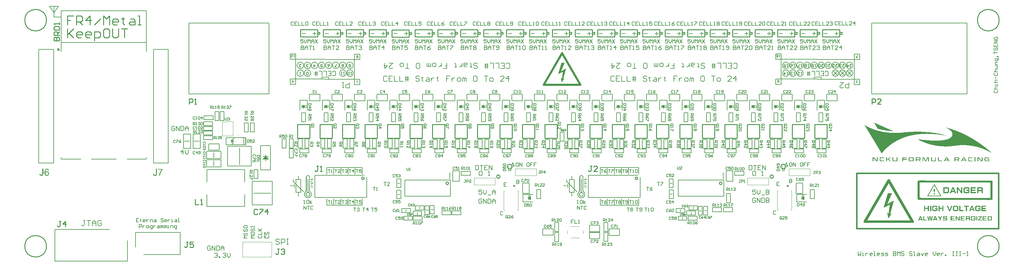
<source format=gto>
G04*
G04 #@! TF.GenerationSoftware,Altium Limited,Altium Designer,19.0.4 (130)*
G04*
G04 Layer_Color=65535*
%FSAX25Y25*%
%MOIN*%
G70*
G01*
G75*
%ADD10C,0.01181*%
%ADD11C,0.00454*%
%ADD12C,0.00855*%
%ADD13C,0.00681*%
%ADD14C,0.00500*%
%ADD15C,0.01000*%
%ADD16C,0.00394*%
%ADD17C,0.00787*%
%ADD18C,0.00400*%
%ADD19C,0.00227*%
%ADD20C,0.00300*%
%ADD21C,0.00780*%
%ADD22C,0.00784*%
%ADD23R,0.01000X0.08000*%
G36*
X0605207Y0236015D02*
X0605312D01*
Y0235980D01*
X0605418D01*
Y0235945D01*
X0605488D01*
Y0235910D01*
X0605523D01*
Y0235875D01*
X0605593D01*
Y0235839D01*
X0605629D01*
Y0235804D01*
X0605664D01*
Y0235769D01*
X0605734D01*
Y0235734D01*
X0605769D01*
Y0235699D01*
Y0235664D01*
X0605804D01*
Y0235629D01*
X0605840D01*
Y0235593D01*
X0605875D01*
Y0235558D01*
X0605910D01*
Y0235523D01*
Y0235488D01*
X0605945D01*
Y0235453D01*
Y0235418D01*
X0605980D01*
Y0235382D01*
Y0235347D01*
X0606015D01*
Y0235312D01*
X0606050D01*
Y0235277D01*
Y0235242D01*
X0606086D01*
Y0235207D01*
Y0235172D01*
X0606121D01*
Y0235136D01*
Y0235101D01*
X0606156D01*
Y0235066D01*
X0606191D01*
Y0235031D01*
Y0234996D01*
X0606226D01*
Y0234961D01*
Y0234926D01*
X0606261D01*
Y0234890D01*
X0606297D01*
Y0234855D01*
Y0234820D01*
X0606332D01*
Y0234785D01*
Y0234750D01*
X0606367D01*
Y0234715D01*
Y0234679D01*
X0606402D01*
Y0234644D01*
X0606437D01*
Y0234609D01*
Y0234574D01*
X0606472D01*
Y0234539D01*
Y0234504D01*
X0606507D01*
Y0234469D01*
Y0234433D01*
X0606543D01*
Y0234398D01*
X0606578D01*
Y0234363D01*
Y0234328D01*
X0606613D01*
Y0234293D01*
Y0234258D01*
X0606648D01*
Y0234222D01*
X0606683D01*
Y0234187D01*
Y0234152D01*
X0606718D01*
Y0234117D01*
Y0234082D01*
X0606753D01*
Y0234047D01*
Y0234012D01*
X0606789D01*
Y0233976D01*
X0606824D01*
Y0233941D01*
Y0233906D01*
X0606859D01*
Y0233871D01*
Y0233836D01*
X0606894D01*
Y0233801D01*
Y0233766D01*
X0606929D01*
Y0233730D01*
X0606964D01*
Y0233695D01*
Y0233660D01*
X0607000D01*
Y0233625D01*
Y0233590D01*
X0607035D01*
Y0233555D01*
Y0233519D01*
X0607070D01*
Y0233484D01*
X0607105D01*
Y0233449D01*
Y0233414D01*
X0607140D01*
Y0233379D01*
Y0233344D01*
X0607175D01*
Y0233309D01*
X0607210D01*
Y0233273D01*
Y0233238D01*
X0607246D01*
Y0233203D01*
Y0233168D01*
X0607281D01*
Y0233133D01*
Y0233098D01*
X0607316D01*
Y0233062D01*
X0607351D01*
Y0233027D01*
Y0232992D01*
X0607386D01*
Y0232957D01*
Y0232922D01*
X0607421D01*
Y0232887D01*
Y0232852D01*
X0607457D01*
Y0232816D01*
X0607492D01*
Y0232781D01*
Y0232746D01*
X0607527D01*
Y0232711D01*
Y0232676D01*
X0607562D01*
Y0232641D01*
Y0232606D01*
X0607597D01*
Y0232570D01*
X0607632D01*
Y0232535D01*
Y0232500D01*
X0607667D01*
Y0232465D01*
Y0232430D01*
X0607703D01*
Y0232395D01*
X0607738D01*
Y0232359D01*
Y0232324D01*
X0607773D01*
Y0232289D01*
Y0232254D01*
X0607808D01*
Y0232219D01*
Y0232184D01*
X0607843D01*
Y0232149D01*
X0607878D01*
Y0232113D01*
Y0232078D01*
X0607913D01*
Y0232043D01*
Y0232008D01*
X0607949D01*
Y0231973D01*
Y0231938D01*
X0607984D01*
Y0231902D01*
X0608019D01*
Y0231867D01*
Y0231832D01*
X0608054D01*
Y0231797D01*
Y0231762D01*
X0608089D01*
Y0231727D01*
Y0231692D01*
X0608124D01*
Y0231656D01*
X0608160D01*
Y0231621D01*
Y0231586D01*
X0608195D01*
Y0231551D01*
Y0231516D01*
X0608230D01*
Y0231481D01*
X0608265D01*
Y0231445D01*
Y0231410D01*
X0608300D01*
Y0231375D01*
Y0231340D01*
X0608335D01*
Y0231305D01*
Y0231270D01*
X0608370D01*
Y0231235D01*
X0608406D01*
Y0231199D01*
Y0231164D01*
X0608441D01*
Y0231129D01*
Y0231094D01*
X0608476D01*
Y0231059D01*
Y0231024D01*
X0608511D01*
Y0230989D01*
X0608546D01*
Y0230953D01*
Y0230918D01*
X0608581D01*
Y0230883D01*
Y0230848D01*
X0608617D01*
Y0230813D01*
Y0230778D01*
X0608652D01*
Y0230742D01*
X0608687D01*
Y0230707D01*
Y0230672D01*
X0608722D01*
Y0230637D01*
Y0230602D01*
X0608757D01*
Y0230567D01*
X0608792D01*
Y0230532D01*
Y0230496D01*
X0608827D01*
Y0230461D01*
Y0230426D01*
X0608863D01*
Y0230391D01*
Y0230356D01*
X0608898D01*
Y0230321D01*
X0608933D01*
Y0230285D01*
Y0230250D01*
X0608968D01*
Y0230215D01*
Y0230180D01*
X0609003D01*
Y0230145D01*
Y0230110D01*
X0609038D01*
Y0230075D01*
X0609073D01*
Y0230039D01*
Y0230004D01*
X0609109D01*
Y0229969D01*
Y0229934D01*
X0609144D01*
Y0229899D01*
X0609179D01*
Y0229864D01*
Y0229829D01*
X0609214D01*
Y0229793D01*
Y0229758D01*
X0609249D01*
Y0229723D01*
Y0229688D01*
X0609284D01*
Y0229653D01*
X0609320D01*
Y0229618D01*
Y0229582D01*
X0609355D01*
Y0229547D01*
Y0229512D01*
X0609390D01*
Y0229477D01*
Y0229442D01*
X0609425D01*
Y0229407D01*
X0609460D01*
Y0229372D01*
Y0229336D01*
X0609495D01*
Y0229301D01*
Y0229266D01*
X0609530D01*
Y0229231D01*
Y0229196D01*
X0609566D01*
Y0229161D01*
X0609601D01*
Y0229125D01*
Y0229090D01*
X0609636D01*
Y0229055D01*
Y0229020D01*
X0609671D01*
Y0228985D01*
X0609706D01*
Y0228950D01*
Y0228914D01*
X0609741D01*
Y0228879D01*
Y0228844D01*
X0609777D01*
Y0228809D01*
Y0228774D01*
X0609812D01*
Y0228739D01*
X0609847D01*
Y0228704D01*
Y0228668D01*
X0609882D01*
Y0228633D01*
Y0228598D01*
X0609917D01*
Y0228563D01*
Y0228528D01*
X0609952D01*
Y0228493D01*
X0609987D01*
Y0228457D01*
Y0228422D01*
X0610023D01*
Y0228387D01*
Y0228352D01*
X0610058D01*
Y0228317D01*
Y0228282D01*
X0610093D01*
Y0228247D01*
X0610128D01*
Y0228211D01*
Y0228176D01*
X0610163D01*
Y0228141D01*
Y0228106D01*
X0610198D01*
Y0228071D01*
X0610233D01*
Y0228036D01*
Y0228001D01*
X0610269D01*
Y0227965D01*
Y0227930D01*
X0610304D01*
Y0227895D01*
Y0227860D01*
X0610339D01*
Y0227825D01*
X0610374D01*
Y0227790D01*
Y0227754D01*
X0610409D01*
Y0227719D01*
Y0227684D01*
X0610444D01*
Y0227649D01*
Y0227614D01*
X0610480D01*
Y0227579D01*
X0610515D01*
Y0227544D01*
Y0227508D01*
X0610550D01*
Y0227473D01*
Y0227438D01*
X0610585D01*
Y0227403D01*
Y0227368D01*
X0610620D01*
Y0227333D01*
X0610655D01*
Y0227297D01*
Y0227262D01*
X0610690D01*
Y0227227D01*
Y0227192D01*
X0610726D01*
Y0227157D01*
X0610761D01*
Y0227122D01*
Y0227087D01*
X0610796D01*
Y0227051D01*
Y0227016D01*
X0610831D01*
Y0226981D01*
Y0226946D01*
X0610866D01*
Y0226911D01*
X0610901D01*
Y0226876D01*
Y0226841D01*
X0610937D01*
Y0226805D01*
Y0226770D01*
X0610972D01*
Y0226735D01*
Y0226700D01*
X0611007D01*
Y0226665D01*
X0611042D01*
Y0226630D01*
Y0226594D01*
X0611077D01*
Y0226559D01*
Y0226524D01*
X0611112D01*
Y0226489D01*
X0611147D01*
Y0226454D01*
Y0226419D01*
X0611183D01*
Y0226384D01*
Y0226348D01*
X0611218D01*
Y0226313D01*
Y0226278D01*
X0611253D01*
Y0226243D01*
X0611288D01*
Y0226208D01*
Y0226173D01*
X0611323D01*
Y0226137D01*
Y0226102D01*
X0611358D01*
Y0226067D01*
Y0226032D01*
X0611393D01*
Y0225997D01*
X0611429D01*
Y0225962D01*
Y0225927D01*
X0611464D01*
Y0225891D01*
Y0225856D01*
X0611499D01*
Y0225821D01*
Y0225786D01*
X0611534D01*
Y0225751D01*
X0611569D01*
Y0225716D01*
Y0225681D01*
X0611604D01*
Y0225645D01*
Y0225610D01*
X0611640D01*
Y0225575D01*
X0611675D01*
Y0225540D01*
Y0225505D01*
X0611710D01*
Y0225470D01*
Y0225434D01*
X0611745D01*
Y0225399D01*
Y0225364D01*
X0611780D01*
Y0225329D01*
X0611815D01*
Y0225294D01*
Y0225259D01*
X0611851D01*
Y0225224D01*
Y0225188D01*
X0611886D01*
Y0225153D01*
Y0225118D01*
X0611921D01*
Y0225083D01*
X0611956D01*
Y0225048D01*
Y0225013D01*
X0611991D01*
Y0224977D01*
Y0224942D01*
X0612026D01*
Y0224907D01*
Y0224872D01*
X0612061D01*
Y0224837D01*
X0612097D01*
Y0224802D01*
Y0224767D01*
X0612132D01*
Y0224731D01*
Y0224696D01*
X0612167D01*
Y0224661D01*
X0612202D01*
Y0224626D01*
Y0224591D01*
X0612237D01*
Y0224556D01*
Y0224520D01*
X0612272D01*
Y0224485D01*
Y0224450D01*
X0612308D01*
Y0224415D01*
X0612343D01*
Y0224380D01*
Y0224345D01*
X0612378D01*
Y0224310D01*
Y0224274D01*
X0612413D01*
Y0224239D01*
Y0224204D01*
X0612448D01*
Y0224169D01*
X0612483D01*
Y0224134D01*
Y0224099D01*
X0612518D01*
Y0224064D01*
Y0224028D01*
X0612554D01*
Y0223993D01*
Y0223958D01*
X0612589D01*
Y0223923D01*
X0612624D01*
Y0223888D01*
Y0223853D01*
X0612659D01*
Y0223817D01*
Y0223782D01*
X0612694D01*
Y0223747D01*
X0612729D01*
Y0223712D01*
Y0223677D01*
X0612765D01*
Y0223642D01*
Y0223607D01*
X0612800D01*
Y0223571D01*
Y0223536D01*
X0612835D01*
Y0223501D01*
X0612870D01*
Y0223466D01*
Y0223431D01*
X0612905D01*
Y0223396D01*
Y0223360D01*
X0612940D01*
Y0223325D01*
Y0223290D01*
X0612975D01*
Y0223255D01*
X0613011D01*
Y0223220D01*
Y0223185D01*
X0613046D01*
Y0223150D01*
Y0223114D01*
X0613081D01*
Y0223079D01*
X0613116D01*
Y0223044D01*
Y0223009D01*
X0613151D01*
Y0222974D01*
Y0222939D01*
X0613186D01*
Y0222904D01*
Y0222868D01*
X0613222D01*
Y0222833D01*
X0613257D01*
Y0222798D01*
Y0222763D01*
X0613292D01*
Y0222728D01*
Y0222693D01*
X0613327D01*
Y0222657D01*
Y0222622D01*
X0613362D01*
Y0222587D01*
X0613397D01*
Y0222552D01*
Y0222517D01*
X0613432D01*
Y0222482D01*
Y0222447D01*
X0613468D01*
Y0222411D01*
Y0222376D01*
X0613503D01*
Y0222341D01*
X0613538D01*
Y0222306D01*
Y0222271D01*
X0613573D01*
Y0222236D01*
Y0222200D01*
X0613608D01*
Y0222165D01*
X0613643D01*
Y0222130D01*
Y0222095D01*
X0613678D01*
Y0222060D01*
Y0222025D01*
X0613714D01*
Y0221990D01*
Y0221954D01*
X0613749D01*
Y0221919D01*
X0613784D01*
Y0221884D01*
Y0221849D01*
X0613819D01*
Y0221814D01*
Y0221779D01*
X0613854D01*
Y0221744D01*
Y0221708D01*
X0613889D01*
Y0221673D01*
X0613925D01*
Y0221638D01*
Y0221603D01*
X0613960D01*
Y0221568D01*
Y0221533D01*
X0613995D01*
Y0221498D01*
Y0221462D01*
X0614030D01*
Y0221427D01*
X0614065D01*
Y0221392D01*
Y0221357D01*
X0614100D01*
Y0221322D01*
Y0221287D01*
X0614135D01*
Y0221251D01*
X0614171D01*
Y0221216D01*
Y0221181D01*
X0614206D01*
Y0221146D01*
Y0221111D01*
X0614241D01*
Y0221076D01*
Y0221041D01*
X0614276D01*
Y0221005D01*
X0614311D01*
Y0220970D01*
Y0220935D01*
X0614346D01*
Y0220900D01*
Y0220865D01*
X0614382D01*
Y0220830D01*
Y0220795D01*
X0614417D01*
Y0220759D01*
X0614452D01*
Y0220724D01*
Y0220689D01*
X0614487D01*
Y0220654D01*
Y0220619D01*
X0614522D01*
Y0220584D01*
Y0220548D01*
X0614557D01*
Y0220513D01*
X0614592D01*
Y0220478D01*
Y0220443D01*
X0614628D01*
Y0220408D01*
Y0220373D01*
X0614663D01*
Y0220338D01*
X0614698D01*
Y0220302D01*
Y0220267D01*
X0614733D01*
Y0220232D01*
Y0220197D01*
X0614768D01*
Y0220162D01*
Y0220127D01*
X0614803D01*
Y0220091D01*
X0614838D01*
Y0220056D01*
Y0220021D01*
X0614874D01*
Y0219986D01*
Y0219951D01*
X0614909D01*
Y0219916D01*
Y0219881D01*
X0614944D01*
Y0219845D01*
X0614979D01*
Y0219810D01*
Y0219775D01*
X0615014D01*
Y0219740D01*
Y0219705D01*
X0615049D01*
Y0219670D01*
Y0219635D01*
X0615085D01*
Y0219599D01*
X0615120D01*
Y0219564D01*
Y0219529D01*
X0615155D01*
Y0219494D01*
Y0219459D01*
X0615190D01*
Y0219424D01*
X0615225D01*
Y0219388D01*
Y0219353D01*
X0615260D01*
Y0219318D01*
Y0219283D01*
X0615295D01*
Y0219248D01*
Y0219213D01*
X0615331D01*
Y0219178D01*
X0615366D01*
Y0219142D01*
Y0219107D01*
X0615401D01*
Y0219072D01*
Y0219037D01*
X0615436D01*
Y0219002D01*
Y0218967D01*
X0615471D01*
Y0218931D01*
X0615506D01*
Y0218896D01*
Y0218861D01*
X0615542D01*
Y0218826D01*
Y0218791D01*
X0615577D01*
Y0218756D01*
X0615612D01*
Y0218721D01*
Y0218685D01*
X0615647D01*
Y0218650D01*
Y0218615D01*
X0615682D01*
Y0218580D01*
Y0218545D01*
X0615717D01*
Y0218510D01*
X0615752D01*
Y0218474D01*
Y0218439D01*
X0615788D01*
Y0218404D01*
Y0218369D01*
X0615823D01*
Y0218334D01*
Y0218299D01*
X0615858D01*
Y0218264D01*
X0615893D01*
Y0218228D01*
Y0218193D01*
X0615928D01*
Y0218158D01*
Y0218123D01*
X0615963D01*
Y0218088D01*
Y0218053D01*
X0615998D01*
Y0218018D01*
X0616034D01*
Y0217982D01*
Y0217947D01*
X0616069D01*
Y0217912D01*
Y0217877D01*
X0616104D01*
Y0217842D01*
X0616139D01*
Y0217807D01*
Y0217771D01*
X0616174D01*
Y0217736D01*
Y0217701D01*
X0616209D01*
Y0217666D01*
Y0217631D01*
X0616245D01*
Y0217596D01*
X0616280D01*
Y0217561D01*
Y0217525D01*
X0616315D01*
Y0217490D01*
Y0217455D01*
X0616350D01*
Y0217420D01*
Y0217385D01*
X0616385D01*
Y0217350D01*
X0616420D01*
Y0217314D01*
Y0217279D01*
X0616455D01*
Y0217244D01*
Y0217209D01*
X0616491D01*
Y0217174D01*
Y0217139D01*
X0616526D01*
Y0217104D01*
X0616561D01*
Y0217068D01*
Y0217033D01*
X0616596D01*
Y0216998D01*
Y0216963D01*
X0616631D01*
Y0216928D01*
X0616666D01*
Y0216893D01*
Y0216858D01*
X0616702D01*
Y0216822D01*
Y0216787D01*
X0616737D01*
Y0216752D01*
Y0216717D01*
X0616772D01*
Y0216682D01*
X0616807D01*
Y0216647D01*
Y0216611D01*
X0616842D01*
Y0216576D01*
Y0216541D01*
X0616877D01*
Y0216506D01*
Y0216471D01*
X0616912D01*
Y0216436D01*
X0616948D01*
Y0216401D01*
Y0216365D01*
X0616983D01*
Y0216330D01*
Y0216295D01*
X0617018D01*
Y0216260D01*
Y0216225D01*
X0617053D01*
Y0216190D01*
X0617088D01*
Y0216154D01*
Y0216119D01*
X0617123D01*
Y0216084D01*
Y0216049D01*
X0617158D01*
Y0216014D01*
X0617194D01*
Y0215979D01*
Y0215944D01*
X0617229D01*
Y0215908D01*
Y0215873D01*
X0617264D01*
Y0215838D01*
Y0215803D01*
X0617299D01*
Y0215768D01*
X0617334D01*
Y0215733D01*
Y0215698D01*
X0617369D01*
Y0215662D01*
Y0215627D01*
X0617405D01*
Y0215592D01*
Y0215557D01*
X0617440D01*
Y0215522D01*
X0617475D01*
Y0215487D01*
Y0215451D01*
X0617510D01*
Y0215416D01*
Y0215381D01*
X0617545D01*
Y0215346D01*
X0617580D01*
Y0215311D01*
Y0215276D01*
X0617615D01*
Y0215241D01*
Y0215205D01*
X0617651D01*
Y0215170D01*
Y0215135D01*
X0617686D01*
Y0215100D01*
X0617721D01*
Y0215065D01*
Y0215030D01*
X0617756D01*
Y0214994D01*
Y0214959D01*
X0617791D01*
Y0214924D01*
Y0214889D01*
X0617826D01*
Y0214854D01*
X0617862D01*
Y0214819D01*
Y0214784D01*
X0617897D01*
Y0214748D01*
Y0214713D01*
X0617932D01*
Y0214678D01*
Y0214643D01*
X0617967D01*
Y0214608D01*
X0618002D01*
Y0214573D01*
Y0214537D01*
X0618037D01*
Y0214502D01*
Y0214467D01*
X0618072D01*
Y0214432D01*
X0618108D01*
Y0214397D01*
Y0214362D01*
X0618143D01*
Y0214327D01*
Y0214291D01*
X0618178D01*
Y0214256D01*
Y0214221D01*
X0618213D01*
Y0214186D01*
X0618248D01*
Y0214151D01*
Y0214116D01*
X0618283D01*
Y0214081D01*
Y0214045D01*
X0618319D01*
Y0214010D01*
Y0213975D01*
X0618354D01*
Y0213940D01*
X0618389D01*
Y0213905D01*
Y0213870D01*
X0618424D01*
Y0213834D01*
Y0213799D01*
X0618459D01*
Y0213764D01*
Y0213729D01*
X0618494D01*
Y0213694D01*
X0618529D01*
Y0213659D01*
Y0213623D01*
X0618565D01*
Y0213588D01*
Y0213553D01*
X0618600D01*
Y0213518D01*
X0618635D01*
Y0213483D01*
Y0213448D01*
X0618670D01*
Y0213413D01*
Y0213377D01*
X0618705D01*
Y0213342D01*
Y0213307D01*
X0618740D01*
Y0213272D01*
X0618775D01*
Y0213237D01*
Y0213202D01*
X0618811D01*
Y0213166D01*
Y0213131D01*
X0618846D01*
Y0213096D01*
Y0213061D01*
X0618881D01*
Y0213026D01*
X0618916D01*
Y0212991D01*
Y0212956D01*
X0618951D01*
Y0212920D01*
Y0212885D01*
X0618986D01*
Y0212850D01*
Y0212815D01*
X0619022D01*
Y0212780D01*
X0619057D01*
Y0212745D01*
Y0212709D01*
X0619092D01*
Y0212674D01*
Y0212639D01*
X0619127D01*
Y0212604D01*
X0619162D01*
Y0212569D01*
Y0212534D01*
X0619197D01*
Y0212499D01*
Y0212463D01*
X0619232D01*
Y0212428D01*
Y0212393D01*
X0619268D01*
Y0212358D01*
X0619303D01*
Y0212323D01*
Y0212288D01*
X0619338D01*
Y0212253D01*
Y0212217D01*
X0619373D01*
Y0212182D01*
Y0212147D01*
X0619408D01*
Y0212112D01*
X0619443D01*
Y0212077D01*
Y0212042D01*
X0619479D01*
Y0212006D01*
Y0211971D01*
X0619514D01*
Y0211936D01*
X0619549D01*
Y0211901D01*
Y0211866D01*
X0619584D01*
Y0211831D01*
Y0211796D01*
X0619619D01*
Y0211760D01*
Y0211725D01*
X0619654D01*
Y0211690D01*
X0619689D01*
Y0211655D01*
Y0211620D01*
X0619725D01*
Y0211585D01*
Y0211549D01*
X0619760D01*
Y0211514D01*
Y0211479D01*
X0619795D01*
Y0211444D01*
X0619830D01*
Y0211409D01*
Y0211374D01*
X0619865D01*
Y0211339D01*
Y0211303D01*
X0619900D01*
Y0211268D01*
Y0211233D01*
X0619935D01*
Y0211198D01*
X0619971D01*
Y0211163D01*
Y0211128D01*
X0620006D01*
Y0211093D01*
Y0211057D01*
X0620041D01*
Y0211022D01*
X0620076D01*
Y0210987D01*
Y0210952D01*
X0620111D01*
Y0210917D01*
Y0210882D01*
X0620146D01*
Y0210846D01*
Y0210811D01*
X0620182D01*
Y0210776D01*
X0620217D01*
Y0210741D01*
Y0210706D01*
X0620252D01*
Y0210671D01*
Y0210636D01*
X0620287D01*
Y0210600D01*
Y0210565D01*
X0620322D01*
Y0210530D01*
X0620357D01*
Y0210495D01*
Y0210460D01*
X0620392D01*
Y0210425D01*
Y0210389D01*
X0620428D01*
Y0210354D01*
Y0210319D01*
X0620463D01*
Y0210284D01*
X0620498D01*
Y0210249D01*
Y0210214D01*
X0620533D01*
Y0210179D01*
Y0210143D01*
X0620568D01*
Y0210108D01*
X0620603D01*
Y0210073D01*
Y0210038D01*
X0620639D01*
Y0210003D01*
Y0209968D01*
X0620674D01*
Y0209933D01*
Y0209897D01*
X0620709D01*
Y0209862D01*
X0620744D01*
Y0209827D01*
Y0209792D01*
X0620779D01*
Y0209757D01*
Y0209722D01*
X0620814D01*
Y0209686D01*
Y0209651D01*
X0620849D01*
Y0209616D01*
X0620885D01*
Y0209581D01*
Y0209546D01*
X0620920D01*
Y0209511D01*
Y0209476D01*
X0620955D01*
Y0209440D01*
Y0209405D01*
X0620990D01*
Y0209370D01*
X0621025D01*
Y0209335D01*
Y0209300D01*
X0621060D01*
Y0209265D01*
Y0209229D01*
X0621095D01*
Y0209194D01*
X0621131D01*
Y0209159D01*
Y0209124D01*
X0621166D01*
Y0209089D01*
Y0209054D01*
X0621201D01*
Y0209019D01*
Y0208983D01*
X0621236D01*
Y0208948D01*
X0621271D01*
Y0208913D01*
Y0208878D01*
X0621306D01*
Y0208843D01*
Y0208808D01*
X0621342D01*
Y0208773D01*
Y0208737D01*
X0621377D01*
Y0208702D01*
X0621412D01*
Y0208667D01*
Y0208632D01*
X0621447D01*
Y0208597D01*
Y0208562D01*
X0621482D01*
Y0208526D01*
Y0208491D01*
X0621517D01*
Y0208456D01*
X0621552D01*
Y0208421D01*
Y0208386D01*
X0621588D01*
Y0208351D01*
Y0208316D01*
X0621623D01*
Y0208280D01*
X0621658D01*
Y0208245D01*
Y0208210D01*
X0621693D01*
Y0208175D01*
Y0208140D01*
X0621728D01*
Y0208105D01*
Y0208069D01*
X0621763D01*
Y0208034D01*
X0621799D01*
Y0207999D01*
Y0207964D01*
X0621834D01*
Y0207929D01*
Y0207894D01*
X0621869D01*
Y0207859D01*
Y0207823D01*
X0621904D01*
Y0207788D01*
X0621939D01*
Y0207753D01*
Y0207718D01*
X0621974D01*
Y0207683D01*
Y0207648D01*
X0622009D01*
Y0207612D01*
X0622045D01*
Y0207577D01*
Y0207542D01*
X0622080D01*
Y0207507D01*
Y0207472D01*
X0622115D01*
Y0207437D01*
Y0207402D01*
X0622150D01*
Y0207366D01*
X0622185D01*
Y0207331D01*
Y0207296D01*
X0622220D01*
Y0207261D01*
Y0207226D01*
X0622256D01*
Y0207191D01*
Y0207156D01*
X0622291D01*
Y0207120D01*
X0622326D01*
Y0207085D01*
Y0207050D01*
X0622361D01*
Y0207015D01*
Y0206980D01*
X0622396D01*
Y0206945D01*
Y0206909D01*
X0622431D01*
Y0206874D01*
X0622466D01*
Y0206839D01*
Y0206804D01*
X0622502D01*
Y0206769D01*
Y0206734D01*
X0622537D01*
Y0206699D01*
X0622572D01*
Y0206663D01*
Y0206628D01*
X0622607D01*
Y0206593D01*
Y0206558D01*
X0622642D01*
Y0206523D01*
Y0206488D01*
X0622677D01*
Y0206452D01*
X0622712D01*
Y0206417D01*
Y0206382D01*
X0622748D01*
Y0206347D01*
Y0206312D01*
X0622783D01*
Y0206277D01*
Y0206242D01*
X0622818D01*
Y0206206D01*
X0622853D01*
Y0206171D01*
Y0206136D01*
X0622888D01*
Y0206101D01*
Y0206066D01*
X0622923D01*
Y0206031D01*
Y0205996D01*
X0622959D01*
Y0205960D01*
X0622994D01*
Y0205925D01*
Y0205890D01*
X0623029D01*
Y0205855D01*
Y0205820D01*
X0623064D01*
Y0205785D01*
X0623099D01*
Y0205750D01*
Y0205714D01*
X0623134D01*
Y0205679D01*
Y0205644D01*
X0623169D01*
Y0205609D01*
Y0205574D01*
X0623205D01*
Y0205539D01*
X0623240D01*
Y0205504D01*
Y0205468D01*
X0623275D01*
Y0205433D01*
Y0205398D01*
X0623310D01*
Y0205363D01*
Y0205328D01*
X0623345D01*
Y0205293D01*
X0623380D01*
Y0205257D01*
Y0205222D01*
X0623416D01*
Y0205187D01*
Y0205152D01*
X0623451D01*
Y0205117D01*
Y0205082D01*
X0623486D01*
Y0205047D01*
X0623521D01*
Y0205011D01*
Y0204976D01*
X0623556D01*
Y0204941D01*
Y0204906D01*
X0623591D01*
Y0204871D01*
X0623626D01*
Y0204836D01*
Y0204800D01*
X0623662D01*
Y0204765D01*
Y0204730D01*
X0623697D01*
Y0204695D01*
Y0204660D01*
X0623732D01*
Y0204625D01*
X0623767D01*
Y0204590D01*
Y0204554D01*
X0623802D01*
Y0204519D01*
Y0204484D01*
X0623837D01*
Y0204449D01*
Y0204414D01*
X0623872D01*
Y0204379D01*
X0623908D01*
Y0204343D01*
Y0204308D01*
X0623943D01*
Y0204273D01*
Y0204238D01*
X0623978D01*
Y0204203D01*
X0624013D01*
Y0204168D01*
Y0204133D01*
X0624048D01*
Y0204097D01*
Y0204062D01*
X0624083D01*
Y0204027D01*
Y0203992D01*
X0624119D01*
Y0203957D01*
X0624154D01*
Y0203922D01*
Y0203887D01*
X0624189D01*
Y0203851D01*
Y0203816D01*
X0624224D01*
Y0203781D01*
Y0203746D01*
X0624259D01*
Y0203711D01*
X0624294D01*
Y0203676D01*
Y0203640D01*
X0624329D01*
Y0203605D01*
Y0203570D01*
X0624365D01*
Y0203535D01*
Y0203500D01*
X0624400D01*
Y0203465D01*
X0624435D01*
Y0203430D01*
Y0203394D01*
X0624470D01*
Y0203359D01*
Y0203324D01*
X0624505D01*
Y0203289D01*
X0624540D01*
Y0203254D01*
Y0203219D01*
X0624576D01*
Y0203183D01*
Y0203148D01*
X0624611D01*
Y0203113D01*
Y0203078D01*
X0624646D01*
Y0203043D01*
X0624681D01*
Y0203008D01*
Y0202973D01*
X0624716D01*
Y0202937D01*
Y0202902D01*
X0624751D01*
Y0202867D01*
Y0202832D01*
X0624786D01*
Y0202797D01*
X0624822D01*
Y0202762D01*
Y0202726D01*
X0624857D01*
Y0202691D01*
Y0202656D01*
X0624892D01*
Y0202621D01*
Y0202586D01*
X0624927D01*
Y0202551D01*
X0624962D01*
Y0202516D01*
Y0202480D01*
X0624997D01*
Y0202445D01*
Y0202410D01*
X0625032D01*
Y0202375D01*
X0625068D01*
Y0202340D01*
Y0202305D01*
X0625103D01*
Y0202270D01*
Y0202234D01*
X0625138D01*
Y0202199D01*
Y0202164D01*
X0625173D01*
Y0202129D01*
X0625208D01*
Y0202094D01*
Y0202059D01*
X0625243D01*
Y0202023D01*
Y0201988D01*
X0625279D01*
Y0201953D01*
Y0201918D01*
X0625314D01*
Y0201883D01*
X0625349D01*
Y0201848D01*
Y0201813D01*
X0625384D01*
Y0201777D01*
Y0201742D01*
X0625419D01*
Y0201707D01*
Y0201672D01*
X0625454D01*
Y0201637D01*
X0625489D01*
Y0201602D01*
Y0201567D01*
X0625525D01*
Y0201531D01*
Y0201496D01*
X0625560D01*
Y0201461D01*
X0625595D01*
Y0201426D01*
Y0201391D01*
X0625630D01*
Y0201356D01*
Y0201320D01*
X0625665D01*
Y0201285D01*
Y0201250D01*
X0625700D01*
Y0201215D01*
X0625736D01*
Y0201180D01*
Y0201145D01*
X0625771D01*
Y0201110D01*
Y0201074D01*
X0625806D01*
Y0201039D01*
Y0201004D01*
X0625841D01*
Y0200969D01*
X0625876D01*
Y0200934D01*
Y0200899D01*
X0625911D01*
Y0200863D01*
Y0200828D01*
X0625946D01*
Y0200793D01*
Y0200758D01*
X0625982D01*
Y0200723D01*
X0626017D01*
Y0200688D01*
Y0200653D01*
X0626052D01*
Y0200617D01*
Y0200582D01*
X0626087D01*
Y0200547D01*
X0626122D01*
Y0200512D01*
Y0200477D01*
X0626157D01*
Y0200442D01*
Y0200406D01*
X0626193D01*
Y0200371D01*
Y0200336D01*
X0626228D01*
Y0200301D01*
X0626263D01*
Y0200266D01*
Y0200231D01*
X0626298D01*
Y0200196D01*
Y0200160D01*
X0626333D01*
Y0200125D01*
Y0200090D01*
X0626368D01*
Y0200055D01*
Y0200020D01*
Y0199985D01*
Y0199950D01*
X0626403D01*
Y0199914D01*
Y0199879D01*
Y0199844D01*
Y0199809D01*
Y0199774D01*
Y0199739D01*
Y0199703D01*
X0626439D01*
Y0199668D01*
Y0199633D01*
X0626403D01*
Y0199598D01*
Y0199563D01*
Y0199528D01*
Y0199493D01*
Y0199457D01*
Y0199422D01*
Y0199387D01*
X0626368D01*
Y0199352D01*
Y0199317D01*
Y0199282D01*
X0626333D01*
Y0199246D01*
Y0199211D01*
Y0199176D01*
X0626298D01*
Y0199141D01*
Y0199106D01*
X0626263D01*
Y0199071D01*
X0626228D01*
Y0199036D01*
Y0199000D01*
X0626193D01*
Y0198965D01*
X0626157D01*
Y0198930D01*
X0626122D01*
Y0198895D01*
X0626087D01*
Y0198860D01*
X0626052D01*
Y0198825D01*
X0626017D01*
Y0198790D01*
X0625982D01*
Y0198754D01*
X0625911D01*
Y0198719D01*
X0625876D01*
Y0198684D01*
X0625806D01*
Y0198649D01*
X0625736D01*
Y0198614D01*
X0625665D01*
Y0198579D01*
X0625525D01*
Y0198543D01*
X0584327D01*
Y0198579D01*
X0584186D01*
Y0198614D01*
X0584116D01*
Y0198649D01*
X0584046D01*
Y0198684D01*
X0583975D01*
Y0198719D01*
X0583905D01*
Y0198754D01*
X0583870D01*
Y0198790D01*
X0583835D01*
Y0198825D01*
X0583799D01*
Y0198860D01*
X0583764D01*
Y0198895D01*
X0583729D01*
Y0198930D01*
X0583694D01*
Y0198965D01*
X0583659D01*
Y0199000D01*
X0583624D01*
Y0199036D01*
Y0199071D01*
X0583589D01*
Y0199106D01*
X0583553D01*
Y0199141D01*
Y0199176D01*
X0583518D01*
Y0199211D01*
Y0199246D01*
Y0199282D01*
X0583483D01*
Y0199317D01*
Y0199352D01*
Y0199387D01*
X0583448D01*
Y0199422D01*
Y0199457D01*
Y0199493D01*
Y0199528D01*
Y0199563D01*
Y0199598D01*
Y0199633D01*
Y0199668D01*
Y0199703D01*
Y0199739D01*
Y0199774D01*
Y0199809D01*
Y0199844D01*
Y0199879D01*
Y0199914D01*
Y0199950D01*
X0583483D01*
Y0199985D01*
Y0200020D01*
Y0200055D01*
X0583518D01*
Y0200090D01*
Y0200125D01*
Y0200160D01*
X0583553D01*
Y0200196D01*
Y0200231D01*
X0583589D01*
Y0200266D01*
Y0200301D01*
X0583624D01*
Y0200336D01*
X0583659D01*
Y0200371D01*
Y0200406D01*
X0583694D01*
Y0200442D01*
Y0200477D01*
X0583729D01*
Y0200512D01*
X0583764D01*
Y0200547D01*
Y0200582D01*
X0583799D01*
Y0200617D01*
Y0200653D01*
X0583835D01*
Y0200688D01*
Y0200723D01*
X0583870D01*
Y0200758D01*
X0583905D01*
Y0200793D01*
Y0200828D01*
X0583940D01*
Y0200863D01*
Y0200899D01*
X0583975D01*
Y0200934D01*
Y0200969D01*
X0584010D01*
Y0201004D01*
X0584046D01*
Y0201039D01*
Y0201074D01*
X0584081D01*
Y0201110D01*
Y0201145D01*
X0584116D01*
Y0201180D01*
Y0201215D01*
X0584151D01*
Y0201250D01*
X0584186D01*
Y0201285D01*
Y0201320D01*
X0584221D01*
Y0201356D01*
Y0201391D01*
X0584256D01*
Y0201426D01*
X0584292D01*
Y0201461D01*
Y0201496D01*
X0584327D01*
Y0201531D01*
Y0201567D01*
X0584362D01*
Y0201602D01*
Y0201637D01*
X0584397D01*
Y0201672D01*
X0584432D01*
Y0201707D01*
Y0201742D01*
X0584467D01*
Y0201777D01*
Y0201813D01*
X0584503D01*
Y0201848D01*
Y0201883D01*
X0584538D01*
Y0201918D01*
X0584573D01*
Y0201953D01*
Y0201988D01*
X0584608D01*
Y0202023D01*
Y0202059D01*
X0584643D01*
Y0202094D01*
Y0202129D01*
X0584678D01*
Y0202164D01*
X0584713D01*
Y0202199D01*
Y0202234D01*
X0584749D01*
Y0202270D01*
Y0202305D01*
X0584784D01*
Y0202340D01*
X0584819D01*
Y0202375D01*
Y0202410D01*
X0584854D01*
Y0202445D01*
Y0202480D01*
X0584889D01*
Y0202516D01*
Y0202551D01*
X0584924D01*
Y0202586D01*
X0584959D01*
Y0202621D01*
Y0202656D01*
X0584995D01*
Y0202691D01*
Y0202726D01*
X0585030D01*
Y0202762D01*
Y0202797D01*
X0585065D01*
Y0202832D01*
X0585100D01*
Y0202867D01*
Y0202902D01*
X0585135D01*
Y0202937D01*
Y0202973D01*
X0585170D01*
Y0203008D01*
X0585206D01*
Y0203043D01*
Y0203078D01*
X0585241D01*
Y0203113D01*
Y0203148D01*
X0585276D01*
Y0203183D01*
Y0203219D01*
X0585311D01*
Y0203254D01*
X0585346D01*
Y0203289D01*
Y0203324D01*
X0585381D01*
Y0203359D01*
Y0203394D01*
X0585416D01*
Y0203430D01*
Y0203465D01*
X0585452D01*
Y0203500D01*
X0585487D01*
Y0203535D01*
Y0203570D01*
X0585522D01*
Y0203605D01*
Y0203640D01*
X0585557D01*
Y0203676D01*
Y0203711D01*
X0585592D01*
Y0203746D01*
X0585627D01*
Y0203781D01*
Y0203816D01*
X0585663D01*
Y0203851D01*
Y0203887D01*
X0585698D01*
Y0203922D01*
X0585733D01*
Y0203957D01*
Y0203992D01*
X0585768D01*
Y0204027D01*
Y0204062D01*
X0585803D01*
Y0204097D01*
Y0204133D01*
X0585838D01*
Y0204168D01*
X0585873D01*
Y0204203D01*
Y0204238D01*
X0585909D01*
Y0204273D01*
Y0204308D01*
X0585944D01*
Y0204343D01*
Y0204379D01*
X0585979D01*
Y0204414D01*
X0586014D01*
Y0204449D01*
Y0204484D01*
X0586049D01*
Y0204519D01*
Y0204554D01*
X0586084D01*
Y0204590D01*
Y0204625D01*
X0586119D01*
Y0204660D01*
X0586155D01*
Y0204695D01*
Y0204730D01*
X0586190D01*
Y0204765D01*
Y0204800D01*
X0586225D01*
Y0204836D01*
X0586260D01*
Y0204871D01*
Y0204906D01*
X0586295D01*
Y0204941D01*
Y0204976D01*
X0586330D01*
Y0205011D01*
Y0205047D01*
X0586366D01*
Y0205082D01*
X0586401D01*
Y0205117D01*
Y0205152D01*
X0586436D01*
Y0205187D01*
Y0205222D01*
X0586471D01*
Y0205257D01*
Y0205293D01*
X0586506D01*
Y0205328D01*
X0586541D01*
Y0205363D01*
Y0205398D01*
X0586576D01*
Y0205433D01*
Y0205468D01*
X0586612D01*
Y0205504D01*
Y0205539D01*
X0586647D01*
Y0205574D01*
X0586682D01*
Y0205609D01*
Y0205644D01*
X0586717D01*
Y0205679D01*
Y0205714D01*
X0586752D01*
Y0205750D01*
X0586787D01*
Y0205785D01*
Y0205820D01*
X0586823D01*
Y0205855D01*
Y0205890D01*
X0586858D01*
Y0205925D01*
Y0205960D01*
X0586893D01*
Y0205996D01*
X0586928D01*
Y0206031D01*
Y0206066D01*
X0586963D01*
Y0206101D01*
Y0206136D01*
X0586998D01*
Y0206171D01*
Y0206206D01*
X0587033D01*
Y0206242D01*
X0587069D01*
Y0206277D01*
Y0206312D01*
X0587104D01*
Y0206347D01*
Y0206382D01*
X0587139D01*
Y0206417D01*
X0587174D01*
Y0206452D01*
Y0206488D01*
X0587209D01*
Y0206523D01*
Y0206558D01*
X0587244D01*
Y0206593D01*
Y0206628D01*
X0587280D01*
Y0206663D01*
X0587315D01*
Y0206699D01*
Y0206734D01*
X0587350D01*
Y0206769D01*
Y0206804D01*
X0587385D01*
Y0206839D01*
Y0206874D01*
X0587420D01*
Y0206909D01*
X0587455D01*
Y0206945D01*
Y0206980D01*
X0587490D01*
Y0207015D01*
Y0207050D01*
X0587526D01*
Y0207085D01*
Y0207120D01*
X0587561D01*
Y0207156D01*
X0587596D01*
Y0207191D01*
Y0207226D01*
X0587631D01*
Y0207261D01*
Y0207296D01*
X0587666D01*
Y0207331D01*
X0587701D01*
Y0207366D01*
Y0207402D01*
X0587736D01*
Y0207437D01*
Y0207472D01*
X0587772D01*
Y0207507D01*
Y0207542D01*
X0587807D01*
Y0207577D01*
X0587842D01*
Y0207612D01*
Y0207648D01*
X0587877D01*
Y0207683D01*
Y0207718D01*
X0587912D01*
Y0207753D01*
Y0207788D01*
X0587947D01*
Y0207823D01*
X0587983D01*
Y0207859D01*
Y0207894D01*
X0588018D01*
Y0207929D01*
Y0207964D01*
X0588053D01*
Y0207999D01*
Y0208034D01*
X0588088D01*
Y0208069D01*
X0588123D01*
Y0208105D01*
Y0208140D01*
X0588158D01*
Y0208175D01*
Y0208210D01*
X0588193D01*
Y0208245D01*
X0588229D01*
Y0208280D01*
Y0208316D01*
X0588264D01*
Y0208351D01*
Y0208386D01*
X0588299D01*
Y0208421D01*
Y0208456D01*
X0588334D01*
Y0208491D01*
X0588369D01*
Y0208526D01*
Y0208562D01*
X0588404D01*
Y0208597D01*
Y0208632D01*
X0588440D01*
Y0208667D01*
Y0208702D01*
X0588475D01*
Y0208737D01*
X0588510D01*
Y0208773D01*
Y0208808D01*
X0588545D01*
Y0208843D01*
Y0208878D01*
X0588580D01*
Y0208913D01*
Y0208948D01*
X0588615D01*
Y0208983D01*
X0588650D01*
Y0209019D01*
Y0209054D01*
X0588686D01*
Y0209089D01*
Y0209124D01*
X0588721D01*
Y0209159D01*
X0588756D01*
Y0209194D01*
Y0209229D01*
X0588791D01*
Y0209265D01*
Y0209300D01*
X0588826D01*
Y0209335D01*
Y0209370D01*
X0588861D01*
Y0209405D01*
X0588896D01*
Y0209440D01*
Y0209476D01*
X0588932D01*
Y0209511D01*
Y0209546D01*
X0588967D01*
Y0209581D01*
Y0209616D01*
X0589002D01*
Y0209651D01*
X0589037D01*
Y0209686D01*
Y0209722D01*
X0589072D01*
Y0209757D01*
Y0209792D01*
X0589107D01*
Y0209827D01*
X0589143D01*
Y0209862D01*
Y0209897D01*
X0589178D01*
Y0209933D01*
Y0209968D01*
X0589213D01*
Y0210003D01*
Y0210038D01*
X0589248D01*
Y0210073D01*
X0589283D01*
Y0210108D01*
Y0210143D01*
X0589318D01*
Y0210179D01*
Y0210214D01*
X0589353D01*
Y0210249D01*
Y0210284D01*
X0589389D01*
Y0210319D01*
X0589424D01*
Y0210354D01*
Y0210389D01*
X0589459D01*
Y0210425D01*
Y0210460D01*
X0589494D01*
Y0210495D01*
Y0210530D01*
X0589529D01*
Y0210565D01*
X0589564D01*
Y0210600D01*
Y0210636D01*
X0589600D01*
Y0210671D01*
Y0210706D01*
X0589635D01*
Y0210741D01*
X0589670D01*
Y0210776D01*
Y0210811D01*
X0589705D01*
Y0210846D01*
Y0210882D01*
X0589740D01*
Y0210917D01*
Y0210952D01*
X0589775D01*
Y0210987D01*
X0589810D01*
Y0211022D01*
Y0211057D01*
X0589846D01*
Y0211093D01*
Y0211128D01*
X0589881D01*
Y0211163D01*
Y0211198D01*
X0589916D01*
Y0211233D01*
X0589951D01*
Y0211268D01*
Y0211303D01*
X0589986D01*
Y0211339D01*
Y0211374D01*
X0590021D01*
Y0211409D01*
Y0211444D01*
X0590056D01*
Y0211479D01*
X0590092D01*
Y0211514D01*
Y0211549D01*
X0590127D01*
Y0211585D01*
Y0211620D01*
X0590162D01*
Y0211655D01*
X0590197D01*
Y0211690D01*
Y0211725D01*
X0590232D01*
Y0211760D01*
Y0211796D01*
X0590267D01*
Y0211831D01*
Y0211866D01*
X0590303D01*
Y0211901D01*
X0590338D01*
Y0211936D01*
Y0211971D01*
X0590373D01*
Y0212006D01*
Y0212042D01*
X0590408D01*
Y0212077D01*
Y0212112D01*
X0590443D01*
Y0212147D01*
X0590478D01*
Y0212182D01*
Y0212217D01*
X0590513D01*
Y0212253D01*
Y0212288D01*
X0590549D01*
Y0212323D01*
Y0212358D01*
X0590584D01*
Y0212393D01*
X0590619D01*
Y0212428D01*
Y0212463D01*
X0590654D01*
Y0212499D01*
Y0212534D01*
X0590689D01*
Y0212569D01*
X0590724D01*
Y0212604D01*
Y0212639D01*
X0590760D01*
Y0212674D01*
Y0212709D01*
X0590795D01*
Y0212745D01*
Y0212780D01*
X0590830D01*
Y0212815D01*
X0590865D01*
Y0212850D01*
Y0212885D01*
X0590900D01*
Y0212920D01*
Y0212956D01*
X0590935D01*
Y0212991D01*
Y0213026D01*
X0590970D01*
Y0213061D01*
X0591006D01*
Y0213096D01*
Y0213131D01*
X0591041D01*
Y0213166D01*
Y0213202D01*
X0591076D01*
Y0213237D01*
Y0213272D01*
X0591111D01*
Y0213307D01*
X0591146D01*
Y0213342D01*
Y0213377D01*
X0591181D01*
Y0213413D01*
Y0213448D01*
X0591216D01*
Y0213483D01*
X0591252D01*
Y0213518D01*
Y0213553D01*
X0591287D01*
Y0213588D01*
Y0213623D01*
X0591322D01*
Y0213659D01*
Y0213694D01*
X0591357D01*
Y0213729D01*
X0591392D01*
Y0213764D01*
Y0213799D01*
X0591427D01*
Y0213834D01*
Y0213870D01*
X0591463D01*
Y0213905D01*
Y0213940D01*
X0591498D01*
Y0213975D01*
X0591533D01*
Y0214010D01*
Y0214045D01*
X0591568D01*
Y0214081D01*
Y0214116D01*
X0591603D01*
Y0214151D01*
X0591638D01*
Y0214186D01*
Y0214221D01*
X0591673D01*
Y0214256D01*
Y0214291D01*
X0591709D01*
Y0214327D01*
Y0214362D01*
X0591744D01*
Y0214397D01*
X0591779D01*
Y0214432D01*
Y0214467D01*
X0591814D01*
Y0214502D01*
Y0214537D01*
X0591849D01*
Y0214573D01*
Y0214608D01*
X0591884D01*
Y0214643D01*
X0591920D01*
Y0214678D01*
Y0214713D01*
X0591955D01*
Y0214748D01*
Y0214784D01*
X0591990D01*
Y0214819D01*
Y0214854D01*
X0592025D01*
Y0214889D01*
X0592060D01*
Y0214924D01*
Y0214959D01*
X0592095D01*
Y0214994D01*
Y0215030D01*
X0592130D01*
Y0215065D01*
X0592166D01*
Y0215100D01*
Y0215135D01*
X0592201D01*
Y0215170D01*
Y0215205D01*
X0592236D01*
Y0215241D01*
Y0215276D01*
X0592271D01*
Y0215311D01*
X0592306D01*
Y0215346D01*
Y0215381D01*
X0592341D01*
Y0215416D01*
Y0215451D01*
X0592377D01*
Y0215487D01*
Y0215522D01*
X0592412D01*
Y0215557D01*
X0592447D01*
Y0215592D01*
Y0215627D01*
X0592482D01*
Y0215662D01*
Y0215698D01*
X0592517D01*
Y0215733D01*
Y0215768D01*
X0592552D01*
Y0215803D01*
X0592587D01*
Y0215838D01*
Y0215873D01*
X0592623D01*
Y0215908D01*
Y0215944D01*
X0592658D01*
Y0215979D01*
X0592693D01*
Y0216014D01*
Y0216049D01*
X0592728D01*
Y0216084D01*
Y0216119D01*
X0592763D01*
Y0216154D01*
Y0216190D01*
X0592798D01*
Y0216225D01*
X0592833D01*
Y0216260D01*
Y0216295D01*
X0592869D01*
Y0216330D01*
Y0216365D01*
X0592904D01*
Y0216401D01*
Y0216436D01*
X0592939D01*
Y0216471D01*
X0592974D01*
Y0216506D01*
Y0216541D01*
X0593009D01*
Y0216576D01*
Y0216611D01*
X0593044D01*
Y0216647D01*
Y0216682D01*
X0593080D01*
Y0216717D01*
X0593115D01*
Y0216752D01*
Y0216787D01*
X0593150D01*
Y0216822D01*
Y0216858D01*
X0593185D01*
Y0216893D01*
X0593220D01*
Y0216928D01*
Y0216963D01*
X0593255D01*
Y0216998D01*
Y0217033D01*
X0593290D01*
Y0217068D01*
Y0217104D01*
X0593326D01*
Y0217139D01*
X0593361D01*
Y0217174D01*
Y0217209D01*
X0593396D01*
Y0217244D01*
Y0217279D01*
X0593431D01*
Y0217314D01*
Y0217350D01*
X0593466D01*
Y0217385D01*
X0593501D01*
Y0217420D01*
Y0217455D01*
X0593537D01*
Y0217490D01*
Y0217525D01*
X0593572D01*
Y0217561D01*
X0593607D01*
Y0217596D01*
Y0217631D01*
X0593642D01*
Y0217666D01*
Y0217701D01*
X0593677D01*
Y0217736D01*
Y0217771D01*
X0593712D01*
Y0217807D01*
X0593747D01*
Y0217842D01*
Y0217877D01*
X0593783D01*
Y0217912D01*
Y0217947D01*
X0593818D01*
Y0217982D01*
Y0218018D01*
X0593853D01*
Y0218053D01*
X0593888D01*
Y0218088D01*
Y0218123D01*
X0593923D01*
Y0218158D01*
Y0218193D01*
X0593958D01*
Y0218228D01*
Y0218264D01*
X0593993D01*
Y0218299D01*
X0594029D01*
Y0218334D01*
Y0218369D01*
X0594064D01*
Y0218404D01*
Y0218439D01*
X0594099D01*
Y0218474D01*
X0594134D01*
Y0218510D01*
Y0218545D01*
X0594169D01*
Y0218580D01*
Y0218615D01*
X0594204D01*
Y0218650D01*
Y0218685D01*
X0594240D01*
Y0218721D01*
X0594275D01*
Y0218756D01*
Y0218791D01*
X0594310D01*
Y0218826D01*
Y0218861D01*
X0594345D01*
Y0218896D01*
Y0218931D01*
X0594380D01*
Y0218967D01*
X0594415D01*
Y0219002D01*
Y0219037D01*
X0594450D01*
Y0219072D01*
Y0219107D01*
X0594486D01*
Y0219142D01*
Y0219178D01*
X0594521D01*
Y0219213D01*
X0594556D01*
Y0219248D01*
Y0219283D01*
X0594591D01*
Y0219318D01*
Y0219353D01*
X0594626D01*
Y0219388D01*
X0594661D01*
Y0219424D01*
Y0219459D01*
X0594697D01*
Y0219494D01*
Y0219529D01*
X0594732D01*
Y0219564D01*
Y0219599D01*
X0594767D01*
Y0219635D01*
X0594802D01*
Y0219670D01*
Y0219705D01*
X0594837D01*
Y0219740D01*
Y0219775D01*
X0594872D01*
Y0219810D01*
Y0219845D01*
X0594907D01*
Y0219881D01*
X0594943D01*
Y0219916D01*
Y0219951D01*
X0594978D01*
Y0219986D01*
Y0220021D01*
X0595013D01*
Y0220056D01*
Y0220091D01*
X0595048D01*
Y0220127D01*
X0595083D01*
Y0220162D01*
Y0220197D01*
X0595118D01*
Y0220232D01*
Y0220267D01*
X0595153D01*
Y0220302D01*
X0595189D01*
Y0220338D01*
Y0220373D01*
X0595224D01*
Y0220408D01*
Y0220443D01*
X0595259D01*
Y0220478D01*
Y0220513D01*
X0595294D01*
Y0220548D01*
X0595329D01*
Y0220584D01*
Y0220619D01*
X0595364D01*
Y0220654D01*
Y0220689D01*
X0595400D01*
Y0220724D01*
Y0220759D01*
X0595435D01*
Y0220795D01*
X0595470D01*
Y0220830D01*
Y0220865D01*
X0595505D01*
Y0220900D01*
Y0220935D01*
X0595540D01*
Y0220970D01*
Y0221005D01*
X0595575D01*
Y0221041D01*
X0595610D01*
Y0221076D01*
Y0221111D01*
X0595646D01*
Y0221146D01*
Y0221181D01*
X0595681D01*
Y0221216D01*
X0595716D01*
Y0221251D01*
Y0221287D01*
X0595751D01*
Y0221322D01*
Y0221357D01*
X0595786D01*
Y0221392D01*
Y0221427D01*
X0595821D01*
Y0221462D01*
X0595857D01*
Y0221498D01*
Y0221533D01*
X0595892D01*
Y0221568D01*
Y0221603D01*
X0595927D01*
Y0221638D01*
Y0221673D01*
X0595962D01*
Y0221708D01*
X0595997D01*
Y0221744D01*
Y0221779D01*
X0596032D01*
Y0221814D01*
Y0221849D01*
X0596067D01*
Y0221884D01*
X0596103D01*
Y0221919D01*
Y0221954D01*
X0596138D01*
Y0221990D01*
Y0222025D01*
X0596173D01*
Y0222060D01*
Y0222095D01*
X0596208D01*
Y0222130D01*
X0596243D01*
Y0222165D01*
Y0222200D01*
X0596278D01*
Y0222236D01*
Y0222271D01*
X0596313D01*
Y0222306D01*
Y0222341D01*
X0596349D01*
Y0222376D01*
X0596384D01*
Y0222411D01*
Y0222447D01*
X0596419D01*
Y0222482D01*
Y0222517D01*
X0596454D01*
Y0222552D01*
Y0222587D01*
X0596489D01*
Y0222622D01*
X0596524D01*
Y0222657D01*
Y0222693D01*
X0596559D01*
Y0222728D01*
Y0222763D01*
X0596595D01*
Y0222798D01*
X0596630D01*
Y0222833D01*
Y0222868D01*
X0596665D01*
Y0222904D01*
Y0222939D01*
X0596700D01*
Y0222974D01*
Y0223009D01*
X0596735D01*
Y0223044D01*
X0596770D01*
Y0223079D01*
Y0223114D01*
X0596806D01*
Y0223150D01*
Y0223185D01*
X0596841D01*
Y0223220D01*
Y0223255D01*
X0596876D01*
Y0223290D01*
X0596911D01*
Y0223325D01*
Y0223360D01*
X0596946D01*
Y0223396D01*
Y0223431D01*
X0596981D01*
Y0223466D01*
Y0223501D01*
X0597016D01*
Y0223536D01*
X0597052D01*
Y0223571D01*
Y0223607D01*
X0597087D01*
Y0223642D01*
Y0223677D01*
X0597122D01*
Y0223712D01*
X0597157D01*
Y0223747D01*
Y0223782D01*
X0597192D01*
Y0223817D01*
Y0223853D01*
X0597227D01*
Y0223888D01*
Y0223923D01*
X0597262D01*
Y0223958D01*
X0597298D01*
Y0223993D01*
Y0224028D01*
X0597333D01*
Y0224064D01*
Y0224099D01*
X0597368D01*
Y0224134D01*
Y0224169D01*
X0597403D01*
Y0224204D01*
X0597438D01*
Y0224239D01*
Y0224274D01*
X0597473D01*
Y0224310D01*
Y0224345D01*
X0597509D01*
Y0224380D01*
Y0224415D01*
X0597544D01*
Y0224450D01*
X0597579D01*
Y0224485D01*
Y0224520D01*
X0597614D01*
Y0224556D01*
Y0224591D01*
X0597649D01*
Y0224626D01*
X0597684D01*
Y0224661D01*
Y0224696D01*
X0597719D01*
Y0224731D01*
Y0224767D01*
X0597755D01*
Y0224802D01*
Y0224837D01*
X0597790D01*
Y0224872D01*
X0597825D01*
Y0224907D01*
Y0224942D01*
X0597860D01*
Y0224977D01*
Y0225013D01*
X0597895D01*
Y0225048D01*
Y0225083D01*
X0597930D01*
Y0225118D01*
X0597966D01*
Y0225153D01*
Y0225188D01*
X0598001D01*
Y0225224D01*
Y0225259D01*
X0598036D01*
Y0225294D01*
X0598071D01*
Y0225329D01*
Y0225364D01*
X0598106D01*
Y0225399D01*
Y0225434D01*
X0598141D01*
Y0225470D01*
Y0225505D01*
X0598176D01*
Y0225540D01*
X0598212D01*
Y0225575D01*
Y0225610D01*
X0598247D01*
Y0225645D01*
Y0225681D01*
X0598282D01*
Y0225716D01*
Y0225751D01*
X0598317D01*
Y0225786D01*
X0598352D01*
Y0225821D01*
Y0225856D01*
X0598387D01*
Y0225891D01*
Y0225927D01*
X0598422D01*
Y0225962D01*
Y0225997D01*
X0598458D01*
Y0226032D01*
X0598493D01*
Y0226067D01*
Y0226102D01*
X0598528D01*
Y0226137D01*
Y0226173D01*
X0598563D01*
Y0226208D01*
X0598598D01*
Y0226243D01*
Y0226278D01*
X0598633D01*
Y0226313D01*
Y0226348D01*
X0598669D01*
Y0226384D01*
Y0226419D01*
X0598704D01*
Y0226454D01*
X0598739D01*
Y0226489D01*
Y0226524D01*
X0598774D01*
Y0226559D01*
Y0226594D01*
X0598809D01*
Y0226630D01*
Y0226665D01*
X0598844D01*
Y0226700D01*
X0598879D01*
Y0226735D01*
Y0226770D01*
X0598915D01*
Y0226805D01*
Y0226841D01*
X0598950D01*
Y0226876D01*
Y0226911D01*
X0598985D01*
Y0226946D01*
X0599020D01*
Y0226981D01*
Y0227016D01*
X0599055D01*
Y0227051D01*
Y0227087D01*
X0599090D01*
Y0227122D01*
X0599126D01*
Y0227157D01*
Y0227192D01*
X0599161D01*
Y0227227D01*
Y0227262D01*
X0599196D01*
Y0227297D01*
Y0227333D01*
X0599231D01*
Y0227368D01*
X0599266D01*
Y0227403D01*
Y0227438D01*
X0599301D01*
Y0227473D01*
Y0227508D01*
X0599336D01*
Y0227544D01*
Y0227579D01*
X0599372D01*
Y0227614D01*
X0599407D01*
Y0227649D01*
Y0227684D01*
X0599442D01*
Y0227719D01*
Y0227754D01*
X0599477D01*
Y0227790D01*
Y0227825D01*
X0599512D01*
Y0227860D01*
X0599547D01*
Y0227895D01*
Y0227930D01*
X0599583D01*
Y0227965D01*
Y0228001D01*
X0599618D01*
Y0228036D01*
X0599653D01*
Y0228071D01*
Y0228106D01*
X0599688D01*
Y0228141D01*
Y0228176D01*
X0599723D01*
Y0228211D01*
Y0228247D01*
X0599758D01*
Y0228282D01*
X0599793D01*
Y0228317D01*
Y0228352D01*
X0599829D01*
Y0228387D01*
Y0228422D01*
X0599864D01*
Y0228457D01*
Y0228493D01*
X0599899D01*
Y0228528D01*
X0599934D01*
Y0228563D01*
Y0228598D01*
X0599969D01*
Y0228633D01*
Y0228668D01*
X0600004D01*
Y0228704D01*
X0600039D01*
Y0228739D01*
Y0228774D01*
X0600075D01*
Y0228809D01*
Y0228844D01*
X0600110D01*
Y0228879D01*
Y0228914D01*
X0600145D01*
Y0228950D01*
X0600180D01*
Y0228985D01*
Y0229020D01*
X0600215D01*
Y0229055D01*
Y0229090D01*
X0600250D01*
Y0229125D01*
Y0229161D01*
X0600286D01*
Y0229196D01*
X0600321D01*
Y0229231D01*
Y0229266D01*
X0600356D01*
Y0229301D01*
Y0229336D01*
X0600391D01*
Y0229372D01*
Y0229407D01*
X0600426D01*
Y0229442D01*
X0600461D01*
Y0229477D01*
Y0229512D01*
X0600496D01*
Y0229547D01*
Y0229582D01*
X0600532D01*
Y0229618D01*
X0600567D01*
Y0229653D01*
Y0229688D01*
X0600602D01*
Y0229723D01*
Y0229758D01*
X0600637D01*
Y0229793D01*
Y0229829D01*
X0600672D01*
Y0229864D01*
X0600707D01*
Y0229899D01*
Y0229934D01*
X0600743D01*
Y0229969D01*
Y0230004D01*
X0600778D01*
Y0230039D01*
Y0230075D01*
X0600813D01*
Y0230110D01*
X0600848D01*
Y0230145D01*
Y0230180D01*
X0600883D01*
Y0230215D01*
Y0230250D01*
X0600918D01*
Y0230285D01*
Y0230321D01*
X0600953D01*
Y0230356D01*
X0600989D01*
Y0230391D01*
Y0230426D01*
X0601024D01*
Y0230461D01*
Y0230496D01*
X0601059D01*
Y0230532D01*
X0601094D01*
Y0230567D01*
Y0230602D01*
X0601129D01*
Y0230637D01*
Y0230672D01*
X0601164D01*
Y0230707D01*
Y0230742D01*
X0601199D01*
Y0230778D01*
X0601235D01*
Y0230813D01*
Y0230848D01*
X0601270D01*
Y0230883D01*
Y0230918D01*
X0601305D01*
Y0230953D01*
Y0230989D01*
X0601340D01*
Y0231024D01*
X0601375D01*
Y0231059D01*
Y0231094D01*
X0601410D01*
Y0231129D01*
Y0231164D01*
X0601446D01*
Y0231199D01*
Y0231235D01*
X0601481D01*
Y0231270D01*
X0601516D01*
Y0231305D01*
Y0231340D01*
X0601551D01*
Y0231375D01*
Y0231410D01*
X0601586D01*
Y0231445D01*
X0601621D01*
Y0231481D01*
Y0231516D01*
X0601656D01*
Y0231551D01*
Y0231586D01*
X0601692D01*
Y0231621D01*
Y0231656D01*
X0601727D01*
Y0231692D01*
X0601762D01*
Y0231727D01*
Y0231762D01*
X0601797D01*
Y0231797D01*
Y0231832D01*
X0601832D01*
Y0231867D01*
Y0231902D01*
X0601867D01*
Y0231938D01*
X0601903D01*
Y0231973D01*
Y0232008D01*
X0601938D01*
Y0232043D01*
Y0232078D01*
X0601973D01*
Y0232113D01*
Y0232149D01*
X0602008D01*
Y0232184D01*
X0602043D01*
Y0232219D01*
Y0232254D01*
X0602078D01*
Y0232289D01*
Y0232324D01*
X0602113D01*
Y0232359D01*
X0602149D01*
Y0232395D01*
Y0232430D01*
X0602184D01*
Y0232465D01*
Y0232500D01*
X0602219D01*
Y0232535D01*
Y0232570D01*
X0602254D01*
Y0232606D01*
X0602289D01*
Y0232641D01*
Y0232676D01*
X0602324D01*
Y0232711D01*
Y0232746D01*
X0602360D01*
Y0232781D01*
Y0232816D01*
X0602395D01*
Y0232852D01*
X0602430D01*
Y0232887D01*
Y0232922D01*
X0602465D01*
Y0232957D01*
Y0232992D01*
X0602500D01*
Y0233027D01*
X0602535D01*
Y0233062D01*
Y0233098D01*
X0602570D01*
Y0233133D01*
Y0233168D01*
X0602606D01*
Y0233203D01*
Y0233238D01*
X0602641D01*
Y0233273D01*
X0602676D01*
Y0233309D01*
Y0233344D01*
X0602711D01*
Y0233379D01*
Y0233414D01*
X0602746D01*
Y0233449D01*
Y0233484D01*
X0602781D01*
Y0233519D01*
X0602816D01*
Y0233555D01*
Y0233590D01*
X0602852D01*
Y0233625D01*
Y0233660D01*
X0602887D01*
Y0233695D01*
Y0233730D01*
X0602922D01*
Y0233766D01*
X0602957D01*
Y0233801D01*
Y0233836D01*
X0602992D01*
Y0233871D01*
Y0233906D01*
X0603027D01*
Y0233941D01*
X0603063D01*
Y0233976D01*
Y0234012D01*
X0603098D01*
Y0234047D01*
Y0234082D01*
X0603133D01*
Y0234117D01*
Y0234152D01*
X0603168D01*
Y0234187D01*
X0603203D01*
Y0234222D01*
Y0234258D01*
X0603238D01*
Y0234293D01*
Y0234328D01*
X0603273D01*
Y0234363D01*
Y0234398D01*
X0603309D01*
Y0234433D01*
X0603344D01*
Y0234469D01*
Y0234504D01*
X0603379D01*
Y0234539D01*
Y0234574D01*
X0603414D01*
Y0234609D01*
Y0234644D01*
X0603449D01*
Y0234679D01*
X0603484D01*
Y0234715D01*
Y0234750D01*
X0603520D01*
Y0234785D01*
Y0234820D01*
X0603555D01*
Y0234855D01*
X0603590D01*
Y0234890D01*
Y0234926D01*
X0603625D01*
Y0234961D01*
Y0234996D01*
X0603660D01*
Y0235031D01*
Y0235066D01*
X0603695D01*
Y0235101D01*
X0603730D01*
Y0235136D01*
Y0235172D01*
X0603766D01*
Y0235207D01*
Y0235242D01*
X0603801D01*
Y0235277D01*
Y0235312D01*
X0603836D01*
Y0235347D01*
X0603871D01*
Y0235382D01*
Y0235418D01*
X0603906D01*
Y0235453D01*
Y0235488D01*
X0603941D01*
Y0235523D01*
X0603976D01*
Y0235558D01*
Y0235593D01*
X0604012D01*
Y0235629D01*
X0604047D01*
Y0235664D01*
X0604082D01*
Y0235699D01*
X0604117D01*
Y0235734D01*
X0604152D01*
Y0235769D01*
X0604187D01*
Y0235804D01*
X0604223D01*
Y0235839D01*
X0604258D01*
Y0235875D01*
X0604328D01*
Y0235910D01*
X0604363D01*
Y0235945D01*
X0604433D01*
Y0235980D01*
X0604539D01*
Y0236015D01*
X0604644D01*
Y0236050D01*
X0605207D01*
Y0236015D01*
D02*
G37*
G36*
X0344539Y0174390D02*
X0340539D01*
X0342539Y0176390D01*
X0344539Y0174390D01*
D02*
G37*
G36*
X0894500Y0174366D02*
X0890500D01*
X0892500Y0176366D01*
X0894500Y0174366D01*
D02*
G37*
G36*
X0869500D02*
X0865500D01*
X0867500Y0176366D01*
X0869500Y0174366D01*
D02*
G37*
G36*
X0844500D02*
X0840500D01*
X0842500Y0176366D01*
X0844500Y0174366D01*
D02*
G37*
G36*
X0819500D02*
X0815500D01*
X0817500Y0176366D01*
X0819500Y0174366D01*
D02*
G37*
G36*
X0794500D02*
X0790500D01*
X0792500Y0176366D01*
X0794500Y0174366D01*
D02*
G37*
G36*
X0769500D02*
X0765500D01*
X0767500Y0176366D01*
X0769500Y0174366D01*
D02*
G37*
G36*
X0744484D02*
X0740484D01*
X0742484Y0176366D01*
X0744484Y0174366D01*
D02*
G37*
G36*
X0719500D02*
X0715500D01*
X0717500Y0176366D01*
X0719500Y0174366D01*
D02*
G37*
G36*
X0694500D02*
X0690500D01*
X0692500Y0176366D01*
X0694500Y0174366D01*
D02*
G37*
G36*
X0669500D02*
X0665500D01*
X0667500Y0176366D01*
X0669500Y0174366D01*
D02*
G37*
G36*
X0644500D02*
X0640500D01*
X0642500Y0176366D01*
X0644500Y0174366D01*
D02*
G37*
G36*
X0619500D02*
X0615500D01*
X0617500Y0176366D01*
X0619500Y0174366D01*
D02*
G37*
G36*
X0594500D02*
X0590500D01*
X0592500Y0176366D01*
X0594500Y0174366D01*
D02*
G37*
G36*
X0569500D02*
X0565500D01*
X0567500Y0176366D01*
X0569500Y0174366D01*
D02*
G37*
G36*
X0544500D02*
X0540500D01*
X0542500Y0176366D01*
X0544500Y0174366D01*
D02*
G37*
G36*
X0519500D02*
X0515500D01*
X0517500Y0176366D01*
X0519500Y0174366D01*
D02*
G37*
G36*
X0494500D02*
X0490500D01*
X0492500Y0176366D01*
X0494500Y0174366D01*
D02*
G37*
G36*
X0469500D02*
X0465500D01*
X0467500Y0176366D01*
X0469500Y0174366D01*
D02*
G37*
G36*
X0444500D02*
X0440500D01*
X0442500Y0176366D01*
X0444500Y0174366D01*
D02*
G37*
G36*
X0419500D02*
X0415500D01*
X0417500Y0176366D01*
X0419500Y0174366D01*
D02*
G37*
G36*
X0394500D02*
X0390500D01*
X0392500Y0176366D01*
X0394500Y0174366D01*
D02*
G37*
G36*
X0369500D02*
X0365500D01*
X0367500Y0176366D01*
X0369500Y0174366D01*
D02*
G37*
G36*
X0319500D02*
X0315500D01*
X0317500Y0176366D01*
X0319500Y0174366D01*
D02*
G37*
G36*
X0952063Y0157295D02*
X0952355D01*
Y0157197D01*
X0952551D01*
Y0157100D01*
X0952746D01*
Y0157002D01*
X0952941D01*
Y0156905D01*
X0953234D01*
Y0156807D01*
X0953429D01*
Y0156710D01*
X0953624D01*
Y0156612D01*
X0953819D01*
Y0156515D01*
X0954112D01*
Y0156417D01*
X0954307D01*
Y0156319D01*
X0954502D01*
Y0156222D01*
X0954697D01*
Y0156124D01*
X0954990D01*
Y0156027D01*
X0955185D01*
Y0155929D01*
X0955380D01*
Y0155832D01*
X0955575D01*
Y0155734D01*
X0955868D01*
Y0155636D01*
X0956063D01*
Y0155539D01*
X0956258D01*
Y0155441D01*
X0956453D01*
Y0155344D01*
X0956746D01*
Y0155246D01*
X0956941D01*
Y0155149D01*
X0957136D01*
Y0155051D01*
X0957331D01*
Y0154953D01*
X0957624D01*
Y0154856D01*
X0957819D01*
Y0154758D01*
X0958014D01*
Y0154661D01*
X0958210D01*
Y0154563D01*
X0958502D01*
Y0154466D01*
X0958697D01*
Y0154368D01*
X0958893D01*
Y0154271D01*
X0959088D01*
Y0154173D01*
X0959380D01*
Y0154075D01*
X0959575D01*
Y0153978D01*
X0959771D01*
Y0153880D01*
X0959966D01*
Y0153783D01*
X0960258D01*
Y0153685D01*
X0960454D01*
Y0153587D01*
X0960649D01*
Y0153490D01*
X0960844D01*
Y0153392D01*
X0961137D01*
Y0153295D01*
X0961332D01*
Y0153197D01*
X0961527D01*
Y0153100D01*
X0961722D01*
Y0153002D01*
X0961917D01*
Y0152904D01*
X0962210D01*
Y0152807D01*
X0962405D01*
Y0152709D01*
X0962600D01*
Y0152612D01*
X0962795D01*
Y0152514D01*
X0963088D01*
Y0152417D01*
X0963283D01*
Y0152319D01*
X0963478D01*
Y0152222D01*
X0963673D01*
Y0152124D01*
X0963966D01*
Y0152026D01*
X0964161D01*
Y0151929D01*
X0964356D01*
Y0151831D01*
X0964552D01*
Y0151734D01*
X0964844D01*
Y0151636D01*
X0965039D01*
Y0151539D01*
X0965234D01*
Y0151441D01*
X0965430D01*
Y0151343D01*
X0965722D01*
Y0151246D01*
X0965917D01*
Y0151148D01*
X0966113D01*
Y0151051D01*
X0966308D01*
Y0150953D01*
X0966600D01*
Y0150856D01*
X0966796D01*
Y0150758D01*
X0966991D01*
Y0150661D01*
X0967186D01*
Y0150563D01*
X0967478D01*
Y0150465D01*
X0967674D01*
Y0150368D01*
X0967869D01*
Y0150270D01*
X0968064D01*
Y0150173D01*
X0968357D01*
Y0150075D01*
X0968552D01*
Y0149978D01*
X0968747D01*
Y0149880D01*
X0968942D01*
Y0149782D01*
X0969235D01*
Y0149685D01*
X0969430D01*
Y0149587D01*
X0969625D01*
Y0149490D01*
X0969820D01*
Y0149392D01*
X0970113D01*
Y0149294D01*
X0970308D01*
Y0149197D01*
X0970503D01*
Y0149099D01*
X0970698D01*
Y0149002D01*
X0970991D01*
Y0148904D01*
X0971186D01*
Y0148807D01*
X0971381D01*
Y0148709D01*
X0971576D01*
Y0148611D01*
X0971869D01*
Y0148514D01*
X0972064D01*
Y0148416D01*
X0972259D01*
Y0148319D01*
X0972454D01*
Y0148221D01*
X0972747D01*
Y0148124D01*
X0972942D01*
Y0148026D01*
X0973137D01*
Y0147929D01*
X0971576D01*
Y0148026D01*
X0970405D01*
Y0148124D01*
X0969332D01*
Y0148221D01*
X0968357D01*
Y0148319D01*
X0967674D01*
Y0148416D01*
X0966893D01*
Y0148514D01*
X0966113D01*
Y0148611D01*
X0965430D01*
Y0148709D01*
X0964844D01*
Y0148807D01*
X0964259D01*
Y0148904D01*
X0963673D01*
Y0149002D01*
X0963088D01*
Y0149099D01*
X0962502D01*
Y0149197D01*
X0962015D01*
Y0149294D01*
X0961527D01*
Y0149392D01*
X0960942D01*
Y0149490D01*
X0960454D01*
Y0149587D01*
X0959966D01*
Y0149685D01*
X0959575D01*
Y0149782D01*
X0959088D01*
Y0149880D01*
X0958600D01*
Y0149978D01*
X0958210D01*
Y0150075D01*
X0957819D01*
Y0150173D01*
X0957331D01*
Y0150270D01*
X0956941D01*
Y0150368D01*
X0956551D01*
Y0150465D01*
X0956161D01*
Y0150563D01*
X0955868D01*
Y0150661D01*
X0955770D01*
Y0150758D01*
Y0150856D01*
X0955673D01*
Y0150953D01*
Y0151051D01*
X0955575D01*
Y0151148D01*
X0955478D01*
Y0151246D01*
Y0151343D01*
X0955380D01*
Y0151441D01*
Y0151539D01*
X0955282D01*
Y0151636D01*
X0955185D01*
Y0151734D01*
Y0151831D01*
X0955087D01*
Y0151929D01*
Y0152026D01*
X0954990D01*
Y0152124D01*
X0954892D01*
Y0152222D01*
Y0152319D01*
X0954795D01*
Y0152417D01*
Y0152514D01*
X0954697D01*
Y0152612D01*
X0954600D01*
Y0152709D01*
Y0152807D01*
X0954502D01*
Y0152904D01*
Y0153002D01*
X0954404D01*
Y0153100D01*
X0954307D01*
Y0153197D01*
Y0153295D01*
X0954209D01*
Y0153392D01*
Y0153490D01*
X0954112D01*
Y0153587D01*
X0954014D01*
Y0153685D01*
Y0153783D01*
X0953917D01*
Y0153880D01*
Y0153978D01*
X0953819D01*
Y0154075D01*
Y0154173D01*
X0953722D01*
Y0154271D01*
X0953624D01*
Y0154368D01*
Y0154466D01*
X0953526D01*
Y0154563D01*
Y0154661D01*
X0953429D01*
Y0154758D01*
X0953331D01*
Y0154856D01*
Y0154953D01*
X0953234D01*
Y0155051D01*
Y0155149D01*
X0953136D01*
Y0155246D01*
X0953039D01*
Y0155344D01*
Y0155441D01*
X0952941D01*
Y0155539D01*
Y0155636D01*
X0952843D01*
Y0155734D01*
X0952746D01*
Y0155832D01*
Y0155929D01*
X0952648D01*
Y0156027D01*
Y0156124D01*
X0952551D01*
Y0156222D01*
X0952453D01*
Y0156319D01*
Y0156417D01*
X0952355D01*
Y0156515D01*
Y0156612D01*
X0952258D01*
Y0156710D01*
X0952160D01*
Y0156807D01*
Y0156905D01*
X0952063D01*
Y0157002D01*
Y0157100D01*
X0951965D01*
Y0157197D01*
Y0157295D01*
X0951868D01*
Y0157393D01*
X0952063D01*
Y0157295D01*
D02*
G37*
G36*
X0941330Y0154758D02*
X0941428D01*
Y0154661D01*
X0941623D01*
Y0154563D01*
X0941721D01*
Y0154466D01*
X0941916D01*
Y0154368D01*
X0942013D01*
Y0154271D01*
X0942208D01*
Y0154173D01*
X0942404D01*
Y0154075D01*
X0942501D01*
Y0153978D01*
X0942696D01*
Y0153880D01*
X0942891D01*
Y0153783D01*
X0943087D01*
Y0153685D01*
X0943184D01*
Y0153587D01*
X0943379D01*
Y0153490D01*
X0943574D01*
Y0153392D01*
X0943769D01*
Y0153295D01*
X0943965D01*
Y0153197D01*
X0944062D01*
Y0153100D01*
X0944257D01*
Y0153002D01*
X0944452D01*
Y0152904D01*
X0944648D01*
Y0152807D01*
X0944843D01*
Y0152709D01*
X0945038D01*
Y0152612D01*
X0945233D01*
Y0152514D01*
X0945428D01*
Y0152417D01*
X0945623D01*
Y0152319D01*
X0945819D01*
Y0152222D01*
X0946014D01*
Y0152124D01*
X0946209D01*
Y0152026D01*
X0946404D01*
Y0151929D01*
X0946697D01*
Y0151831D01*
X0946892D01*
Y0151734D01*
X0947087D01*
Y0151636D01*
X0947282D01*
Y0151539D01*
X0947477D01*
Y0151441D01*
X0947770D01*
Y0151343D01*
X0947965D01*
Y0151246D01*
X0948160D01*
Y0151148D01*
X0948453D01*
Y0151051D01*
X0948648D01*
Y0150953D01*
X0948941D01*
Y0150856D01*
X0949136D01*
Y0150758D01*
X0949428D01*
Y0150661D01*
X0949624D01*
Y0150563D01*
X0949916D01*
Y0150465D01*
X0950111D01*
Y0150368D01*
X0950404D01*
Y0150270D01*
X0950599D01*
Y0150173D01*
X0950892D01*
Y0150075D01*
X0951185D01*
Y0149978D01*
X0951477D01*
Y0149880D01*
X0951672D01*
Y0149782D01*
X0951965D01*
Y0149685D01*
X0952258D01*
Y0149587D01*
X0952551D01*
Y0149490D01*
X0952843D01*
Y0149392D01*
X0953136D01*
Y0149294D01*
X0953429D01*
Y0149197D01*
X0953722D01*
Y0149099D01*
X0954014D01*
Y0149002D01*
X0954404D01*
Y0148904D01*
X0954697D01*
Y0148807D01*
X0955087D01*
Y0148709D01*
X0955380D01*
Y0148611D01*
X0955673D01*
Y0148514D01*
X0956063D01*
Y0148416D01*
X0956453D01*
Y0148319D01*
X0956844D01*
Y0148221D01*
X0957136D01*
Y0148124D01*
X0957527D01*
Y0148026D01*
X0958014D01*
Y0147929D01*
X0958405D01*
Y0147831D01*
X0958795D01*
Y0147733D01*
X0959283D01*
Y0147636D01*
X0959673D01*
Y0147538D01*
X0960161D01*
Y0147441D01*
X0960649D01*
Y0147343D01*
X0961137D01*
Y0147246D01*
X0961624D01*
Y0147148D01*
X0962210D01*
Y0147050D01*
X0962795D01*
Y0146953D01*
X0963381D01*
Y0146855D01*
X0963966D01*
Y0146758D01*
X0964649D01*
Y0146660D01*
X0965430D01*
Y0146563D01*
X0966210D01*
Y0146465D01*
X0967088D01*
Y0146368D01*
X0968064D01*
Y0146270D01*
X0969235D01*
Y0146172D01*
X0970698D01*
Y0146075D01*
X0973235D01*
Y0145977D01*
X0976552D01*
Y0146075D01*
X0979187D01*
Y0146172D01*
X0980748D01*
Y0146270D01*
X0982016D01*
Y0146368D01*
X0983089D01*
Y0146465D01*
X0983967D01*
Y0146563D01*
X0984943D01*
Y0146660D01*
X0986016D01*
Y0146758D01*
X0987090D01*
Y0146855D01*
X0988163D01*
Y0146953D01*
X0989529D01*
Y0147050D01*
X0990895D01*
Y0147148D01*
X0992749D01*
Y0147246D01*
X0995090D01*
Y0147343D01*
X1004554D01*
Y0147246D01*
X1006798D01*
Y0147148D01*
X1008457D01*
Y0147050D01*
X1009823D01*
Y0146953D01*
X1011189D01*
Y0146855D01*
X1012067D01*
Y0146758D01*
X1013043D01*
Y0146660D01*
X1014018D01*
Y0146563D01*
X1014896D01*
Y0146465D01*
X1015677D01*
Y0146368D01*
X1016360D01*
Y0146270D01*
X1017140D01*
Y0146172D01*
X1017824D01*
Y0146075D01*
X1018506D01*
Y0145977D01*
X1019092D01*
Y0145880D01*
X1019677D01*
Y0145782D01*
X1020263D01*
Y0145685D01*
X1020848D01*
Y0145587D01*
X1021434D01*
Y0145489D01*
X1021921D01*
Y0145392D01*
X1022409D01*
Y0145294D01*
X1022897D01*
Y0145197D01*
X1023385D01*
Y0145099D01*
X1023873D01*
Y0145001D01*
X1024360D01*
Y0144904D01*
X1024751D01*
Y0144806D01*
X1025239D01*
Y0144709D01*
X1025629D01*
Y0144611D01*
X1026019D01*
Y0144514D01*
X1026507D01*
Y0144416D01*
X1026897D01*
Y0144319D01*
X1027287D01*
Y0144221D01*
X1027580D01*
Y0144123D01*
X1027971D01*
Y0144026D01*
X1028361D01*
Y0143928D01*
X1028751D01*
Y0143831D01*
X1029044D01*
Y0143733D01*
X1029434D01*
Y0143636D01*
X1029727D01*
Y0143538D01*
X1030019D01*
Y0143440D01*
X1030410D01*
Y0143343D01*
X1030702D01*
Y0143245D01*
X1030995D01*
Y0143148D01*
X1031288D01*
Y0143050D01*
X1031581D01*
Y0142953D01*
X1031190D01*
Y0143050D01*
X1030702D01*
Y0143148D01*
X1030215D01*
Y0143245D01*
X1029629D01*
Y0143343D01*
X1029044D01*
Y0143440D01*
X1028458D01*
Y0143538D01*
X1027873D01*
Y0143636D01*
X1027190D01*
Y0143733D01*
X1026507D01*
Y0143831D01*
X1025824D01*
Y0143928D01*
X1025141D01*
Y0144026D01*
X1024263D01*
Y0144123D01*
X1023482D01*
Y0144221D01*
X1022702D01*
Y0144319D01*
X1021726D01*
Y0144416D01*
X1020751D01*
Y0144514D01*
X1019677D01*
Y0144611D01*
X1018311D01*
Y0144709D01*
X1016945D01*
Y0144806D01*
X1014896D01*
Y0144904D01*
X1010896D01*
Y0145001D01*
X1009140D01*
Y0144904D01*
X1005823D01*
Y0144806D01*
X1004066D01*
Y0144709D01*
X1002798D01*
Y0144611D01*
X1001627D01*
Y0144514D01*
X1000651D01*
Y0144416D01*
X0999773D01*
Y0144319D01*
X0998993D01*
Y0144221D01*
X0998310D01*
Y0144123D01*
X0997627D01*
Y0144026D01*
X0996944D01*
Y0143928D01*
X0996359D01*
Y0143831D01*
X0995773D01*
Y0143733D01*
X0995285D01*
Y0143636D01*
X0994798D01*
Y0143538D01*
X0994212D01*
Y0143440D01*
X0993724D01*
Y0143343D01*
X0993334D01*
Y0143245D01*
X0992846D01*
Y0143148D01*
X0992456D01*
Y0143050D01*
X0991968D01*
Y0142953D01*
X0991578D01*
Y0142855D01*
X0991187D01*
Y0142757D01*
X0990895D01*
Y0142660D01*
X0990504D01*
Y0142562D01*
X0990114D01*
Y0142465D01*
X0989724D01*
Y0142367D01*
X0989431D01*
Y0142270D01*
X0989041D01*
Y0142172D01*
X0988748D01*
Y0142075D01*
X0988456D01*
Y0141977D01*
X0988065D01*
Y0141879D01*
X0987773D01*
Y0141782D01*
X0987480D01*
Y0141684D01*
X0987187D01*
Y0141587D01*
X0986895D01*
Y0141489D01*
X0986602D01*
Y0141392D01*
X0986309D01*
Y0141294D01*
X0986016D01*
Y0141196D01*
X0985724D01*
Y0141099D01*
X0985528D01*
Y0141001D01*
X0985236D01*
Y0140904D01*
X0984943D01*
Y0140806D01*
X0984748D01*
Y0140708D01*
X0984455D01*
Y0140611D01*
X0984163D01*
Y0140513D01*
X0983967D01*
Y0140416D01*
X0983675D01*
Y0140318D01*
X0983480D01*
Y0140221D01*
X0983187D01*
Y0140123D01*
X0982992D01*
Y0140026D01*
X0982699D01*
Y0139928D01*
X0982504D01*
Y0139830D01*
X0982309D01*
Y0139733D01*
X0982016D01*
Y0139635D01*
X0981821D01*
Y0139538D01*
X0981626D01*
Y0139440D01*
X0981333D01*
Y0139343D01*
X0981138D01*
Y0139245D01*
X0980943D01*
Y0139147D01*
X0980748D01*
Y0139050D01*
X0980553D01*
Y0138952D01*
X0980260D01*
Y0138855D01*
X0980065D01*
Y0138757D01*
X0979870D01*
Y0138660D01*
X0979675D01*
Y0138562D01*
X0979479D01*
Y0138464D01*
X0979284D01*
Y0138367D01*
X0979089D01*
Y0138269D01*
X0978894D01*
Y0138172D01*
X0978699D01*
Y0138074D01*
X0978504D01*
Y0137977D01*
X0978308D01*
Y0137879D01*
X0978113D01*
Y0137782D01*
X0977918D01*
Y0137684D01*
X0977723D01*
Y0137586D01*
X0977528D01*
Y0137489D01*
X0977333D01*
Y0137391D01*
X0977235D01*
Y0137294D01*
X0977040D01*
Y0137196D01*
X0976845D01*
Y0137099D01*
X0976650D01*
Y0137001D01*
X0976455D01*
Y0136903D01*
X0976260D01*
Y0136806D01*
X0976162D01*
Y0136708D01*
X0975967D01*
Y0136611D01*
X0975772D01*
Y0136513D01*
X0975577D01*
Y0136416D01*
X0975479D01*
Y0136318D01*
X0975284D01*
Y0136220D01*
X0975089D01*
Y0136123D01*
X0974991D01*
Y0136025D01*
X0974796D01*
Y0135928D01*
X0974601D01*
Y0135830D01*
X0974503D01*
Y0135733D01*
X0974308D01*
Y0135635D01*
X0974113D01*
Y0135538D01*
X0974016D01*
Y0135440D01*
X0973820D01*
Y0135342D01*
X0973723D01*
Y0135245D01*
X0973528D01*
Y0135147D01*
X0973430D01*
Y0135050D01*
X0973235D01*
Y0134952D01*
X0973040D01*
Y0134854D01*
X0972942D01*
Y0134757D01*
X0972747D01*
Y0134659D01*
X0972650D01*
Y0134562D01*
X0972454D01*
Y0134464D01*
X0972357D01*
Y0134367D01*
X0972162D01*
Y0134269D01*
X0972064D01*
Y0134171D01*
X0971869D01*
Y0134074D01*
X0971772D01*
Y0133976D01*
X0971674D01*
Y0133879D01*
X0971479D01*
Y0133781D01*
X0971381D01*
Y0133684D01*
X0971186D01*
Y0133586D01*
X0971089D01*
Y0133489D01*
X0970991D01*
Y0133391D01*
X0970796D01*
Y0133293D01*
X0970698D01*
Y0133196D01*
X0970503D01*
Y0133098D01*
X0970405D01*
Y0133001D01*
X0970308D01*
Y0132903D01*
X0970113D01*
Y0132806D01*
X0970015D01*
Y0132708D01*
X0969820D01*
Y0132610D01*
X0969723D01*
Y0132513D01*
X0969625D01*
Y0132415D01*
X0969527D01*
Y0132318D01*
X0969332D01*
Y0132220D01*
X0969235D01*
Y0132123D01*
X0969137D01*
Y0132025D01*
X0969040D01*
Y0131928D01*
X0968844D01*
Y0131830D01*
X0968747D01*
Y0131732D01*
X0968649D01*
Y0131635D01*
X0968454D01*
Y0131537D01*
X0968357D01*
Y0131440D01*
X0968259D01*
Y0131342D01*
X0968161D01*
Y0131245D01*
X0967966D01*
Y0131147D01*
X0967869D01*
Y0131049D01*
X0967771D01*
Y0130952D01*
X0967674D01*
Y0130854D01*
X0967576D01*
Y0130757D01*
X0967381D01*
Y0130659D01*
X0967283D01*
Y0130561D01*
X0967186D01*
Y0130464D01*
X0967088D01*
Y0130366D01*
X0966991D01*
Y0130269D01*
X0966893D01*
Y0130171D01*
X0966796D01*
Y0130074D01*
X0966600D01*
Y0129976D01*
X0966503D01*
Y0129878D01*
X0966405D01*
Y0129781D01*
X0966308D01*
Y0129683D01*
X0966210D01*
Y0129586D01*
X0966113D01*
Y0129488D01*
X0966015D01*
Y0129391D01*
X0965917D01*
Y0129293D01*
X0965722D01*
Y0129196D01*
X0965625D01*
Y0129098D01*
X0965527D01*
Y0129000D01*
X0965430D01*
Y0128903D01*
X0965332D01*
Y0128805D01*
X0965234D01*
Y0128708D01*
X0965137D01*
Y0128610D01*
X0965039D01*
Y0128513D01*
X0964942D01*
Y0128415D01*
X0964844D01*
Y0128317D01*
X0964747D01*
Y0128220D01*
X0964649D01*
Y0128122D01*
X0964552D01*
Y0128025D01*
X0964454D01*
Y0127927D01*
X0964356D01*
Y0127830D01*
X0964259D01*
Y0127732D01*
X0964161D01*
Y0127635D01*
X0964064D01*
Y0127537D01*
X0963966D01*
Y0127439D01*
X0963869D01*
Y0127342D01*
X0963771D01*
Y0127244D01*
X0963673D01*
Y0127147D01*
X0963576D01*
Y0127049D01*
X0963478D01*
Y0126952D01*
X0963381D01*
Y0126854D01*
X0963283D01*
Y0126756D01*
X0963186D01*
Y0126659D01*
X0963088D01*
Y0126561D01*
X0962990D01*
Y0126464D01*
X0962893D01*
Y0126366D01*
X0962795D01*
Y0126268D01*
Y0126171D01*
X0962698D01*
Y0126073D01*
X0962600D01*
Y0125976D01*
X0962502D01*
Y0125878D01*
X0962405D01*
Y0125781D01*
X0962307D01*
Y0125683D01*
X0962210D01*
Y0125585D01*
X0962112D01*
Y0125488D01*
X0962015D01*
Y0125390D01*
Y0125293D01*
X0961917D01*
Y0125195D01*
X0961820D01*
Y0125098D01*
X0961722D01*
Y0125000D01*
X0961624D01*
Y0124903D01*
X0961527D01*
Y0124805D01*
Y0124707D01*
X0961429D01*
Y0124610D01*
X0961332D01*
Y0124512D01*
X0961234D01*
Y0124415D01*
X0961137D01*
Y0124317D01*
X0961039D01*
Y0124220D01*
Y0124122D01*
X0960942D01*
Y0124024D01*
X0960844D01*
Y0123927D01*
X0960746D01*
Y0123829D01*
Y0123732D01*
X0960649D01*
Y0123634D01*
X0960551D01*
Y0123537D01*
X0960454D01*
Y0123439D01*
Y0123342D01*
X0960356D01*
Y0123244D01*
X0960161D01*
Y0123342D01*
X0960063D01*
Y0123439D01*
Y0123537D01*
X0959966D01*
Y0123634D01*
Y0123732D01*
X0959868D01*
Y0123829D01*
X0959771D01*
Y0123927D01*
Y0124024D01*
X0959673D01*
Y0124122D01*
Y0124220D01*
X0959575D01*
Y0124317D01*
X0959478D01*
Y0124415D01*
Y0124512D01*
X0959380D01*
Y0124610D01*
Y0124707D01*
X0959283D01*
Y0124805D01*
X0959185D01*
Y0124903D01*
Y0125000D01*
X0959088D01*
Y0125098D01*
Y0125195D01*
X0958990D01*
Y0125293D01*
X0958893D01*
Y0125390D01*
Y0125488D01*
X0958795D01*
Y0125585D01*
X0958697D01*
Y0125683D01*
Y0125781D01*
X0958600D01*
Y0125878D01*
Y0125976D01*
X0958502D01*
Y0126073D01*
X0958405D01*
Y0126171D01*
Y0126268D01*
X0958307D01*
Y0126366D01*
Y0126464D01*
X0958210D01*
Y0126561D01*
X0958112D01*
Y0126659D01*
Y0126756D01*
X0958014D01*
Y0126854D01*
Y0126952D01*
X0957917D01*
Y0127049D01*
X0957819D01*
Y0127147D01*
Y0127244D01*
X0957722D01*
Y0127342D01*
Y0127439D01*
X0957624D01*
Y0127537D01*
X0957527D01*
Y0127635D01*
Y0127732D01*
X0957429D01*
Y0127830D01*
Y0127927D01*
X0957331D01*
Y0128025D01*
X0957234D01*
Y0128122D01*
Y0128220D01*
X0957136D01*
Y0128317D01*
Y0128415D01*
X0957039D01*
Y0128513D01*
X0956941D01*
Y0128610D01*
Y0128708D01*
X0956844D01*
Y0128805D01*
Y0128903D01*
X0956746D01*
Y0129000D01*
X0956649D01*
Y0129098D01*
Y0129196D01*
X0956551D01*
Y0129293D01*
Y0129391D01*
X0956453D01*
Y0129488D01*
X0956356D01*
Y0129586D01*
Y0129683D01*
X0956258D01*
Y0129781D01*
X0956161D01*
Y0129878D01*
Y0129976D01*
X0956063D01*
Y0130074D01*
Y0130171D01*
X0955966D01*
Y0130269D01*
X0955868D01*
Y0130366D01*
Y0130464D01*
X0955770D01*
Y0130561D01*
Y0130659D01*
X0955673D01*
Y0130757D01*
X0955575D01*
Y0130854D01*
Y0130952D01*
X0955478D01*
Y0131049D01*
Y0131147D01*
X0955380D01*
Y0131245D01*
X0955282D01*
Y0131342D01*
Y0131440D01*
X0955185D01*
Y0131537D01*
Y0131635D01*
X0955087D01*
Y0131732D01*
X0954990D01*
Y0131830D01*
Y0131928D01*
X0954892D01*
Y0132025D01*
Y0132123D01*
X0954795D01*
Y0132220D01*
X0954697D01*
Y0132318D01*
Y0132415D01*
X0954600D01*
Y0132513D01*
Y0132610D01*
X0954502D01*
Y0132708D01*
X0954404D01*
Y0132806D01*
Y0132903D01*
X0954307D01*
Y0133001D01*
Y0133098D01*
X0954209D01*
Y0133196D01*
X0954112D01*
Y0133293D01*
Y0133391D01*
X0954014D01*
Y0133489D01*
Y0133586D01*
X0953917D01*
Y0133684D01*
X0953819D01*
Y0133781D01*
Y0133879D01*
X0953722D01*
Y0133976D01*
X0953624D01*
Y0134074D01*
Y0134171D01*
X0953526D01*
Y0134269D01*
Y0134367D01*
X0953429D01*
Y0134464D01*
X0953331D01*
Y0134562D01*
Y0134659D01*
X0953234D01*
Y0134757D01*
Y0134854D01*
X0953136D01*
Y0134952D01*
X0953039D01*
Y0135050D01*
Y0135147D01*
X0952941D01*
Y0135245D01*
Y0135342D01*
X0952843D01*
Y0135440D01*
X0952746D01*
Y0135538D01*
Y0135635D01*
X0952648D01*
Y0135733D01*
Y0135830D01*
X0952551D01*
Y0135928D01*
X0952453D01*
Y0136025D01*
Y0136123D01*
X0952355D01*
Y0136220D01*
Y0136318D01*
X0952258D01*
Y0136416D01*
X0952160D01*
Y0136513D01*
Y0136611D01*
X0952063D01*
Y0136708D01*
Y0136806D01*
X0951965D01*
Y0136903D01*
X0951868D01*
Y0137001D01*
Y0137099D01*
X0951770D01*
Y0137196D01*
Y0137294D01*
X0951672D01*
Y0137391D01*
X0951575D01*
Y0137489D01*
Y0137586D01*
X0951477D01*
Y0137684D01*
X0951380D01*
Y0137782D01*
Y0137879D01*
X0951282D01*
Y0137977D01*
Y0138074D01*
X0951185D01*
Y0138172D01*
X0951087D01*
Y0138269D01*
Y0138367D01*
X0950990D01*
Y0138464D01*
Y0138562D01*
X0950892D01*
Y0138660D01*
X0950794D01*
Y0138757D01*
Y0138855D01*
X0950697D01*
Y0138952D01*
Y0139050D01*
X0950599D01*
Y0139147D01*
X0950502D01*
Y0139245D01*
Y0139343D01*
X0950404D01*
Y0139440D01*
Y0139538D01*
X0950307D01*
Y0139635D01*
X0950209D01*
Y0139733D01*
Y0139830D01*
X0950111D01*
Y0139928D01*
Y0140026D01*
X0950014D01*
Y0140123D01*
X0949916D01*
Y0140221D01*
Y0140318D01*
X0949819D01*
Y0140416D01*
Y0140513D01*
X0949721D01*
Y0140611D01*
X0949624D01*
Y0140708D01*
Y0140806D01*
X0949526D01*
Y0140904D01*
Y0141001D01*
X0949428D01*
Y0141099D01*
X0949331D01*
Y0141196D01*
Y0141294D01*
X0949233D01*
Y0141392D01*
Y0141489D01*
X0949136D01*
Y0141587D01*
X0949038D01*
Y0141684D01*
Y0141782D01*
X0948941D01*
Y0141879D01*
X0948843D01*
Y0141977D01*
Y0142075D01*
X0948746D01*
Y0142172D01*
Y0142270D01*
X0948648D01*
Y0142367D01*
X0948550D01*
Y0142465D01*
Y0142562D01*
X0948453D01*
Y0142660D01*
Y0142757D01*
X0948355D01*
Y0142855D01*
X0948258D01*
Y0142953D01*
Y0143050D01*
X0948160D01*
Y0143148D01*
Y0143245D01*
X0948063D01*
Y0143343D01*
X0947965D01*
Y0143440D01*
Y0143538D01*
X0947867D01*
Y0143636D01*
Y0143733D01*
X0947770D01*
Y0143831D01*
X0947672D01*
Y0143928D01*
Y0144026D01*
X0947575D01*
Y0144123D01*
Y0144221D01*
X0947477D01*
Y0144319D01*
X0947379D01*
Y0144416D01*
Y0144514D01*
X0947282D01*
Y0144611D01*
Y0144709D01*
X0947184D01*
Y0144806D01*
X0947087D01*
Y0144904D01*
Y0145001D01*
X0946989D01*
Y0145099D01*
Y0145197D01*
X0946892D01*
Y0145294D01*
X0946794D01*
Y0145392D01*
Y0145489D01*
X0946697D01*
Y0145587D01*
Y0145685D01*
X0946599D01*
Y0145782D01*
X0946501D01*
Y0145880D01*
Y0145977D01*
X0946404D01*
Y0146075D01*
X0946306D01*
Y0146172D01*
Y0146270D01*
X0946209D01*
Y0146368D01*
Y0146465D01*
X0946111D01*
Y0146563D01*
X0946014D01*
Y0146660D01*
Y0146758D01*
X0945916D01*
Y0146855D01*
Y0146953D01*
X0945819D01*
Y0147050D01*
X0945721D01*
Y0147148D01*
Y0147246D01*
X0945623D01*
Y0147343D01*
Y0147441D01*
X0945526D01*
Y0147538D01*
X0945428D01*
Y0147636D01*
Y0147733D01*
X0945331D01*
Y0147831D01*
Y0147929D01*
X0945233D01*
Y0148026D01*
X0945135D01*
Y0148124D01*
Y0148221D01*
X0945038D01*
Y0148319D01*
Y0148416D01*
X0944940D01*
Y0148514D01*
X0944843D01*
Y0148611D01*
Y0148709D01*
X0944745D01*
Y0148807D01*
Y0148904D01*
X0944648D01*
Y0149002D01*
X0944550D01*
Y0149099D01*
Y0149197D01*
X0944452D01*
Y0149294D01*
Y0149392D01*
X0944355D01*
Y0149490D01*
X0944257D01*
Y0149587D01*
Y0149685D01*
X0944160D01*
Y0149782D01*
X0944062D01*
Y0149880D01*
Y0149978D01*
X0943965D01*
Y0150075D01*
Y0150173D01*
X0943867D01*
Y0150270D01*
X0943769D01*
Y0150368D01*
Y0150465D01*
X0943672D01*
Y0150563D01*
Y0150661D01*
X0943574D01*
Y0150758D01*
X0943477D01*
Y0150856D01*
Y0150953D01*
X0943379D01*
Y0151051D01*
Y0151148D01*
X0943282D01*
Y0151246D01*
X0943184D01*
Y0151343D01*
Y0151441D01*
X0943087D01*
Y0151539D01*
Y0151636D01*
X0942989D01*
Y0151734D01*
X0942891D01*
Y0151831D01*
Y0151929D01*
X0942794D01*
Y0152026D01*
Y0152124D01*
X0942696D01*
Y0152222D01*
X0942599D01*
Y0152319D01*
Y0152417D01*
X0942501D01*
Y0152514D01*
Y0152612D01*
X0942404D01*
Y0152709D01*
X0942306D01*
Y0152807D01*
Y0152904D01*
X0942208D01*
Y0153002D01*
Y0153100D01*
X0942111D01*
Y0153197D01*
X0942013D01*
Y0153295D01*
Y0153392D01*
X0941916D01*
Y0153490D01*
Y0153587D01*
X0941818D01*
Y0153685D01*
X0941721D01*
Y0153783D01*
Y0153880D01*
X0941623D01*
Y0153978D01*
X0941525D01*
Y0154075D01*
Y0154173D01*
X0941428D01*
Y0154271D01*
Y0154368D01*
X0941330D01*
Y0154466D01*
X0941233D01*
Y0154563D01*
Y0154661D01*
X0941135D01*
Y0154758D01*
Y0154856D01*
X0941330D01*
Y0154758D01*
D02*
G37*
G36*
X1031873Y0151929D02*
X1032166D01*
Y0151831D01*
X1032556D01*
Y0151734D01*
X1032946D01*
Y0151636D01*
X1033239D01*
Y0151539D01*
X1033629D01*
Y0151441D01*
X1034020D01*
Y0151343D01*
X1034312D01*
Y0151246D01*
X1034703D01*
Y0151148D01*
X1034995D01*
Y0151051D01*
X1035386D01*
Y0150953D01*
X1035678D01*
Y0150856D01*
X1035971D01*
Y0150758D01*
X1036264D01*
Y0150661D01*
X1036654D01*
Y0150563D01*
X1036947D01*
Y0150465D01*
X1037239D01*
Y0150368D01*
X1037630D01*
Y0150270D01*
X1037922D01*
Y0150173D01*
X1038118D01*
Y0150075D01*
X1038410D01*
Y0149978D01*
X1038703D01*
Y0149880D01*
X1038996D01*
Y0149782D01*
X1039288D01*
Y0149685D01*
X1039581D01*
Y0149587D01*
X1039874D01*
Y0149490D01*
X1040166D01*
Y0149392D01*
X1040459D01*
Y0149294D01*
X1040752D01*
Y0149197D01*
X1041045D01*
Y0149099D01*
X1041240D01*
Y0149002D01*
X1041532D01*
Y0148904D01*
X1041825D01*
Y0148807D01*
X1042020D01*
Y0148709D01*
X1042313D01*
Y0148611D01*
X1042606D01*
Y0148514D01*
X1042898D01*
Y0148416D01*
X1043093D01*
Y0148319D01*
X1043386D01*
Y0148221D01*
X1043581D01*
Y0148124D01*
X1043874D01*
Y0148026D01*
X1044069D01*
Y0147929D01*
X1044362D01*
Y0147831D01*
X1044557D01*
Y0147733D01*
X1044850D01*
Y0147636D01*
X1045045D01*
Y0147538D01*
X1045338D01*
Y0147441D01*
X1045533D01*
Y0147343D01*
X1045825D01*
Y0147246D01*
X1046021D01*
Y0147148D01*
X1046313D01*
Y0147050D01*
X1046508D01*
Y0146953D01*
X1046704D01*
Y0146855D01*
X1046996D01*
Y0146758D01*
X1047191D01*
Y0146660D01*
X1047386D01*
Y0146563D01*
X1047679D01*
Y0146465D01*
X1047874D01*
Y0146368D01*
X1048069D01*
Y0146270D01*
X1048362D01*
Y0146172D01*
X1048557D01*
Y0146075D01*
X1048752D01*
Y0145977D01*
X1048948D01*
Y0145880D01*
X1049143D01*
Y0145782D01*
X1049435D01*
Y0145685D01*
X1049631D01*
Y0145587D01*
X1049826D01*
Y0145489D01*
X1050021D01*
Y0145392D01*
X1050216D01*
Y0145294D01*
X1050411D01*
Y0145197D01*
X1050704D01*
Y0145099D01*
X1050899D01*
Y0145001D01*
X1051094D01*
Y0144904D01*
X1051289D01*
Y0144806D01*
X1051484D01*
Y0144709D01*
X1051680D01*
Y0144611D01*
X1051875D01*
Y0144514D01*
X1052070D01*
Y0144416D01*
X1052265D01*
Y0144319D01*
X1052460D01*
Y0144221D01*
X1052655D01*
Y0144123D01*
X1052850D01*
Y0144026D01*
X1053045D01*
Y0143928D01*
X1053241D01*
Y0143831D01*
X1053436D01*
Y0143733D01*
X1053631D01*
Y0143636D01*
X1053826D01*
Y0143538D01*
X1054021D01*
Y0143440D01*
X1054216D01*
Y0143343D01*
X1054411D01*
Y0143245D01*
X1054607D01*
Y0143148D01*
X1054802D01*
Y0143050D01*
X1054997D01*
Y0142953D01*
X1055192D01*
Y0142855D01*
X1055387D01*
Y0142757D01*
X1055582D01*
Y0142660D01*
X1055777D01*
Y0142562D01*
X1055972D01*
Y0142465D01*
X1056070D01*
Y0142367D01*
X1056265D01*
Y0142270D01*
X1056460D01*
Y0142172D01*
X1056655D01*
Y0142075D01*
X1056851D01*
Y0141977D01*
X1057046D01*
Y0141879D01*
X1057241D01*
Y0141782D01*
X1057338D01*
Y0141684D01*
X1057533D01*
Y0141587D01*
X1057729D01*
Y0141489D01*
X1057924D01*
Y0141392D01*
X1058119D01*
Y0141294D01*
X1058216D01*
Y0141196D01*
X1058412D01*
Y0141099D01*
X1058607D01*
Y0141001D01*
X1058802D01*
Y0140904D01*
X1058899D01*
Y0140806D01*
X1059095D01*
Y0140708D01*
X1059290D01*
Y0140611D01*
X1059485D01*
Y0140513D01*
X1059680D01*
Y0140416D01*
X1059778D01*
Y0140318D01*
X1059973D01*
Y0140221D01*
X1060168D01*
Y0140123D01*
X1060266D01*
Y0140026D01*
X1060461D01*
Y0139928D01*
X1060656D01*
Y0139830D01*
X1060753D01*
Y0139733D01*
X1060948D01*
Y0139635D01*
X1061143D01*
Y0139538D01*
X1061339D01*
Y0139440D01*
X1061436D01*
Y0139343D01*
X1061631D01*
Y0139245D01*
X1061827D01*
Y0139147D01*
X1061924D01*
Y0139050D01*
X1062119D01*
Y0138952D01*
X1062314D01*
Y0138855D01*
X1062412D01*
Y0138757D01*
X1062607D01*
Y0138660D01*
X1062705D01*
Y0138562D01*
X1062900D01*
Y0138464D01*
X1063095D01*
Y0138367D01*
X1063192D01*
Y0138269D01*
X1063388D01*
Y0138172D01*
X1063583D01*
Y0138074D01*
X1063680D01*
Y0137977D01*
X1063875D01*
Y0137879D01*
X1063973D01*
Y0137782D01*
X1064168D01*
Y0137684D01*
X1064363D01*
Y0137586D01*
X1064461D01*
Y0137489D01*
X1064656D01*
Y0137391D01*
X1064754D01*
Y0137294D01*
X1064949D01*
Y0137196D01*
X1065046D01*
Y0137099D01*
X1065241D01*
Y0137001D01*
X1065339D01*
Y0136903D01*
X1065534D01*
Y0136806D01*
X1065729D01*
Y0136708D01*
X1065827D01*
Y0136611D01*
X1066022D01*
Y0136513D01*
X1066119D01*
Y0136416D01*
X1066315D01*
Y0136318D01*
X1066412D01*
Y0136220D01*
X1066607D01*
Y0136123D01*
X1066705D01*
Y0136025D01*
X1066900D01*
Y0135928D01*
X1066998D01*
Y0135830D01*
X1067193D01*
Y0135733D01*
X1067290D01*
Y0135635D01*
X1067486D01*
Y0135538D01*
X1067583D01*
Y0135440D01*
X1067778D01*
Y0135342D01*
X1067876D01*
Y0135245D01*
X1068071D01*
Y0135147D01*
X1068168D01*
Y0135050D01*
X1068266D01*
Y0134952D01*
X1068461D01*
Y0134854D01*
X1068559D01*
Y0134757D01*
X1068754D01*
Y0134659D01*
X1068851D01*
Y0134562D01*
X1069046D01*
Y0134464D01*
X1069144D01*
Y0134367D01*
X1069242D01*
Y0134269D01*
X1069437D01*
Y0134171D01*
X1069534D01*
Y0134074D01*
X1069730D01*
Y0133976D01*
X1069827D01*
Y0133879D01*
X1070022D01*
Y0133781D01*
X1070120D01*
Y0133684D01*
X1070315D01*
Y0133586D01*
X1070413D01*
Y0133489D01*
X1070510D01*
Y0133391D01*
X1070705D01*
Y0133293D01*
X1070803D01*
Y0133196D01*
X1070900D01*
Y0133098D01*
X1071095D01*
Y0133001D01*
X1071193D01*
Y0132903D01*
X1071291D01*
Y0132806D01*
X1071486D01*
Y0132708D01*
X1071583D01*
Y0132610D01*
X1071778D01*
Y0132513D01*
X1071876D01*
Y0132415D01*
X1071974D01*
Y0132318D01*
X1072169D01*
Y0132220D01*
X1072266D01*
Y0132123D01*
X1072364D01*
Y0132025D01*
X1072559D01*
Y0131928D01*
X1072657D01*
Y0131830D01*
X1072754D01*
Y0131732D01*
X1072949D01*
Y0131635D01*
X1073047D01*
Y0131537D01*
X1073144D01*
Y0131440D01*
X1073339D01*
Y0131342D01*
X1073437D01*
Y0131245D01*
X1073535D01*
Y0131147D01*
X1073730D01*
Y0131049D01*
X1073827D01*
Y0130952D01*
X1073925D01*
Y0130854D01*
X1074120D01*
Y0130757D01*
X1074218D01*
Y0130659D01*
X1074315D01*
Y0130561D01*
X1074413D01*
Y0130464D01*
X1074608D01*
Y0130366D01*
X1074706D01*
Y0130269D01*
X1074803D01*
Y0130171D01*
X1074998D01*
Y0130074D01*
X1075096D01*
Y0129976D01*
X1075193D01*
Y0129878D01*
X1075291D01*
Y0129781D01*
X1075486D01*
Y0129683D01*
X1075584D01*
Y0129586D01*
X1075681D01*
Y0129488D01*
X1075779D01*
Y0129391D01*
X1075974D01*
Y0129293D01*
X1076071D01*
Y0129196D01*
X1076169D01*
Y0129098D01*
X1076364D01*
Y0129000D01*
X1076462D01*
Y0128903D01*
X1076559D01*
Y0128805D01*
X1076657D01*
Y0128708D01*
X1076754D01*
Y0128610D01*
X1076950D01*
Y0128513D01*
X1077047D01*
Y0128415D01*
X1077145D01*
Y0128317D01*
X1077242D01*
Y0128220D01*
X1077340D01*
Y0128122D01*
X1077535D01*
Y0128025D01*
X1077633D01*
Y0127927D01*
X1077730D01*
Y0127830D01*
X1077828D01*
Y0127732D01*
X1077925D01*
Y0127635D01*
X1078120D01*
Y0127537D01*
X1078218D01*
Y0127439D01*
X1078316D01*
Y0127342D01*
X1078413D01*
Y0127244D01*
X1078608D01*
Y0127147D01*
X1078706D01*
Y0127049D01*
X1078803D01*
Y0126952D01*
X1078901D01*
Y0126854D01*
X1078998D01*
Y0126756D01*
X1079096D01*
Y0126659D01*
X1079194D01*
Y0126561D01*
X1079389D01*
Y0126464D01*
X1079486D01*
Y0126366D01*
X1079584D01*
Y0126268D01*
X1079681D01*
Y0126171D01*
X1079779D01*
Y0126073D01*
X1079877D01*
Y0125976D01*
X1080072D01*
Y0125878D01*
X1080169D01*
Y0125781D01*
X1080267D01*
Y0125683D01*
X1080364D01*
Y0125585D01*
X1080462D01*
Y0125488D01*
X1080560D01*
Y0125390D01*
X1080657D01*
Y0125293D01*
X1080755D01*
Y0125195D01*
X1080852D01*
Y0125098D01*
X1081047D01*
Y0125000D01*
X1081145D01*
Y0124903D01*
X1081242D01*
Y0124805D01*
X1081340D01*
Y0124707D01*
X1081438D01*
Y0124610D01*
X1081535D01*
Y0124512D01*
X1081633D01*
Y0124415D01*
X1081730D01*
Y0124317D01*
X1081828D01*
Y0124220D01*
X1081925D01*
Y0124122D01*
X1082023D01*
Y0124024D01*
X1082218D01*
Y0123927D01*
X1082316D01*
Y0123829D01*
X1082413D01*
Y0123732D01*
X1082511D01*
Y0123634D01*
X1082609D01*
Y0123537D01*
X1082413D01*
Y0123634D01*
X1082316D01*
Y0123732D01*
X1082121D01*
Y0123829D01*
X1082023D01*
Y0123927D01*
X1081828D01*
Y0124024D01*
X1081633D01*
Y0124122D01*
X1081535D01*
Y0124220D01*
X1081340D01*
Y0124317D01*
X1081145D01*
Y0124415D01*
X1081047D01*
Y0124512D01*
X1080852D01*
Y0124610D01*
X1080657D01*
Y0124707D01*
X1080462D01*
Y0124805D01*
X1080267D01*
Y0124903D01*
X1080169D01*
Y0125000D01*
X1079974D01*
Y0125098D01*
X1079779D01*
Y0125195D01*
X1079584D01*
Y0125293D01*
X1079389D01*
Y0125390D01*
X1079194D01*
Y0125488D01*
X1078998D01*
Y0125585D01*
X1078803D01*
Y0125683D01*
X1078608D01*
Y0125781D01*
X1078413D01*
Y0125878D01*
X1078218D01*
Y0125976D01*
X1078023D01*
Y0126073D01*
X1077828D01*
Y0126171D01*
X1077633D01*
Y0126268D01*
X1077437D01*
Y0126366D01*
X1077242D01*
Y0126464D01*
X1077047D01*
Y0126561D01*
X1076852D01*
Y0126659D01*
X1076657D01*
Y0126756D01*
X1076364D01*
Y0126854D01*
X1076169D01*
Y0126952D01*
X1075974D01*
Y0127049D01*
X1075779D01*
Y0127147D01*
X1075584D01*
Y0127244D01*
X1075291D01*
Y0127342D01*
X1075096D01*
Y0127439D01*
X1074803D01*
Y0127537D01*
X1074608D01*
Y0127635D01*
X1074413D01*
Y0127732D01*
X1074120D01*
Y0127830D01*
X1073925D01*
Y0127927D01*
X1073632D01*
Y0128025D01*
X1073437D01*
Y0128122D01*
X1073144D01*
Y0128220D01*
X1072949D01*
Y0128317D01*
X1072657D01*
Y0128415D01*
X1072364D01*
Y0128513D01*
X1072169D01*
Y0128610D01*
X1071876D01*
Y0128708D01*
X1071583D01*
Y0128805D01*
X1071291D01*
Y0128903D01*
X1071095D01*
Y0129000D01*
X1070803D01*
Y0129098D01*
X1070510D01*
Y0129196D01*
X1070217D01*
Y0129293D01*
X1069925D01*
Y0129391D01*
X1069534D01*
Y0129488D01*
X1069242D01*
Y0129586D01*
X1068949D01*
Y0129683D01*
X1068656D01*
Y0129781D01*
X1068266D01*
Y0129878D01*
X1067973D01*
Y0129976D01*
X1067583D01*
Y0130074D01*
X1067290D01*
Y0130171D01*
X1066900D01*
Y0130269D01*
X1066607D01*
Y0130366D01*
X1066217D01*
Y0130464D01*
X1065827D01*
Y0130561D01*
X1065436D01*
Y0130659D01*
X1065046D01*
Y0130757D01*
X1064558D01*
Y0130854D01*
X1064168D01*
Y0130952D01*
X1063680D01*
Y0131049D01*
X1063290D01*
Y0131147D01*
X1062705D01*
Y0131245D01*
X1062217D01*
Y0131342D01*
X1061729D01*
Y0131440D01*
X1061143D01*
Y0131537D01*
X1060558D01*
Y0131635D01*
X1059973D01*
Y0131732D01*
X1059290D01*
Y0131830D01*
X1058509D01*
Y0131928D01*
X1057729D01*
Y0132025D01*
X1056753D01*
Y0132123D01*
X1055777D01*
Y0132220D01*
X1054314D01*
Y0132318D01*
X1051875D01*
Y0132415D01*
X1049435D01*
Y0132318D01*
X1047094D01*
Y0132220D01*
X1045728D01*
Y0132123D01*
X1044655D01*
Y0132025D01*
X1043777D01*
Y0131928D01*
X1042801D01*
Y0131830D01*
X1042118D01*
Y0131732D01*
X1041435D01*
Y0131635D01*
X1040752D01*
Y0131537D01*
X1039971D01*
Y0131440D01*
X1039093D01*
Y0131342D01*
X1038215D01*
Y0131245D01*
X1037044D01*
Y0131147D01*
X1035776D01*
Y0131049D01*
X1033825D01*
Y0130952D01*
X1029336D01*
Y0131049D01*
X1027287D01*
Y0131147D01*
X1025922D01*
Y0131245D01*
X1024848D01*
Y0131342D01*
X1023873D01*
Y0131440D01*
X1023092D01*
Y0131537D01*
X1022409D01*
Y0131635D01*
X1021629D01*
Y0131732D01*
X1021043D01*
Y0131830D01*
X1020458D01*
Y0131928D01*
X1019872D01*
Y0132025D01*
X1019385D01*
Y0132123D01*
X1018799D01*
Y0132220D01*
X1018311D01*
Y0132318D01*
X1017824D01*
Y0132415D01*
X1017433D01*
Y0132513D01*
X1016945D01*
Y0132610D01*
X1016555D01*
Y0132708D01*
X1016067D01*
Y0132806D01*
X1015677D01*
Y0132903D01*
X1015287D01*
Y0133001D01*
X1014896D01*
Y0133098D01*
X1014604D01*
Y0133196D01*
X1014213D01*
Y0133293D01*
X1013823D01*
Y0133391D01*
X1013531D01*
Y0133489D01*
X1013140D01*
Y0133586D01*
X1012750D01*
Y0133684D01*
X1012457D01*
Y0133781D01*
X1012164D01*
Y0133879D01*
X1011872D01*
Y0133976D01*
X1011579D01*
Y0134074D01*
X1011286D01*
Y0134171D01*
X1010994D01*
Y0134269D01*
X1010701D01*
Y0134367D01*
X1010408D01*
Y0134464D01*
X1010116D01*
Y0134562D01*
X1009823D01*
Y0134659D01*
X1009530D01*
Y0134757D01*
X1009237D01*
Y0134854D01*
X1009042D01*
Y0134952D01*
X1008750D01*
Y0135050D01*
X1008457D01*
Y0135147D01*
X1008262D01*
Y0135245D01*
X1007969D01*
Y0135342D01*
X1007676D01*
Y0135440D01*
X1007481D01*
Y0135538D01*
X1007286D01*
Y0135635D01*
X1006993D01*
Y0135733D01*
X1006798D01*
Y0135830D01*
X1006506D01*
Y0135928D01*
X1006310D01*
Y0136025D01*
X1006115D01*
Y0136123D01*
X1005823D01*
Y0136220D01*
X1005628D01*
Y0136318D01*
X1005432D01*
Y0136416D01*
X1005237D01*
Y0136513D01*
X1004945D01*
Y0136611D01*
X1004749D01*
Y0136708D01*
X1004554D01*
Y0136806D01*
X1004359D01*
Y0136903D01*
X1004164D01*
Y0137001D01*
X1003969D01*
Y0137099D01*
X1003774D01*
Y0137196D01*
X1003579D01*
Y0137294D01*
X1003383D01*
Y0137391D01*
X1003188D01*
Y0137489D01*
X1002993D01*
Y0137586D01*
X1002798D01*
Y0137684D01*
X1002603D01*
Y0137782D01*
X1002408D01*
Y0137879D01*
X1002213D01*
Y0137977D01*
X1002017D01*
Y0138074D01*
X1001920D01*
Y0138172D01*
X1001725D01*
Y0138269D01*
X1001530D01*
Y0138367D01*
X1001334D01*
Y0138464D01*
X1001237D01*
Y0138562D01*
X1001042D01*
Y0138660D01*
X1000847D01*
Y0138757D01*
X1000749D01*
Y0138855D01*
X1000554D01*
Y0138952D01*
X1001237D01*
Y0138855D01*
X1001920D01*
Y0138757D01*
X1002603D01*
Y0138660D01*
X1003383D01*
Y0138562D01*
X1004164D01*
Y0138464D01*
X1005042D01*
Y0138367D01*
X1005823D01*
Y0138269D01*
X1006701D01*
Y0138172D01*
X1007676D01*
Y0138074D01*
X1008652D01*
Y0137977D01*
X1009725D01*
Y0137879D01*
X1010896D01*
Y0137782D01*
X1012067D01*
Y0137684D01*
X1013628D01*
Y0137586D01*
X1015287D01*
Y0137489D01*
X1018311D01*
Y0137391D01*
X1022409D01*
Y0137489D01*
X1024653D01*
Y0137586D01*
X1026019D01*
Y0137684D01*
X1026995D01*
Y0137782D01*
X1027971D01*
Y0137879D01*
X1028654D01*
Y0137977D01*
X1029336D01*
Y0138074D01*
X1029824D01*
Y0138172D01*
X1030410D01*
Y0138269D01*
X1030898D01*
Y0138367D01*
X1031288D01*
Y0138464D01*
X1031776D01*
Y0138562D01*
X1032166D01*
Y0138660D01*
X1032459D01*
Y0138757D01*
X1032849D01*
Y0138855D01*
X1033142D01*
Y0138952D01*
X1033434D01*
Y0139050D01*
X1033727D01*
Y0139147D01*
X1033922D01*
Y0139245D01*
X1034215D01*
Y0139343D01*
X1034508D01*
Y0139440D01*
X1034703D01*
Y0139538D01*
X1034898D01*
Y0139635D01*
X1035093D01*
Y0139733D01*
X1035288D01*
Y0139830D01*
X1035483D01*
Y0139928D01*
X1035678D01*
Y0140026D01*
X1035776D01*
Y0140123D01*
X1035971D01*
Y0140221D01*
X1036166D01*
Y0140318D01*
X1036264D01*
Y0140416D01*
X1036459D01*
Y0140513D01*
X1036557D01*
Y0140611D01*
X1036654D01*
Y0140708D01*
X1036849D01*
Y0140806D01*
X1036947D01*
Y0140904D01*
X1037044D01*
Y0141001D01*
X1037142D01*
Y0141099D01*
X1037239D01*
Y0141196D01*
X1037337D01*
Y0141294D01*
X1037435D01*
Y0141392D01*
X1037532D01*
Y0141489D01*
X1037630D01*
Y0141587D01*
X1037727D01*
Y0141684D01*
X1037825D01*
Y0141782D01*
Y0141879D01*
X1037922D01*
Y0141977D01*
X1038020D01*
Y0142075D01*
X1038118D01*
Y0142172D01*
Y0142270D01*
X1038215D01*
Y0142367D01*
Y0142465D01*
X1038313D01*
Y0142562D01*
Y0142660D01*
X1038410D01*
Y0142757D01*
Y0142855D01*
X1038508D01*
Y0142953D01*
Y0143050D01*
X1038605D01*
Y0143148D01*
Y0143245D01*
Y0143343D01*
X1038703D01*
Y0143440D01*
Y0143538D01*
Y0143636D01*
Y0143733D01*
X1038801D01*
Y0143831D01*
Y0143928D01*
Y0144026D01*
Y0144123D01*
Y0144221D01*
Y0144319D01*
Y0144416D01*
Y0144514D01*
X1038898D01*
Y0144611D01*
Y0144709D01*
Y0144806D01*
X1038801D01*
Y0144904D01*
Y0145001D01*
Y0145099D01*
Y0145197D01*
Y0145294D01*
Y0145392D01*
Y0145489D01*
X1038703D01*
Y0145587D01*
Y0145685D01*
Y0145782D01*
Y0145880D01*
X1038605D01*
Y0145977D01*
Y0146075D01*
Y0146172D01*
X1038508D01*
Y0146270D01*
Y0146368D01*
X1038410D01*
Y0146465D01*
Y0146563D01*
Y0146660D01*
X1038313D01*
Y0146758D01*
X1038215D01*
Y0146855D01*
Y0146953D01*
X1038118D01*
Y0147050D01*
Y0147148D01*
X1038020D01*
Y0147246D01*
X1037922D01*
Y0147343D01*
Y0147441D01*
X1037825D01*
Y0147538D01*
X1037727D01*
Y0147636D01*
X1037630D01*
Y0147733D01*
Y0147831D01*
X1037532D01*
Y0147929D01*
X1037435D01*
Y0148026D01*
X1037337D01*
Y0148124D01*
X1037239D01*
Y0148221D01*
X1037142D01*
Y0148319D01*
X1037044D01*
Y0148416D01*
X1036947D01*
Y0148514D01*
X1036849D01*
Y0148611D01*
X1036752D01*
Y0148709D01*
X1036654D01*
Y0148807D01*
X1036557D01*
Y0148904D01*
X1036459D01*
Y0149002D01*
X1036361D01*
Y0149099D01*
X1036264D01*
Y0149197D01*
X1036166D01*
Y0149294D01*
X1035971D01*
Y0149392D01*
X1035874D01*
Y0149490D01*
X1035776D01*
Y0149587D01*
X1035581D01*
Y0149685D01*
X1035483D01*
Y0149782D01*
X1035386D01*
Y0149880D01*
X1035190D01*
Y0149978D01*
X1035093D01*
Y0150075D01*
X1034898D01*
Y0150173D01*
X1034800D01*
Y0150270D01*
X1034605D01*
Y0150368D01*
X1034508D01*
Y0150465D01*
X1034312D01*
Y0150563D01*
X1034117D01*
Y0150661D01*
X1034020D01*
Y0150758D01*
X1033825D01*
Y0150856D01*
X1033629D01*
Y0150953D01*
X1033434D01*
Y0151051D01*
X1033337D01*
Y0151148D01*
X1033142D01*
Y0151246D01*
X1032946D01*
Y0151343D01*
X1032751D01*
Y0151441D01*
X1032556D01*
Y0151539D01*
X1032361D01*
Y0151636D01*
X1032166D01*
Y0151734D01*
X1031971D01*
Y0151831D01*
X1031678D01*
Y0151929D01*
X1031483D01*
Y0152026D01*
X1031873D01*
Y0151929D01*
D02*
G37*
G36*
X0239041Y0136952D02*
X0237541Y0135452D01*
Y0138452D01*
X0239041Y0136952D01*
D02*
G37*
G36*
X0970015Y0118853D02*
X0969918D01*
Y0118756D01*
Y0118658D01*
X0969820D01*
Y0118561D01*
X0969723D01*
Y0118463D01*
X0969625D01*
Y0118366D01*
Y0118268D01*
X0969527D01*
Y0118170D01*
X0969430D01*
Y0118073D01*
X0969332D01*
Y0117975D01*
X0969235D01*
Y0117878D01*
Y0117780D01*
X0969137D01*
Y0117683D01*
X0969040D01*
Y0117585D01*
X0968942D01*
Y0117487D01*
Y0117390D01*
X0968844D01*
Y0117292D01*
X0968747D01*
Y0117195D01*
X0968649D01*
Y0117097D01*
Y0117000D01*
X0968552D01*
Y0116902D01*
X0968454D01*
Y0116804D01*
X0968357D01*
Y0116707D01*
Y0116609D01*
X0968454D01*
Y0116512D01*
X0968552D01*
Y0116414D01*
X0968649D01*
Y0116317D01*
X0968747D01*
Y0116219D01*
X0968844D01*
Y0116121D01*
X0968942D01*
Y0116024D01*
X0969040D01*
Y0115926D01*
Y0115829D01*
X0969137D01*
Y0115731D01*
X0969235D01*
Y0115634D01*
X0969332D01*
Y0115536D01*
Y0115438D01*
X0969430D01*
Y0115341D01*
X0969527D01*
Y0115243D01*
X0969625D01*
Y0115146D01*
X0969723D01*
Y0115048D01*
Y0114951D01*
X0969820D01*
Y0114853D01*
X0969918D01*
Y0114755D01*
X0970015D01*
Y0114658D01*
X0970113D01*
Y0114560D01*
Y0114463D01*
X0970210D01*
Y0114365D01*
X0969137D01*
Y0114463D01*
X0969040D01*
Y0114560D01*
Y0114658D01*
X0968942D01*
Y0114755D01*
X0968844D01*
Y0114853D01*
X0968747D01*
Y0114951D01*
Y0115048D01*
X0968649D01*
Y0115146D01*
X0968552D01*
Y0115243D01*
X0968454D01*
Y0115341D01*
Y0115438D01*
X0968357D01*
Y0115536D01*
X0968259D01*
Y0115634D01*
X0968161D01*
Y0115731D01*
X0968064D01*
Y0115829D01*
Y0115926D01*
X0967966D01*
Y0116024D01*
X0967869D01*
Y0116121D01*
X0967771D01*
Y0116219D01*
X0967576D01*
Y0116317D01*
X0966015D01*
Y0116219D01*
Y0116121D01*
Y0116024D01*
Y0115926D01*
Y0115829D01*
Y0115731D01*
Y0115634D01*
Y0115536D01*
Y0115438D01*
Y0115341D01*
Y0115243D01*
Y0115146D01*
Y0115048D01*
Y0114951D01*
Y0114853D01*
Y0114755D01*
Y0114658D01*
Y0114560D01*
Y0114463D01*
Y0114365D01*
X0965137D01*
Y0114463D01*
Y0114560D01*
Y0114658D01*
Y0114755D01*
Y0114853D01*
Y0114951D01*
Y0115048D01*
Y0115146D01*
Y0115243D01*
Y0115341D01*
Y0115438D01*
Y0115536D01*
Y0115634D01*
Y0115731D01*
Y0115829D01*
Y0115926D01*
Y0116024D01*
Y0116121D01*
Y0116219D01*
Y0116317D01*
Y0116414D01*
Y0116512D01*
Y0116609D01*
Y0116707D01*
Y0116804D01*
Y0116902D01*
Y0117000D01*
Y0117097D01*
Y0117195D01*
Y0117292D01*
Y0117390D01*
Y0117487D01*
Y0117585D01*
Y0117683D01*
Y0117780D01*
Y0117878D01*
Y0117975D01*
Y0118073D01*
Y0118170D01*
Y0118268D01*
Y0118366D01*
Y0118463D01*
Y0118561D01*
Y0118658D01*
Y0118756D01*
Y0118853D01*
Y0118951D01*
X0966015D01*
Y0118853D01*
Y0118756D01*
Y0118658D01*
Y0118561D01*
Y0118463D01*
Y0118366D01*
Y0118268D01*
Y0118170D01*
Y0118073D01*
Y0117975D01*
Y0117878D01*
Y0117780D01*
Y0117683D01*
Y0117585D01*
Y0117487D01*
Y0117390D01*
Y0117292D01*
Y0117195D01*
Y0117097D01*
Y0117000D01*
X0967381D01*
Y0117097D01*
X0967674D01*
Y0117195D01*
X0967771D01*
Y0117292D01*
X0967869D01*
Y0117390D01*
Y0117487D01*
X0967966D01*
Y0117585D01*
X0968064D01*
Y0117683D01*
X0968161D01*
Y0117780D01*
Y0117878D01*
X0968259D01*
Y0117975D01*
X0968357D01*
Y0118073D01*
X0968454D01*
Y0118170D01*
Y0118268D01*
X0968552D01*
Y0118366D01*
X0968649D01*
Y0118463D01*
X0968747D01*
Y0118561D01*
Y0118658D01*
X0968844D01*
Y0118756D01*
X0968942D01*
Y0118853D01*
X0969040D01*
Y0118951D01*
X0970015D01*
Y0118853D01*
D02*
G37*
G36*
X0278300Y0116730D02*
X0272300D01*
X0275300Y0119730D01*
X0278300Y0116730D01*
D02*
G37*
G36*
X1072266Y0118853D02*
Y0118756D01*
Y0118658D01*
Y0118561D01*
Y0118463D01*
Y0118366D01*
Y0118268D01*
Y0118170D01*
Y0118073D01*
Y0117975D01*
Y0117878D01*
Y0117780D01*
Y0117683D01*
Y0117585D01*
Y0117487D01*
Y0117390D01*
Y0117292D01*
Y0117195D01*
Y0117097D01*
Y0117000D01*
Y0116902D01*
Y0116804D01*
Y0116707D01*
Y0116609D01*
Y0116512D01*
Y0116414D01*
Y0116317D01*
Y0116219D01*
Y0116121D01*
Y0116024D01*
Y0115926D01*
Y0115829D01*
Y0115731D01*
Y0115634D01*
Y0115536D01*
Y0115438D01*
Y0115341D01*
Y0115243D01*
Y0115146D01*
Y0115048D01*
Y0114951D01*
Y0114853D01*
Y0114755D01*
Y0114658D01*
X1072169D01*
Y0114560D01*
Y0114463D01*
X1072071D01*
Y0114365D01*
X1070705D01*
Y0114463D01*
X1070608D01*
Y0114560D01*
X1070510D01*
Y0114658D01*
X1070413D01*
Y0114755D01*
X1070315D01*
Y0114853D01*
X1070217D01*
Y0114951D01*
Y0115048D01*
X1070120D01*
Y0115146D01*
X1070022D01*
Y0115243D01*
X1069925D01*
Y0115341D01*
Y0115438D01*
X1069827D01*
Y0115536D01*
X1069730D01*
Y0115634D01*
X1069632D01*
Y0115731D01*
Y0115829D01*
X1069534D01*
Y0115926D01*
X1069437D01*
Y0116024D01*
X1069339D01*
Y0116121D01*
X1069242D01*
Y0116219D01*
Y0116317D01*
X1069144D01*
Y0116414D01*
X1069046D01*
Y0116512D01*
X1068949D01*
Y0116609D01*
Y0116707D01*
X1068851D01*
Y0116804D01*
X1068754D01*
Y0116902D01*
X1068656D01*
Y0117000D01*
Y0117097D01*
X1068559D01*
Y0117195D01*
X1068461D01*
Y0117292D01*
X1068364D01*
Y0117390D01*
Y0117487D01*
X1068266D01*
Y0117585D01*
X1068168D01*
Y0117683D01*
X1068071D01*
Y0117780D01*
X1067973D01*
Y0117878D01*
Y0117975D01*
X1067876D01*
Y0118073D01*
X1067583D01*
Y0117975D01*
Y0117878D01*
Y0117780D01*
Y0117683D01*
Y0117585D01*
Y0117487D01*
Y0117390D01*
Y0117292D01*
Y0117195D01*
Y0117097D01*
Y0117000D01*
Y0116902D01*
Y0116804D01*
Y0116707D01*
Y0116609D01*
Y0116512D01*
Y0116414D01*
Y0116317D01*
Y0116219D01*
Y0116121D01*
Y0116024D01*
Y0115926D01*
Y0115829D01*
Y0115731D01*
Y0115634D01*
Y0115536D01*
Y0115438D01*
Y0115341D01*
Y0115243D01*
Y0115146D01*
Y0115048D01*
Y0114951D01*
Y0114853D01*
Y0114755D01*
Y0114658D01*
Y0114560D01*
Y0114463D01*
Y0114365D01*
X1066705D01*
Y0114463D01*
Y0114560D01*
Y0114658D01*
Y0114755D01*
Y0114853D01*
Y0114951D01*
Y0115048D01*
Y0115146D01*
Y0115243D01*
Y0115341D01*
Y0115438D01*
Y0115536D01*
Y0115634D01*
Y0115731D01*
Y0115829D01*
Y0115926D01*
Y0116024D01*
Y0116121D01*
Y0116219D01*
Y0116317D01*
Y0116414D01*
Y0116512D01*
Y0116609D01*
Y0116707D01*
Y0116804D01*
Y0116902D01*
Y0117000D01*
Y0117097D01*
Y0117195D01*
Y0117292D01*
Y0117390D01*
Y0117487D01*
Y0117585D01*
Y0117683D01*
Y0117780D01*
Y0117878D01*
Y0117975D01*
Y0118073D01*
Y0118170D01*
Y0118268D01*
Y0118366D01*
Y0118463D01*
Y0118561D01*
Y0118658D01*
Y0118756D01*
X1066803D01*
Y0118853D01*
X1066900D01*
Y0118951D01*
X1068266D01*
Y0118853D01*
X1068364D01*
Y0118756D01*
X1068461D01*
Y0118658D01*
X1068559D01*
Y0118561D01*
X1068656D01*
Y0118463D01*
Y0118366D01*
X1068754D01*
Y0118268D01*
X1068851D01*
Y0118170D01*
X1068949D01*
Y0118073D01*
Y0117975D01*
X1069046D01*
Y0117878D01*
X1069144D01*
Y0117780D01*
X1069242D01*
Y0117683D01*
Y0117585D01*
X1069339D01*
Y0117487D01*
X1069437D01*
Y0117390D01*
X1069534D01*
Y0117292D01*
Y0117195D01*
X1069632D01*
Y0117097D01*
X1069730D01*
Y0117000D01*
X1069827D01*
Y0116902D01*
Y0116804D01*
X1069925D01*
Y0116707D01*
X1070022D01*
Y0116609D01*
X1070120D01*
Y0116512D01*
X1070217D01*
Y0116414D01*
Y0116317D01*
X1070315D01*
Y0116219D01*
X1070413D01*
Y0116121D01*
X1070510D01*
Y0116024D01*
Y0115926D01*
X1070608D01*
Y0115829D01*
X1070705D01*
Y0115731D01*
X1070803D01*
Y0115634D01*
Y0115536D01*
X1070900D01*
Y0115438D01*
X1070998D01*
Y0115341D01*
X1071095D01*
Y0115243D01*
X1071388D01*
Y0115341D01*
Y0115438D01*
Y0115536D01*
Y0115634D01*
Y0115731D01*
Y0115829D01*
Y0115926D01*
Y0116024D01*
Y0116121D01*
Y0116219D01*
Y0116317D01*
Y0116414D01*
Y0116512D01*
Y0116609D01*
Y0116707D01*
Y0116804D01*
Y0116902D01*
Y0117000D01*
Y0117097D01*
Y0117195D01*
Y0117292D01*
Y0117390D01*
Y0117487D01*
Y0117585D01*
Y0117683D01*
Y0117780D01*
Y0117878D01*
Y0117975D01*
Y0118073D01*
Y0118170D01*
Y0118268D01*
Y0118366D01*
Y0118463D01*
Y0118561D01*
Y0118658D01*
Y0118756D01*
Y0118853D01*
Y0118951D01*
X1072266D01*
Y0118853D01*
D02*
G37*
G36*
X1020555D02*
Y0118756D01*
Y0118658D01*
Y0118561D01*
Y0118463D01*
Y0118366D01*
Y0118268D01*
Y0118170D01*
Y0118073D01*
Y0117975D01*
Y0117878D01*
Y0117780D01*
Y0117683D01*
Y0117585D01*
Y0117487D01*
Y0117390D01*
Y0117292D01*
Y0117195D01*
Y0117097D01*
Y0117000D01*
Y0116902D01*
Y0116804D01*
Y0116707D01*
Y0116609D01*
Y0116512D01*
Y0116414D01*
Y0116317D01*
Y0116219D01*
Y0116121D01*
Y0116024D01*
Y0115926D01*
Y0115829D01*
Y0115731D01*
Y0115634D01*
Y0115536D01*
Y0115438D01*
Y0115341D01*
X1020458D01*
Y0115243D01*
Y0115146D01*
Y0115048D01*
X1020360D01*
Y0114951D01*
Y0114853D01*
X1020263D01*
Y0114755D01*
X1020165D01*
Y0114658D01*
X1019970D01*
Y0114560D01*
X1019775D01*
Y0114463D01*
X1019482D01*
Y0114365D01*
X1016067D01*
Y0114463D01*
X1015775D01*
Y0114560D01*
X1015579D01*
Y0114658D01*
X1015482D01*
Y0114755D01*
X1015384D01*
Y0114853D01*
X1015287D01*
Y0114951D01*
X1015189D01*
Y0115048D01*
Y0115146D01*
X1015092D01*
Y0115243D01*
Y0115341D01*
Y0115438D01*
X1014994D01*
Y0115536D01*
Y0115634D01*
Y0115731D01*
Y0115829D01*
Y0115926D01*
Y0116024D01*
Y0116121D01*
Y0116219D01*
Y0116317D01*
Y0116414D01*
Y0116512D01*
Y0116609D01*
Y0116707D01*
Y0116804D01*
Y0116902D01*
Y0117000D01*
Y0117097D01*
Y0117195D01*
Y0117292D01*
Y0117390D01*
Y0117487D01*
Y0117585D01*
Y0117683D01*
Y0117780D01*
Y0117878D01*
Y0117975D01*
Y0118073D01*
Y0118170D01*
Y0118268D01*
Y0118366D01*
Y0118463D01*
Y0118561D01*
Y0118658D01*
Y0118756D01*
Y0118853D01*
Y0118951D01*
X1015872D01*
Y0118853D01*
X1015970D01*
Y0118756D01*
Y0118658D01*
Y0118561D01*
Y0118463D01*
Y0118366D01*
Y0118268D01*
Y0118170D01*
Y0118073D01*
Y0117975D01*
Y0117878D01*
Y0117780D01*
Y0117683D01*
Y0117585D01*
Y0117487D01*
Y0117390D01*
Y0117292D01*
Y0117195D01*
Y0117097D01*
Y0117000D01*
Y0116902D01*
Y0116804D01*
Y0116707D01*
Y0116609D01*
Y0116512D01*
Y0116414D01*
Y0116317D01*
Y0116219D01*
X1015872D01*
Y0116121D01*
Y0116024D01*
Y0115926D01*
X1015970D01*
Y0115829D01*
Y0115731D01*
Y0115634D01*
Y0115536D01*
X1016067D01*
Y0115438D01*
X1016165D01*
Y0115341D01*
X1016262D01*
Y0115243D01*
X1019287D01*
Y0115341D01*
X1019482D01*
Y0115438D01*
X1019580D01*
Y0115536D01*
Y0115634D01*
Y0115731D01*
X1019677D01*
Y0115829D01*
Y0115926D01*
Y0116024D01*
Y0116121D01*
Y0116219D01*
Y0116317D01*
Y0116414D01*
Y0116512D01*
Y0116609D01*
Y0116707D01*
Y0116804D01*
Y0116902D01*
Y0117000D01*
Y0117097D01*
Y0117195D01*
Y0117292D01*
Y0117390D01*
Y0117487D01*
Y0117585D01*
Y0117683D01*
Y0117780D01*
Y0117878D01*
Y0117975D01*
Y0118073D01*
Y0118170D01*
Y0118268D01*
Y0118366D01*
Y0118463D01*
Y0118561D01*
Y0118658D01*
Y0118756D01*
Y0118853D01*
Y0118951D01*
X1020555D01*
Y0118853D01*
D02*
G37*
G36*
X0977821D02*
Y0118756D01*
Y0118658D01*
Y0118561D01*
Y0118463D01*
Y0118366D01*
Y0118268D01*
Y0118170D01*
Y0118073D01*
Y0117975D01*
Y0117878D01*
Y0117780D01*
Y0117683D01*
Y0117585D01*
Y0117487D01*
Y0117390D01*
Y0117292D01*
Y0117195D01*
Y0117097D01*
Y0117000D01*
Y0116902D01*
Y0116804D01*
Y0116707D01*
Y0116609D01*
Y0116512D01*
Y0116414D01*
Y0116317D01*
Y0116219D01*
Y0116121D01*
Y0116024D01*
Y0115926D01*
Y0115829D01*
Y0115731D01*
Y0115634D01*
Y0115536D01*
Y0115438D01*
X0977723D01*
Y0115341D01*
Y0115243D01*
Y0115146D01*
X0977625D01*
Y0115048D01*
Y0114951D01*
X0977528D01*
Y0114853D01*
X0977430D01*
Y0114755D01*
X0977333D01*
Y0114658D01*
X0977235D01*
Y0114560D01*
X0977040D01*
Y0114463D01*
X0976747D01*
Y0114365D01*
X0973333D01*
Y0114463D01*
X0972942D01*
Y0114560D01*
X0972845D01*
Y0114658D01*
X0972650D01*
Y0114755D01*
X0972552D01*
Y0114853D01*
X0972454D01*
Y0114951D01*
Y0115048D01*
X0972357D01*
Y0115146D01*
Y0115243D01*
X0972259D01*
Y0115341D01*
Y0115438D01*
Y0115536D01*
Y0115634D01*
Y0115731D01*
Y0115829D01*
X0972162D01*
Y0115926D01*
Y0116024D01*
Y0116121D01*
Y0116219D01*
Y0116317D01*
Y0116414D01*
Y0116512D01*
Y0116609D01*
Y0116707D01*
Y0116804D01*
Y0116902D01*
Y0117000D01*
Y0117097D01*
Y0117195D01*
Y0117292D01*
Y0117390D01*
Y0117487D01*
Y0117585D01*
Y0117683D01*
Y0117780D01*
Y0117878D01*
Y0117975D01*
Y0118073D01*
Y0118170D01*
Y0118268D01*
Y0118366D01*
Y0118463D01*
Y0118561D01*
Y0118658D01*
Y0118756D01*
Y0118853D01*
Y0118951D01*
X0973137D01*
Y0118853D01*
Y0118756D01*
Y0118658D01*
Y0118561D01*
Y0118463D01*
Y0118366D01*
Y0118268D01*
Y0118170D01*
Y0118073D01*
Y0117975D01*
Y0117878D01*
Y0117780D01*
Y0117683D01*
Y0117585D01*
Y0117487D01*
Y0117390D01*
Y0117292D01*
Y0117195D01*
Y0117097D01*
Y0117000D01*
Y0116902D01*
Y0116804D01*
Y0116707D01*
Y0116609D01*
Y0116512D01*
Y0116414D01*
Y0116317D01*
Y0116219D01*
Y0116121D01*
Y0116024D01*
Y0115926D01*
Y0115829D01*
Y0115731D01*
X0973235D01*
Y0115634D01*
Y0115536D01*
Y0115438D01*
X0973333D01*
Y0115341D01*
X0973528D01*
Y0115243D01*
X0976552D01*
Y0115341D01*
X0976650D01*
Y0115438D01*
X0976747D01*
Y0115536D01*
X0976845D01*
Y0115634D01*
Y0115731D01*
Y0115829D01*
Y0115926D01*
Y0116024D01*
Y0116121D01*
Y0116219D01*
Y0116317D01*
Y0116414D01*
Y0116512D01*
Y0116609D01*
Y0116707D01*
Y0116804D01*
Y0116902D01*
Y0117000D01*
Y0117097D01*
Y0117195D01*
Y0117292D01*
Y0117390D01*
Y0117487D01*
Y0117585D01*
Y0117683D01*
Y0117780D01*
Y0117878D01*
Y0117975D01*
Y0118073D01*
Y0118170D01*
Y0118268D01*
Y0118366D01*
Y0118463D01*
Y0118561D01*
Y0118658D01*
Y0118756D01*
Y0118853D01*
Y0118951D01*
X0977821D01*
Y0118853D01*
D02*
G37*
G36*
X0955673D02*
Y0118756D01*
Y0118658D01*
Y0118561D01*
Y0118463D01*
Y0118366D01*
Y0118268D01*
Y0118170D01*
Y0118073D01*
Y0117975D01*
Y0117878D01*
Y0117780D01*
Y0117683D01*
Y0117585D01*
Y0117487D01*
Y0117390D01*
Y0117292D01*
Y0117195D01*
Y0117097D01*
Y0117000D01*
Y0116902D01*
Y0116804D01*
Y0116707D01*
Y0116609D01*
Y0116512D01*
Y0116414D01*
Y0116317D01*
Y0116219D01*
Y0116121D01*
Y0116024D01*
Y0115926D01*
Y0115829D01*
Y0115731D01*
Y0115634D01*
Y0115536D01*
Y0115438D01*
Y0115341D01*
Y0115243D01*
Y0115146D01*
Y0115048D01*
Y0114951D01*
Y0114853D01*
Y0114755D01*
Y0114658D01*
X0955575D01*
Y0114560D01*
Y0114463D01*
X0955478D01*
Y0114365D01*
X0954112D01*
Y0114463D01*
X0954014D01*
Y0114560D01*
X0953917D01*
Y0114658D01*
X0953819D01*
Y0114755D01*
X0953722D01*
Y0114853D01*
X0953624D01*
Y0114951D01*
Y0115048D01*
X0953526D01*
Y0115146D01*
X0953429D01*
Y0115243D01*
X0953331D01*
Y0115341D01*
Y0115438D01*
X0953234D01*
Y0115536D01*
X0953136D01*
Y0115634D01*
X0953039D01*
Y0115731D01*
Y0115829D01*
X0952941D01*
Y0115926D01*
X0952843D01*
Y0116024D01*
X0952746D01*
Y0116121D01*
Y0116219D01*
X0952648D01*
Y0116317D01*
X0952551D01*
Y0116414D01*
X0952453D01*
Y0116512D01*
X0952355D01*
Y0116609D01*
Y0116707D01*
X0952258D01*
Y0116804D01*
X0952160D01*
Y0116902D01*
X0952063D01*
Y0117000D01*
Y0117097D01*
X0951965D01*
Y0117195D01*
X0951868D01*
Y0117292D01*
X0951770D01*
Y0117390D01*
Y0117487D01*
X0951672D01*
Y0117585D01*
X0951575D01*
Y0117683D01*
X0951477D01*
Y0117780D01*
Y0117878D01*
X0951380D01*
Y0117975D01*
X0951282D01*
Y0118073D01*
X0950990D01*
Y0117975D01*
Y0117878D01*
Y0117780D01*
Y0117683D01*
Y0117585D01*
Y0117487D01*
Y0117390D01*
Y0117292D01*
Y0117195D01*
Y0117097D01*
Y0117000D01*
Y0116902D01*
Y0116804D01*
Y0116707D01*
Y0116609D01*
Y0116512D01*
Y0116414D01*
Y0116317D01*
Y0116219D01*
Y0116121D01*
Y0116024D01*
Y0115926D01*
Y0115829D01*
Y0115731D01*
Y0115634D01*
Y0115536D01*
Y0115438D01*
Y0115341D01*
Y0115243D01*
Y0115146D01*
Y0115048D01*
Y0114951D01*
Y0114853D01*
Y0114755D01*
Y0114658D01*
Y0114560D01*
Y0114463D01*
Y0114365D01*
X0950111D01*
Y0114463D01*
Y0114560D01*
Y0114658D01*
Y0114755D01*
Y0114853D01*
Y0114951D01*
Y0115048D01*
Y0115146D01*
Y0115243D01*
Y0115341D01*
Y0115438D01*
Y0115536D01*
Y0115634D01*
Y0115731D01*
Y0115829D01*
Y0115926D01*
Y0116024D01*
Y0116121D01*
Y0116219D01*
Y0116317D01*
Y0116414D01*
Y0116512D01*
Y0116609D01*
Y0116707D01*
Y0116804D01*
Y0116902D01*
Y0117000D01*
Y0117097D01*
Y0117195D01*
Y0117292D01*
Y0117390D01*
Y0117487D01*
Y0117585D01*
Y0117683D01*
Y0117780D01*
Y0117878D01*
Y0117975D01*
Y0118073D01*
Y0118170D01*
Y0118268D01*
Y0118366D01*
Y0118463D01*
Y0118561D01*
Y0118658D01*
Y0118756D01*
X0950209D01*
Y0118853D01*
X0950307D01*
Y0118951D01*
X0951672D01*
Y0118853D01*
X0951770D01*
Y0118756D01*
X0951868D01*
Y0118658D01*
X0951965D01*
Y0118561D01*
X0952063D01*
Y0118463D01*
Y0118366D01*
X0952160D01*
Y0118268D01*
X0952258D01*
Y0118170D01*
X0952355D01*
Y0118073D01*
Y0117975D01*
X0952453D01*
Y0117878D01*
X0952551D01*
Y0117780D01*
X0952648D01*
Y0117683D01*
Y0117585D01*
X0952746D01*
Y0117487D01*
X0952843D01*
Y0117390D01*
X0952941D01*
Y0117292D01*
Y0117195D01*
X0953039D01*
Y0117097D01*
X0953136D01*
Y0117000D01*
X0953234D01*
Y0116902D01*
X0953331D01*
Y0116804D01*
Y0116707D01*
X0953429D01*
Y0116609D01*
X0953526D01*
Y0116512D01*
X0953624D01*
Y0116414D01*
Y0116317D01*
X0953722D01*
Y0116219D01*
X0953819D01*
Y0116121D01*
X0953917D01*
Y0116024D01*
Y0115926D01*
X0954014D01*
Y0115829D01*
X0954112D01*
Y0115731D01*
X0954209D01*
Y0115634D01*
Y0115536D01*
X0954307D01*
Y0115438D01*
X0954404D01*
Y0115341D01*
X0954502D01*
Y0115243D01*
X0954795D01*
Y0115341D01*
Y0115438D01*
Y0115536D01*
Y0115634D01*
Y0115731D01*
Y0115829D01*
Y0115926D01*
Y0116024D01*
Y0116121D01*
Y0116219D01*
Y0116317D01*
Y0116414D01*
Y0116512D01*
Y0116609D01*
Y0116707D01*
Y0116804D01*
Y0116902D01*
Y0117000D01*
Y0117097D01*
Y0117195D01*
Y0117292D01*
Y0117390D01*
Y0117487D01*
Y0117585D01*
Y0117683D01*
Y0117780D01*
Y0117878D01*
Y0117975D01*
Y0118073D01*
Y0118170D01*
Y0118268D01*
Y0118366D01*
Y0118463D01*
Y0118561D01*
Y0118658D01*
Y0118756D01*
Y0118853D01*
Y0118951D01*
X0955673D01*
Y0118853D01*
D02*
G37*
G36*
X1012457D02*
X1012555D01*
Y0118756D01*
Y0118658D01*
X1012652D01*
Y0118561D01*
Y0118463D01*
Y0118366D01*
Y0118268D01*
Y0118170D01*
Y0118073D01*
Y0117975D01*
Y0117878D01*
Y0117780D01*
Y0117683D01*
Y0117585D01*
Y0117487D01*
Y0117390D01*
Y0117292D01*
Y0117195D01*
Y0117097D01*
Y0117000D01*
Y0116902D01*
Y0116804D01*
Y0116707D01*
Y0116609D01*
Y0116512D01*
Y0116414D01*
Y0116317D01*
Y0116219D01*
Y0116121D01*
Y0116024D01*
Y0115926D01*
Y0115829D01*
Y0115731D01*
Y0115634D01*
Y0115536D01*
Y0115438D01*
Y0115341D01*
Y0115243D01*
Y0115146D01*
Y0115048D01*
Y0114951D01*
Y0114853D01*
Y0114755D01*
Y0114658D01*
Y0114560D01*
Y0114463D01*
Y0114365D01*
X1011774D01*
Y0114463D01*
Y0114560D01*
Y0114658D01*
Y0114755D01*
Y0114853D01*
Y0114951D01*
Y0115048D01*
Y0115146D01*
Y0115243D01*
Y0115341D01*
Y0115438D01*
Y0115536D01*
Y0115634D01*
Y0115731D01*
Y0115829D01*
Y0115926D01*
Y0116024D01*
Y0116121D01*
Y0116219D01*
Y0116317D01*
Y0116414D01*
Y0116512D01*
Y0116609D01*
Y0116707D01*
Y0116804D01*
Y0116902D01*
Y0117000D01*
Y0117097D01*
Y0117195D01*
Y0117292D01*
Y0117390D01*
Y0117487D01*
Y0117585D01*
Y0117683D01*
Y0117780D01*
Y0117878D01*
Y0117975D01*
Y0118073D01*
X1011482D01*
Y0117975D01*
X1011384D01*
Y0117878D01*
Y0117780D01*
Y0117683D01*
X1011286D01*
Y0117585D01*
Y0117487D01*
X1011189D01*
Y0117390D01*
Y0117292D01*
X1011091D01*
Y0117195D01*
Y0117097D01*
X1010994D01*
Y0117000D01*
Y0116902D01*
Y0116804D01*
X1010896D01*
Y0116707D01*
Y0116609D01*
X1010799D01*
Y0116512D01*
Y0116414D01*
X1010701D01*
Y0116317D01*
Y0116219D01*
X1010604D01*
Y0116121D01*
Y0116024D01*
X1010506D01*
Y0115926D01*
Y0115829D01*
Y0115731D01*
X1010408D01*
Y0115634D01*
Y0115536D01*
X1010311D01*
Y0115438D01*
Y0115341D01*
X1010213D01*
Y0115243D01*
Y0115146D01*
X1010116D01*
Y0115048D01*
Y0114951D01*
X1010018D01*
Y0114853D01*
Y0114755D01*
X1009921D01*
Y0114658D01*
Y0114560D01*
X1009823D01*
Y0114463D01*
X1009628D01*
Y0114365D01*
X1008554D01*
Y0114463D01*
X1008457D01*
Y0114560D01*
X1008359D01*
Y0114658D01*
X1008262D01*
Y0114755D01*
Y0114853D01*
X1008164D01*
Y0114951D01*
Y0115048D01*
X1008067D01*
Y0115146D01*
Y0115243D01*
X1007969D01*
Y0115341D01*
Y0115438D01*
Y0115536D01*
X1007872D01*
Y0115634D01*
Y0115731D01*
X1007774D01*
Y0115829D01*
Y0115926D01*
X1007676D01*
Y0116024D01*
Y0116121D01*
X1007579D01*
Y0116219D01*
Y0116317D01*
X1007481D01*
Y0116414D01*
Y0116512D01*
Y0116609D01*
X1007384D01*
Y0116707D01*
Y0116804D01*
X1007286D01*
Y0116902D01*
Y0117000D01*
X1007189D01*
Y0117097D01*
Y0117195D01*
X1007091D01*
Y0117292D01*
Y0117390D01*
X1006993D01*
Y0117487D01*
Y0117585D01*
Y0117683D01*
X1006896D01*
Y0117780D01*
Y0117878D01*
X1006798D01*
Y0117975D01*
Y0118073D01*
X1006506D01*
Y0117975D01*
Y0117878D01*
Y0117780D01*
Y0117683D01*
Y0117585D01*
Y0117487D01*
Y0117390D01*
Y0117292D01*
Y0117195D01*
Y0117097D01*
Y0117000D01*
Y0116902D01*
Y0116804D01*
Y0116707D01*
Y0116609D01*
Y0116512D01*
Y0116414D01*
Y0116317D01*
Y0116219D01*
Y0116121D01*
Y0116024D01*
Y0115926D01*
Y0115829D01*
Y0115731D01*
Y0115634D01*
Y0115536D01*
Y0115438D01*
Y0115341D01*
Y0115243D01*
Y0115146D01*
Y0115048D01*
Y0114951D01*
Y0114853D01*
Y0114755D01*
Y0114658D01*
Y0114560D01*
Y0114463D01*
Y0114365D01*
X1005628D01*
Y0114463D01*
Y0114560D01*
Y0114658D01*
Y0114755D01*
Y0114853D01*
Y0114951D01*
Y0115048D01*
Y0115146D01*
Y0115243D01*
Y0115341D01*
Y0115438D01*
Y0115536D01*
Y0115634D01*
Y0115731D01*
Y0115829D01*
Y0115926D01*
Y0116024D01*
Y0116121D01*
Y0116219D01*
Y0116317D01*
Y0116414D01*
Y0116512D01*
Y0116609D01*
Y0116707D01*
Y0116804D01*
Y0116902D01*
Y0117000D01*
Y0117097D01*
Y0117195D01*
Y0117292D01*
Y0117390D01*
Y0117487D01*
Y0117585D01*
Y0117683D01*
Y0117780D01*
Y0117878D01*
Y0117975D01*
Y0118073D01*
Y0118170D01*
Y0118268D01*
Y0118366D01*
Y0118463D01*
Y0118561D01*
Y0118658D01*
Y0118756D01*
X1005725D01*
Y0118853D01*
X1005823D01*
Y0118951D01*
X1007286D01*
Y0118853D01*
X1007384D01*
Y0118756D01*
X1007481D01*
Y0118658D01*
Y0118561D01*
X1007579D01*
Y0118463D01*
Y0118366D01*
Y0118268D01*
X1007676D01*
Y0118170D01*
Y0118073D01*
X1007774D01*
Y0117975D01*
Y0117878D01*
X1007872D01*
Y0117780D01*
Y0117683D01*
Y0117585D01*
X1007969D01*
Y0117487D01*
Y0117390D01*
X1008067D01*
Y0117292D01*
Y0117195D01*
X1008164D01*
Y0117097D01*
Y0117000D01*
X1008262D01*
Y0116902D01*
Y0116804D01*
Y0116707D01*
X1008359D01*
Y0116609D01*
Y0116512D01*
X1008457D01*
Y0116414D01*
Y0116317D01*
X1008554D01*
Y0116219D01*
Y0116121D01*
Y0116024D01*
X1008652D01*
Y0115926D01*
Y0115829D01*
X1008750D01*
Y0115731D01*
Y0115634D01*
X1008847D01*
Y0115536D01*
Y0115438D01*
Y0115341D01*
X1008945D01*
Y0115243D01*
Y0115146D01*
X1009335D01*
Y0115243D01*
Y0115341D01*
X1009433D01*
Y0115438D01*
Y0115536D01*
Y0115634D01*
X1009530D01*
Y0115731D01*
Y0115829D01*
X1009628D01*
Y0115926D01*
Y0116024D01*
X1009725D01*
Y0116121D01*
Y0116219D01*
Y0116317D01*
X1009823D01*
Y0116414D01*
Y0116512D01*
X1009921D01*
Y0116609D01*
Y0116707D01*
X1010018D01*
Y0116804D01*
Y0116902D01*
Y0117000D01*
X1010116D01*
Y0117097D01*
Y0117195D01*
X1010213D01*
Y0117292D01*
Y0117390D01*
X1010311D01*
Y0117487D01*
Y0117585D01*
Y0117683D01*
X1010408D01*
Y0117780D01*
Y0117878D01*
X1010506D01*
Y0117975D01*
Y0118073D01*
X1010604D01*
Y0118170D01*
Y0118268D01*
X1010701D01*
Y0118366D01*
Y0118463D01*
Y0118561D01*
X1010799D01*
Y0118658D01*
Y0118756D01*
X1010896D01*
Y0118853D01*
X1010994D01*
Y0118951D01*
X1012457D01*
Y0118853D01*
D02*
G37*
G36*
X1079877D02*
Y0118756D01*
Y0118658D01*
Y0118561D01*
Y0118463D01*
Y0118366D01*
Y0118268D01*
Y0118170D01*
Y0118073D01*
X1075876D01*
Y0117975D01*
X1075681D01*
Y0117878D01*
X1075584D01*
Y0117780D01*
Y0117683D01*
Y0117585D01*
X1075486D01*
Y0117487D01*
Y0117390D01*
Y0117292D01*
Y0117195D01*
Y0117097D01*
Y0117000D01*
Y0116902D01*
Y0116804D01*
Y0116707D01*
Y0116609D01*
Y0116512D01*
Y0116414D01*
Y0116317D01*
Y0116219D01*
Y0116121D01*
Y0116024D01*
Y0115926D01*
Y0115829D01*
Y0115731D01*
X1075584D01*
Y0115634D01*
Y0115536D01*
Y0115438D01*
X1075681D01*
Y0115341D01*
X1075876D01*
Y0115243D01*
X1076364D01*
Y0115146D01*
X1078706D01*
Y0115243D01*
X1078998D01*
Y0115341D01*
Y0115438D01*
Y0115536D01*
Y0115634D01*
Y0115731D01*
Y0115829D01*
Y0115926D01*
Y0116024D01*
Y0116121D01*
Y0116219D01*
Y0116317D01*
X1076852D01*
Y0116414D01*
Y0116512D01*
Y0116609D01*
Y0116707D01*
Y0116804D01*
Y0116902D01*
Y0117000D01*
X1076950D01*
Y0117097D01*
X1079779D01*
Y0117000D01*
X1079877D01*
Y0116902D01*
Y0116804D01*
Y0116707D01*
Y0116609D01*
Y0116512D01*
Y0116414D01*
Y0116317D01*
Y0116219D01*
Y0116121D01*
Y0116024D01*
Y0115926D01*
Y0115829D01*
Y0115731D01*
Y0115634D01*
Y0115536D01*
Y0115438D01*
Y0115341D01*
Y0115243D01*
Y0115146D01*
Y0115048D01*
Y0114951D01*
Y0114853D01*
Y0114755D01*
X1079779D01*
Y0114658D01*
X1079681D01*
Y0114560D01*
Y0114463D01*
X1079486D01*
Y0114365D01*
X1075681D01*
Y0114463D01*
X1075291D01*
Y0114560D01*
X1075193D01*
Y0114658D01*
X1074998D01*
Y0114755D01*
X1074901D01*
Y0114853D01*
X1074803D01*
Y0114951D01*
Y0115048D01*
X1074706D01*
Y0115146D01*
Y0115243D01*
X1074608D01*
Y0115341D01*
Y0115438D01*
Y0115536D01*
Y0115634D01*
Y0115731D01*
Y0115829D01*
X1074510D01*
Y0115926D01*
Y0116024D01*
Y0116121D01*
Y0116219D01*
Y0116317D01*
Y0116414D01*
Y0116512D01*
Y0116609D01*
Y0116707D01*
Y0116804D01*
Y0116902D01*
Y0117000D01*
Y0117097D01*
Y0117195D01*
Y0117292D01*
Y0117390D01*
Y0117487D01*
X1074608D01*
Y0117585D01*
Y0117683D01*
Y0117780D01*
Y0117878D01*
Y0117975D01*
Y0118073D01*
X1074706D01*
Y0118170D01*
Y0118268D01*
X1074803D01*
Y0118366D01*
Y0118463D01*
X1074901D01*
Y0118561D01*
X1074998D01*
Y0118658D01*
X1075193D01*
Y0118756D01*
X1075389D01*
Y0118853D01*
X1075681D01*
Y0118951D01*
X1079877D01*
Y0118853D01*
D02*
G37*
G36*
X1061241D02*
Y0118756D01*
Y0118658D01*
Y0118561D01*
Y0118463D01*
Y0118366D01*
Y0118268D01*
Y0118170D01*
X1061143D01*
Y0118073D01*
X1057533D01*
Y0117975D01*
X1057436D01*
Y0117878D01*
X1057338D01*
Y0117780D01*
X1057241D01*
Y0117683D01*
Y0117585D01*
Y0117487D01*
Y0117390D01*
X1057143D01*
Y0117292D01*
Y0117195D01*
Y0117097D01*
Y0117000D01*
Y0116902D01*
Y0116804D01*
Y0116707D01*
Y0116609D01*
Y0116512D01*
Y0116414D01*
Y0116317D01*
Y0116219D01*
Y0116121D01*
Y0116024D01*
Y0115926D01*
X1057241D01*
Y0115829D01*
Y0115731D01*
Y0115634D01*
Y0115536D01*
X1057338D01*
Y0115438D01*
X1057436D01*
Y0115341D01*
X1057533D01*
Y0115243D01*
X1061143D01*
Y0115146D01*
X1061241D01*
Y0115048D01*
Y0114951D01*
Y0114853D01*
Y0114755D01*
Y0114658D01*
Y0114560D01*
Y0114463D01*
Y0114365D01*
X1057338D01*
Y0114463D01*
X1057046D01*
Y0114560D01*
X1056851D01*
Y0114658D01*
X1056753D01*
Y0114755D01*
X1056655D01*
Y0114853D01*
X1056558D01*
Y0114951D01*
X1056460D01*
Y0115048D01*
Y0115146D01*
X1056363D01*
Y0115243D01*
Y0115341D01*
Y0115438D01*
X1056265D01*
Y0115536D01*
Y0115634D01*
Y0115731D01*
Y0115829D01*
Y0115926D01*
Y0116024D01*
Y0116121D01*
Y0116219D01*
Y0116317D01*
Y0116414D01*
Y0116512D01*
Y0116609D01*
Y0116707D01*
Y0116804D01*
Y0116902D01*
Y0117000D01*
Y0117097D01*
Y0117195D01*
Y0117292D01*
Y0117390D01*
Y0117487D01*
Y0117585D01*
Y0117683D01*
Y0117780D01*
Y0117878D01*
X1056363D01*
Y0117975D01*
Y0118073D01*
Y0118170D01*
X1056460D01*
Y0118268D01*
Y0118366D01*
X1056558D01*
Y0118463D01*
X1056655D01*
Y0118561D01*
X1056753D01*
Y0118658D01*
X1056851D01*
Y0118756D01*
X1057046D01*
Y0118853D01*
X1057338D01*
Y0118951D01*
X1061241D01*
Y0118853D01*
D02*
G37*
G36*
X1051875D02*
X1052070D01*
Y0118756D01*
X1052167D01*
Y0118658D01*
X1052265D01*
Y0118561D01*
Y0118463D01*
X1052362D01*
Y0118366D01*
Y0118268D01*
X1052460D01*
Y0118170D01*
X1052558D01*
Y0118073D01*
Y0117975D01*
X1052655D01*
Y0117878D01*
Y0117780D01*
X1052753D01*
Y0117683D01*
Y0117585D01*
X1052850D01*
Y0117487D01*
Y0117390D01*
X1052948D01*
Y0117292D01*
X1053045D01*
Y0117195D01*
Y0117097D01*
X1053143D01*
Y0117000D01*
Y0116902D01*
X1053241D01*
Y0116804D01*
Y0116707D01*
X1053338D01*
Y0116609D01*
Y0116512D01*
X1053436D01*
Y0116414D01*
Y0116317D01*
X1053533D01*
Y0116219D01*
X1053631D01*
Y0116121D01*
Y0116024D01*
X1053728D01*
Y0115926D01*
Y0115829D01*
X1053826D01*
Y0115731D01*
Y0115634D01*
X1053924D01*
Y0115536D01*
Y0115438D01*
X1054021D01*
Y0115341D01*
X1054119D01*
Y0115243D01*
Y0115146D01*
X1054216D01*
Y0115048D01*
Y0114951D01*
X1054314D01*
Y0114853D01*
Y0114755D01*
X1054411D01*
Y0114658D01*
Y0114560D01*
X1054509D01*
Y0114463D01*
Y0114365D01*
X1053533D01*
Y0114463D01*
Y0114560D01*
X1053436D01*
Y0114658D01*
Y0114755D01*
X1053338D01*
Y0114853D01*
X1053241D01*
Y0114951D01*
Y0115048D01*
X1053143D01*
Y0115146D01*
Y0115243D01*
X1053045D01*
Y0115341D01*
X1049826D01*
Y0115243D01*
X1049728D01*
Y0115146D01*
Y0115048D01*
X1049631D01*
Y0114951D01*
Y0114853D01*
X1049533D01*
Y0114755D01*
Y0114658D01*
X1049435D01*
Y0114560D01*
Y0114463D01*
X1049338D01*
Y0114365D01*
X1048362D01*
Y0114463D01*
Y0114560D01*
X1048460D01*
Y0114658D01*
Y0114755D01*
X1048557D01*
Y0114853D01*
Y0114951D01*
X1048655D01*
Y0115048D01*
Y0115146D01*
X1048752D01*
Y0115243D01*
Y0115341D01*
X1048850D01*
Y0115438D01*
X1048948D01*
Y0115536D01*
Y0115634D01*
X1049045D01*
Y0115731D01*
Y0115829D01*
X1049143D01*
Y0115926D01*
Y0116024D01*
X1049240D01*
Y0116121D01*
Y0116219D01*
X1049338D01*
Y0116317D01*
Y0116414D01*
X1049435D01*
Y0116512D01*
X1049533D01*
Y0116609D01*
Y0116707D01*
X1049631D01*
Y0116804D01*
Y0116902D01*
X1049728D01*
Y0117000D01*
Y0117097D01*
X1049826D01*
Y0117195D01*
Y0117292D01*
X1049923D01*
Y0117390D01*
Y0117487D01*
X1050021D01*
Y0117585D01*
X1050118D01*
Y0117683D01*
Y0117780D01*
X1050216D01*
Y0117878D01*
Y0117975D01*
X1050313D01*
Y0118073D01*
Y0118170D01*
X1050411D01*
Y0118268D01*
Y0118366D01*
X1050509D01*
Y0118463D01*
X1050606D01*
Y0118561D01*
Y0118658D01*
X1050704D01*
Y0118756D01*
X1050801D01*
Y0118853D01*
X1050899D01*
Y0118951D01*
X1051875D01*
Y0118853D01*
D02*
G37*
G36*
X1045533D02*
X1045825D01*
Y0118756D01*
X1045923D01*
Y0118658D01*
X1046021D01*
Y0118561D01*
X1046118D01*
Y0118463D01*
X1046216D01*
Y0118366D01*
Y0118268D01*
X1046313D01*
Y0118170D01*
Y0118073D01*
Y0117975D01*
Y0117878D01*
X1046411D01*
Y0117780D01*
Y0117683D01*
Y0117585D01*
Y0117487D01*
Y0117390D01*
Y0117292D01*
Y0117195D01*
Y0117097D01*
Y0117000D01*
X1046313D01*
Y0116902D01*
Y0116804D01*
Y0116707D01*
Y0116609D01*
X1046216D01*
Y0116512D01*
Y0116414D01*
X1046118D01*
Y0116317D01*
X1046021D01*
Y0116219D01*
X1045923D01*
Y0116121D01*
X1045825D01*
Y0116024D01*
X1045533D01*
Y0115926D01*
X1045338D01*
Y0115829D01*
X1045435D01*
Y0115731D01*
X1045533D01*
Y0115634D01*
X1045630D01*
Y0115536D01*
Y0115438D01*
X1045728D01*
Y0115341D01*
X1045825D01*
Y0115243D01*
X1045923D01*
Y0115146D01*
X1046021D01*
Y0115048D01*
Y0114951D01*
X1046118D01*
Y0114853D01*
X1046216D01*
Y0114755D01*
X1046313D01*
Y0114658D01*
X1046411D01*
Y0114560D01*
Y0114463D01*
X1046508D01*
Y0114365D01*
X1045435D01*
Y0114463D01*
Y0114560D01*
X1045338D01*
Y0114658D01*
X1045240D01*
Y0114755D01*
X1045142D01*
Y0114853D01*
Y0114951D01*
X1045045D01*
Y0115048D01*
X1044947D01*
Y0115146D01*
X1044850D01*
Y0115243D01*
Y0115341D01*
X1044752D01*
Y0115438D01*
X1044655D01*
Y0115536D01*
X1044557D01*
Y0115634D01*
Y0115731D01*
X1044460D01*
Y0115829D01*
X1042118D01*
Y0115731D01*
Y0115634D01*
Y0115536D01*
Y0115438D01*
Y0115341D01*
Y0115243D01*
Y0115146D01*
Y0115048D01*
Y0114951D01*
Y0114853D01*
Y0114755D01*
Y0114658D01*
Y0114560D01*
Y0114463D01*
Y0114365D01*
X1041240D01*
Y0114463D01*
Y0114560D01*
Y0114658D01*
Y0114755D01*
Y0114853D01*
Y0114951D01*
Y0115048D01*
Y0115146D01*
Y0115243D01*
Y0115341D01*
Y0115438D01*
Y0115536D01*
Y0115634D01*
Y0115731D01*
Y0115829D01*
Y0115926D01*
Y0116024D01*
Y0116121D01*
Y0116219D01*
Y0116317D01*
Y0116414D01*
Y0116512D01*
Y0116609D01*
Y0116707D01*
Y0116804D01*
Y0116902D01*
Y0117000D01*
Y0117097D01*
Y0117195D01*
Y0117292D01*
Y0117390D01*
Y0117487D01*
Y0117585D01*
Y0117683D01*
Y0117780D01*
Y0117878D01*
Y0117975D01*
Y0118073D01*
Y0118170D01*
Y0118268D01*
Y0118366D01*
Y0118463D01*
Y0118561D01*
Y0118658D01*
Y0118756D01*
Y0118853D01*
Y0118951D01*
X1045533D01*
Y0118853D01*
D02*
G37*
G36*
X1032946D02*
X1033142D01*
Y0118756D01*
Y0118658D01*
X1033239D01*
Y0118561D01*
X1033337D01*
Y0118463D01*
Y0118366D01*
X1033434D01*
Y0118268D01*
X1033532D01*
Y0118170D01*
Y0118073D01*
X1033629D01*
Y0117975D01*
Y0117878D01*
X1033727D01*
Y0117780D01*
Y0117683D01*
X1033825D01*
Y0117585D01*
Y0117487D01*
X1033922D01*
Y0117390D01*
Y0117292D01*
X1034020D01*
Y0117195D01*
X1034117D01*
Y0117097D01*
Y0117000D01*
X1034215D01*
Y0116902D01*
Y0116804D01*
X1034312D01*
Y0116707D01*
Y0116609D01*
X1034410D01*
Y0116512D01*
Y0116414D01*
X1034508D01*
Y0116317D01*
X1034605D01*
Y0116219D01*
Y0116121D01*
X1034703D01*
Y0116024D01*
Y0115926D01*
X1034800D01*
Y0115829D01*
Y0115731D01*
X1034898D01*
Y0115634D01*
Y0115536D01*
X1034995D01*
Y0115438D01*
Y0115341D01*
X1035093D01*
Y0115243D01*
X1035190D01*
Y0115146D01*
Y0115048D01*
X1035288D01*
Y0114951D01*
Y0114853D01*
X1035386D01*
Y0114755D01*
Y0114658D01*
X1035483D01*
Y0114560D01*
Y0114463D01*
X1035581D01*
Y0114365D01*
X1034605D01*
Y0114463D01*
X1034508D01*
Y0114560D01*
Y0114658D01*
X1034410D01*
Y0114755D01*
Y0114853D01*
X1034312D01*
Y0114951D01*
X1034215D01*
Y0115048D01*
Y0115146D01*
X1034117D01*
Y0115243D01*
Y0115341D01*
X1030898D01*
Y0115243D01*
X1030800D01*
Y0115146D01*
X1030702D01*
Y0115048D01*
Y0114951D01*
X1030605D01*
Y0114853D01*
Y0114755D01*
X1030507D01*
Y0114658D01*
Y0114560D01*
X1030410D01*
Y0114463D01*
Y0114365D01*
X1029336D01*
Y0114463D01*
X1029434D01*
Y0114560D01*
Y0114658D01*
X1029532D01*
Y0114755D01*
Y0114853D01*
X1029629D01*
Y0114951D01*
Y0115048D01*
X1029727D01*
Y0115146D01*
Y0115243D01*
X1029824D01*
Y0115341D01*
X1029922D01*
Y0115438D01*
Y0115536D01*
X1030019D01*
Y0115634D01*
Y0115731D01*
X1030117D01*
Y0115829D01*
Y0115926D01*
X1030215D01*
Y0116024D01*
Y0116121D01*
X1030312D01*
Y0116219D01*
Y0116317D01*
X1030410D01*
Y0116414D01*
X1030507D01*
Y0116512D01*
Y0116609D01*
X1030605D01*
Y0116707D01*
Y0116804D01*
X1030702D01*
Y0116902D01*
Y0117000D01*
X1030800D01*
Y0117097D01*
Y0117195D01*
X1030898D01*
Y0117292D01*
Y0117390D01*
X1030995D01*
Y0117487D01*
X1031093D01*
Y0117585D01*
Y0117683D01*
X1031190D01*
Y0117780D01*
Y0117878D01*
X1031288D01*
Y0117975D01*
Y0118073D01*
X1031385D01*
Y0118170D01*
Y0118268D01*
X1031483D01*
Y0118366D01*
Y0118463D01*
X1031581D01*
Y0118561D01*
X1031678D01*
Y0118658D01*
Y0118756D01*
X1031776D01*
Y0118853D01*
X1031971D01*
Y0118951D01*
X1032946D01*
Y0118853D01*
D02*
G37*
G36*
X1023873D02*
Y0118756D01*
Y0118658D01*
Y0118561D01*
Y0118463D01*
Y0118366D01*
Y0118268D01*
Y0118170D01*
Y0118073D01*
Y0117975D01*
Y0117878D01*
Y0117780D01*
Y0117683D01*
Y0117585D01*
Y0117487D01*
Y0117390D01*
Y0117292D01*
Y0117195D01*
Y0117097D01*
Y0117000D01*
Y0116902D01*
Y0116804D01*
Y0116707D01*
Y0116609D01*
Y0116512D01*
Y0116414D01*
Y0116317D01*
Y0116219D01*
Y0116121D01*
Y0116024D01*
Y0115926D01*
Y0115829D01*
Y0115731D01*
Y0115634D01*
X1023970D01*
Y0115536D01*
Y0115438D01*
X1024068D01*
Y0115341D01*
X1024165D01*
Y0115243D01*
X1027580D01*
Y0115146D01*
Y0115048D01*
Y0114951D01*
Y0114853D01*
Y0114755D01*
Y0114658D01*
Y0114560D01*
Y0114463D01*
Y0114365D01*
X1023970D01*
Y0114463D01*
X1023678D01*
Y0114560D01*
X1023482D01*
Y0114658D01*
X1023385D01*
Y0114755D01*
X1023287D01*
Y0114853D01*
X1023190D01*
Y0114951D01*
X1023092D01*
Y0115048D01*
Y0115146D01*
X1022995D01*
Y0115243D01*
Y0115341D01*
Y0115438D01*
Y0115536D01*
Y0115634D01*
X1022897D01*
Y0115731D01*
Y0115829D01*
Y0115926D01*
Y0116024D01*
Y0116121D01*
Y0116219D01*
Y0116317D01*
Y0116414D01*
Y0116512D01*
Y0116609D01*
Y0116707D01*
Y0116804D01*
Y0116902D01*
Y0117000D01*
Y0117097D01*
Y0117195D01*
Y0117292D01*
Y0117390D01*
Y0117487D01*
Y0117585D01*
Y0117683D01*
Y0117780D01*
Y0117878D01*
Y0117975D01*
Y0118073D01*
Y0118170D01*
Y0118268D01*
Y0118366D01*
Y0118463D01*
Y0118561D01*
Y0118658D01*
Y0118756D01*
Y0118853D01*
Y0118951D01*
X1023873D01*
Y0118853D01*
D02*
G37*
G36*
X1002505D02*
X1002701D01*
Y0118756D01*
X1002896D01*
Y0118658D01*
X1002993D01*
Y0118561D01*
X1003091D01*
Y0118463D01*
X1003188D01*
Y0118366D01*
Y0118268D01*
Y0118170D01*
X1003286D01*
Y0118073D01*
Y0117975D01*
Y0117878D01*
Y0117780D01*
Y0117683D01*
Y0117585D01*
Y0117487D01*
Y0117390D01*
Y0117292D01*
Y0117195D01*
Y0117097D01*
Y0117000D01*
Y0116902D01*
Y0116804D01*
Y0116707D01*
Y0116609D01*
X1003188D01*
Y0116512D01*
Y0116414D01*
X1003091D01*
Y0116317D01*
X1002993D01*
Y0116219D01*
X1002896D01*
Y0116121D01*
X1002701D01*
Y0116024D01*
X1002505D01*
Y0115926D01*
X1002310D01*
Y0115829D01*
X1002408D01*
Y0115731D01*
X1002505D01*
Y0115634D01*
Y0115536D01*
X1002603D01*
Y0115438D01*
X1002701D01*
Y0115341D01*
X1002798D01*
Y0115243D01*
X1002896D01*
Y0115146D01*
Y0115048D01*
X1002993D01*
Y0114951D01*
X1003091D01*
Y0114853D01*
X1003188D01*
Y0114755D01*
X1003286D01*
Y0114658D01*
Y0114560D01*
X1003383D01*
Y0114463D01*
X1003481D01*
Y0114365D01*
X1002408D01*
Y0114463D01*
X1002310D01*
Y0114560D01*
Y0114658D01*
X1002213D01*
Y0114755D01*
X1002115D01*
Y0114853D01*
X1002017D01*
Y0114951D01*
Y0115048D01*
X1001920D01*
Y0115146D01*
X1001822D01*
Y0115243D01*
X1001725D01*
Y0115341D01*
Y0115438D01*
X1001627D01*
Y0115536D01*
X1001530D01*
Y0115634D01*
X1001432D01*
Y0115731D01*
X1001334D01*
Y0115829D01*
X0999090D01*
Y0115731D01*
Y0115634D01*
Y0115536D01*
Y0115438D01*
Y0115341D01*
Y0115243D01*
Y0115146D01*
Y0115048D01*
Y0114951D01*
Y0114853D01*
Y0114755D01*
Y0114658D01*
Y0114560D01*
Y0114463D01*
Y0114365D01*
X0998115D01*
Y0114463D01*
Y0114560D01*
Y0114658D01*
Y0114755D01*
Y0114853D01*
Y0114951D01*
Y0115048D01*
Y0115146D01*
Y0115243D01*
Y0115341D01*
Y0115438D01*
Y0115536D01*
Y0115634D01*
Y0115731D01*
Y0115829D01*
Y0115926D01*
Y0116024D01*
Y0116121D01*
Y0116219D01*
Y0116317D01*
Y0116414D01*
Y0116512D01*
Y0116609D01*
Y0116707D01*
Y0116804D01*
Y0116902D01*
Y0117000D01*
Y0117097D01*
Y0117195D01*
Y0117292D01*
Y0117390D01*
Y0117487D01*
Y0117585D01*
Y0117683D01*
Y0117780D01*
Y0117878D01*
Y0117975D01*
Y0118073D01*
Y0118170D01*
Y0118268D01*
Y0118366D01*
Y0118463D01*
Y0118561D01*
Y0118658D01*
Y0118756D01*
Y0118853D01*
X0998212D01*
Y0118951D01*
X1002505D01*
Y0118853D01*
D02*
G37*
G36*
X0994700D02*
X0995090D01*
Y0118756D01*
X0995285D01*
Y0118658D01*
X0995383D01*
Y0118561D01*
X0995481D01*
Y0118463D01*
X0995578D01*
Y0118366D01*
X0995676D01*
Y0118268D01*
Y0118170D01*
X0995773D01*
Y0118073D01*
Y0117975D01*
Y0117878D01*
Y0117780D01*
X0995871D01*
Y0117683D01*
Y0117585D01*
Y0117487D01*
Y0117390D01*
Y0117292D01*
Y0117195D01*
Y0117097D01*
Y0117000D01*
Y0116902D01*
Y0116804D01*
Y0116707D01*
Y0116609D01*
Y0116512D01*
Y0116414D01*
Y0116317D01*
Y0116219D01*
Y0116121D01*
Y0116024D01*
Y0115926D01*
Y0115829D01*
Y0115731D01*
Y0115634D01*
Y0115536D01*
X0995773D01*
Y0115438D01*
Y0115341D01*
Y0115243D01*
Y0115146D01*
X0995676D01*
Y0115048D01*
Y0114951D01*
X0995578D01*
Y0114853D01*
X0995481D01*
Y0114755D01*
X0995383D01*
Y0114658D01*
X0995285D01*
Y0114560D01*
X0995090D01*
Y0114463D01*
X0994798D01*
Y0114365D01*
X0991187D01*
Y0114463D01*
X0990895D01*
Y0114560D01*
X0990700D01*
Y0114658D01*
X0990602D01*
Y0114755D01*
X0990504D01*
Y0114853D01*
X0990407D01*
Y0114951D01*
X0990309D01*
Y0115048D01*
Y0115146D01*
X0990212D01*
Y0115243D01*
Y0115341D01*
Y0115438D01*
X0990114D01*
Y0115536D01*
Y0115634D01*
Y0115731D01*
Y0115829D01*
Y0115926D01*
Y0116024D01*
Y0116121D01*
Y0116219D01*
Y0116317D01*
Y0116414D01*
Y0116512D01*
Y0116609D01*
Y0116707D01*
Y0116804D01*
Y0116902D01*
Y0117000D01*
Y0117097D01*
Y0117195D01*
Y0117292D01*
Y0117390D01*
Y0117487D01*
Y0117585D01*
Y0117683D01*
Y0117780D01*
Y0117878D01*
X0990212D01*
Y0117975D01*
Y0118073D01*
Y0118170D01*
X0990309D01*
Y0118268D01*
Y0118366D01*
X0990407D01*
Y0118463D01*
X0990504D01*
Y0118561D01*
X0990602D01*
Y0118658D01*
X0990700D01*
Y0118756D01*
X0990895D01*
Y0118853D01*
X0991187D01*
Y0118951D01*
X0994700D01*
Y0118853D01*
D02*
G37*
G36*
X0988065D02*
Y0118756D01*
Y0118658D01*
Y0118561D01*
Y0118463D01*
Y0118366D01*
Y0118268D01*
Y0118170D01*
X0984943D01*
Y0118073D01*
X0984455D01*
Y0117975D01*
X0984260D01*
Y0117878D01*
X0984163D01*
Y0117780D01*
Y0117683D01*
Y0117585D01*
X0984065D01*
Y0117487D01*
Y0117390D01*
Y0117292D01*
Y0117195D01*
Y0117097D01*
Y0117000D01*
X0987968D01*
Y0116902D01*
Y0116804D01*
Y0116707D01*
Y0116609D01*
Y0116512D01*
Y0116414D01*
Y0116317D01*
Y0116219D01*
X0984065D01*
Y0116121D01*
Y0116024D01*
Y0115926D01*
Y0115829D01*
Y0115731D01*
Y0115634D01*
Y0115536D01*
Y0115438D01*
Y0115341D01*
Y0115243D01*
Y0115146D01*
Y0115048D01*
Y0114951D01*
Y0114853D01*
Y0114755D01*
Y0114658D01*
Y0114560D01*
Y0114463D01*
Y0114365D01*
X0983187D01*
Y0114463D01*
X0983089D01*
Y0114560D01*
Y0114658D01*
Y0114755D01*
Y0114853D01*
Y0114951D01*
Y0115048D01*
Y0115146D01*
Y0115243D01*
Y0115341D01*
Y0115438D01*
Y0115536D01*
Y0115634D01*
Y0115731D01*
Y0115829D01*
Y0115926D01*
Y0116024D01*
Y0116121D01*
Y0116219D01*
Y0116317D01*
Y0116414D01*
Y0116512D01*
Y0116609D01*
Y0116707D01*
Y0116804D01*
Y0116902D01*
Y0117000D01*
Y0117097D01*
Y0117195D01*
Y0117292D01*
Y0117390D01*
Y0117487D01*
X0983187D01*
Y0117585D01*
Y0117683D01*
Y0117780D01*
Y0117878D01*
Y0117975D01*
Y0118073D01*
X0983284D01*
Y0118170D01*
Y0118268D01*
X0983382D01*
Y0118366D01*
Y0118463D01*
X0983480D01*
Y0118561D01*
X0983577D01*
Y0118658D01*
X0983772D01*
Y0118756D01*
X0983967D01*
Y0118853D01*
X0984260D01*
Y0118951D01*
X0988065D01*
Y0118853D01*
D02*
G37*
G36*
X0962893D02*
X0962990D01*
Y0118756D01*
Y0118658D01*
Y0118561D01*
Y0118463D01*
Y0118366D01*
Y0118268D01*
Y0118170D01*
X0962893D01*
Y0118073D01*
X0959283D01*
Y0117975D01*
X0959088D01*
Y0117878D01*
Y0117780D01*
X0958990D01*
Y0117683D01*
Y0117585D01*
X0958893D01*
Y0117487D01*
Y0117390D01*
Y0117292D01*
Y0117195D01*
Y0117097D01*
Y0117000D01*
Y0116902D01*
Y0116804D01*
Y0116707D01*
Y0116609D01*
Y0116512D01*
Y0116414D01*
Y0116317D01*
Y0116219D01*
Y0116121D01*
Y0116024D01*
Y0115926D01*
Y0115829D01*
Y0115731D01*
X0958990D01*
Y0115634D01*
Y0115536D01*
Y0115438D01*
X0959088D01*
Y0115341D01*
X0959283D01*
Y0115243D01*
X0962893D01*
Y0115146D01*
X0962990D01*
Y0115048D01*
Y0114951D01*
Y0114853D01*
Y0114755D01*
Y0114658D01*
Y0114560D01*
Y0114463D01*
X0962893D01*
Y0114365D01*
X0959088D01*
Y0114463D01*
X0958795D01*
Y0114560D01*
X0958600D01*
Y0114658D01*
X0958405D01*
Y0114755D01*
X0958307D01*
Y0114853D01*
X0958210D01*
Y0114951D01*
Y0115048D01*
X0958112D01*
Y0115146D01*
Y0115243D01*
X0958014D01*
Y0115341D01*
Y0115438D01*
Y0115536D01*
Y0115634D01*
Y0115731D01*
Y0115829D01*
Y0115926D01*
X0957917D01*
Y0116024D01*
Y0116121D01*
Y0116219D01*
Y0116317D01*
Y0116414D01*
Y0116512D01*
Y0116609D01*
Y0116707D01*
Y0116804D01*
Y0116902D01*
Y0117000D01*
Y0117097D01*
Y0117195D01*
Y0117292D01*
Y0117390D01*
X0958014D01*
Y0117487D01*
Y0117585D01*
Y0117683D01*
Y0117780D01*
Y0117878D01*
Y0117975D01*
X0958112D01*
Y0118073D01*
Y0118170D01*
Y0118268D01*
X0958210D01*
Y0118366D01*
X0958307D01*
Y0118463D01*
Y0118561D01*
X0958405D01*
Y0118658D01*
X0958600D01*
Y0118756D01*
X0958795D01*
Y0118853D01*
X0959088D01*
Y0118951D01*
X0962893D01*
Y0118853D01*
D02*
G37*
G36*
X1064266Y0118951D02*
X1064461D01*
Y0118853D01*
Y0118756D01*
Y0118658D01*
Y0118561D01*
Y0118463D01*
Y0118366D01*
Y0118268D01*
Y0118170D01*
Y0118073D01*
Y0117975D01*
Y0117878D01*
Y0117780D01*
Y0117683D01*
Y0117585D01*
Y0117487D01*
Y0117390D01*
Y0117292D01*
Y0117195D01*
Y0117097D01*
Y0117000D01*
Y0116902D01*
Y0116804D01*
Y0116707D01*
Y0116609D01*
Y0116512D01*
Y0116414D01*
Y0116317D01*
Y0116219D01*
Y0116121D01*
Y0116024D01*
Y0115926D01*
Y0115829D01*
Y0115731D01*
Y0115634D01*
Y0115536D01*
Y0115438D01*
Y0115341D01*
Y0115243D01*
Y0115146D01*
Y0115048D01*
Y0114951D01*
Y0114853D01*
Y0114755D01*
Y0114658D01*
Y0114560D01*
Y0114463D01*
Y0114365D01*
X1064266D01*
Y0114268D01*
X1063485D01*
Y0114365D01*
X1063290D01*
Y0114463D01*
Y0114560D01*
Y0114658D01*
Y0114755D01*
Y0114853D01*
Y0114951D01*
Y0115048D01*
Y0115146D01*
Y0115243D01*
Y0115341D01*
Y0115438D01*
Y0115536D01*
Y0115634D01*
Y0115731D01*
Y0115829D01*
Y0115926D01*
Y0116024D01*
Y0116121D01*
Y0116219D01*
Y0116317D01*
Y0116414D01*
Y0116512D01*
Y0116609D01*
Y0116707D01*
Y0116804D01*
Y0116902D01*
Y0117000D01*
Y0117097D01*
Y0117195D01*
Y0117292D01*
Y0117390D01*
Y0117487D01*
Y0117585D01*
Y0117683D01*
Y0117780D01*
Y0117878D01*
Y0117975D01*
Y0118073D01*
Y0118170D01*
Y0118268D01*
Y0118366D01*
Y0118463D01*
Y0118561D01*
Y0118658D01*
Y0118756D01*
Y0118853D01*
Y0118951D01*
X1063485D01*
Y0119049D01*
X1064266D01*
Y0118951D01*
D02*
G37*
G36*
X0632033Y0094617D02*
X0632134D01*
Y0094566D01*
X0632184D01*
Y0094516D01*
X0632234D01*
Y0094466D01*
X0632284D01*
Y0094415D01*
Y0094365D01*
Y0094315D01*
X0632335D01*
Y0094265D01*
X0632284D01*
Y0094215D01*
Y0094164D01*
Y0094114D01*
X0632234D01*
Y0094064D01*
X0632184D01*
Y0094014D01*
X0632134D01*
Y0093963D01*
X0632033D01*
Y0093913D01*
X0629672D01*
Y0093963D01*
X0629571D01*
Y0094014D01*
X0629521D01*
Y0094064D01*
X0629471D01*
Y0094114D01*
Y0094164D01*
X0629421D01*
Y0094215D01*
Y0094265D01*
Y0094315D01*
Y0094365D01*
Y0094415D01*
X0629471D01*
Y0094466D01*
Y0094516D01*
X0629521D01*
Y0094566D01*
X0629571D01*
Y0094617D01*
X0629672D01*
Y0094667D01*
X0632033D01*
Y0094617D01*
D02*
G37*
G36*
X0328033D02*
X0328134D01*
Y0094566D01*
X0328184D01*
Y0094516D01*
X0328234D01*
Y0094466D01*
X0328284D01*
Y0094415D01*
Y0094365D01*
Y0094315D01*
X0328335D01*
Y0094265D01*
X0328284D01*
Y0094215D01*
Y0094164D01*
Y0094114D01*
X0328234D01*
Y0094064D01*
X0328184D01*
Y0094014D01*
X0328134D01*
Y0093963D01*
X0328033D01*
Y0093913D01*
X0325672D01*
Y0093963D01*
X0325572D01*
Y0094014D01*
X0325521D01*
Y0094064D01*
X0325471D01*
Y0094114D01*
Y0094164D01*
X0325421D01*
Y0094215D01*
Y0094265D01*
Y0094315D01*
Y0094365D01*
Y0094415D01*
X0325471D01*
Y0094466D01*
Y0094516D01*
X0325521D01*
Y0094566D01*
X0325572D01*
Y0094617D01*
X0325672D01*
Y0094667D01*
X0328033D01*
Y0094617D01*
D02*
G37*
G36*
X0631229Y0092456D02*
X0631280D01*
Y0092406D01*
X0631330D01*
Y0092356D01*
X0631380D01*
Y0092306D01*
X0631430D01*
Y0092255D01*
Y0092205D01*
Y0092155D01*
Y0092105D01*
Y0092054D01*
Y0092004D01*
Y0091954D01*
X0631380D01*
Y0091904D01*
X0631330D01*
Y0091853D01*
X0631280D01*
Y0091803D01*
X0631129D01*
Y0091753D01*
X0629722D01*
Y0091803D01*
X0629622D01*
Y0091853D01*
X0629521D01*
Y0091904D01*
X0629471D01*
Y0091954D01*
Y0092004D01*
X0629421D01*
Y0092054D01*
Y0092105D01*
Y0092155D01*
Y0092205D01*
Y0092255D01*
Y0092306D01*
X0629471D01*
Y0092356D01*
X0629521D01*
Y0092406D01*
X0629571D01*
Y0092456D01*
X0629622D01*
Y0092507D01*
X0631229D01*
Y0092456D01*
D02*
G37*
G36*
X0327229D02*
X0327280D01*
Y0092406D01*
X0327330D01*
Y0092356D01*
X0327380D01*
Y0092306D01*
X0327430D01*
Y0092255D01*
Y0092205D01*
Y0092155D01*
Y0092105D01*
Y0092054D01*
Y0092004D01*
Y0091954D01*
X0327380D01*
Y0091904D01*
X0327330D01*
Y0091853D01*
X0327280D01*
Y0091803D01*
X0327129D01*
Y0091753D01*
X0325722D01*
Y0091803D01*
X0325622D01*
Y0091853D01*
X0325521D01*
Y0091904D01*
X0325471D01*
Y0091954D01*
Y0092004D01*
X0325421D01*
Y0092054D01*
Y0092105D01*
Y0092155D01*
Y0092205D01*
Y0092255D01*
Y0092306D01*
X0325471D01*
Y0092356D01*
X0325521D01*
Y0092406D01*
X0325572D01*
Y0092456D01*
X0325622D01*
Y0092507D01*
X0327229D01*
Y0092456D01*
D02*
G37*
G36*
X0632083Y0090296D02*
X0632184D01*
Y0090246D01*
X0632234D01*
Y0090196D01*
Y0090145D01*
X0632284D01*
Y0090095D01*
Y0090045D01*
Y0089995D01*
Y0089944D01*
Y0089894D01*
Y0089844D01*
X0632234D01*
Y0089794D01*
Y0089744D01*
X0632184D01*
Y0089693D01*
X0632083D01*
Y0089643D01*
X0631933D01*
Y0089593D01*
X0629773D01*
Y0089643D01*
X0629622D01*
Y0089693D01*
X0629521D01*
Y0089744D01*
Y0089794D01*
X0629471D01*
Y0089844D01*
X0629421D01*
Y0089894D01*
Y0089944D01*
Y0089995D01*
Y0090045D01*
Y0090095D01*
Y0090145D01*
X0629471D01*
Y0090196D01*
X0629521D01*
Y0090246D01*
X0629571D01*
Y0090296D01*
X0629622D01*
Y0090346D01*
X0632083D01*
Y0090296D01*
D02*
G37*
G36*
X0328083D02*
X0328184D01*
Y0090246D01*
X0328234D01*
Y0090196D01*
Y0090145D01*
X0328284D01*
Y0090095D01*
Y0090045D01*
Y0089995D01*
Y0089944D01*
Y0089894D01*
Y0089844D01*
X0328234D01*
Y0089794D01*
Y0089744D01*
X0328184D01*
Y0089693D01*
X0328083D01*
Y0089643D01*
X0327933D01*
Y0089593D01*
X0325773D01*
Y0089643D01*
X0325622D01*
Y0089693D01*
X0325521D01*
Y0089744D01*
Y0089794D01*
X0325471D01*
Y0089844D01*
X0325421D01*
Y0089894D01*
Y0089944D01*
Y0089995D01*
Y0090045D01*
Y0090095D01*
Y0090145D01*
X0325471D01*
Y0090196D01*
X0325521D01*
Y0090246D01*
X0325572D01*
Y0090296D01*
X0325622D01*
Y0090346D01*
X0328083D01*
Y0090296D01*
D02*
G37*
G36*
X0631129Y0088186D02*
X0631280D01*
Y0088136D01*
X0631330D01*
Y0088086D01*
X0631380D01*
Y0088036D01*
Y0087985D01*
X0631430D01*
Y0087935D01*
Y0087885D01*
Y0087835D01*
Y0087784D01*
Y0087734D01*
Y0087684D01*
X0631380D01*
Y0087634D01*
Y0087583D01*
X0631280D01*
Y0087533D01*
X0631229D01*
Y0087483D01*
X0629622D01*
Y0087533D01*
X0629571D01*
Y0087583D01*
X0629521D01*
Y0087634D01*
X0629471D01*
Y0087684D01*
X0629421D01*
Y0087734D01*
Y0087784D01*
Y0087835D01*
Y0087885D01*
Y0087935D01*
Y0087985D01*
X0629471D01*
Y0088036D01*
Y0088086D01*
X0629521D01*
Y0088136D01*
X0629622D01*
Y0088186D01*
X0629773D01*
Y0088236D01*
X0631129D01*
Y0088186D01*
D02*
G37*
G36*
X0327129D02*
X0327280D01*
Y0088136D01*
X0327330D01*
Y0088086D01*
X0327380D01*
Y0088036D01*
Y0087985D01*
X0327430D01*
Y0087935D01*
Y0087885D01*
Y0087835D01*
Y0087784D01*
Y0087734D01*
Y0087684D01*
X0327380D01*
Y0087634D01*
Y0087583D01*
X0327280D01*
Y0087533D01*
X0327229D01*
Y0087483D01*
X0325622D01*
Y0087533D01*
X0325572D01*
Y0087583D01*
X0325521D01*
Y0087634D01*
X0325471D01*
Y0087684D01*
X0325421D01*
Y0087734D01*
Y0087784D01*
Y0087835D01*
Y0087885D01*
Y0087935D01*
Y0087985D01*
X0325471D01*
Y0088036D01*
Y0088086D01*
X0325521D01*
Y0088136D01*
X0325622D01*
Y0088186D01*
X0325773D01*
Y0088236D01*
X0327129D01*
Y0088186D01*
D02*
G37*
G36*
X0632033Y0086026D02*
X0632134D01*
Y0085976D01*
X0632184D01*
Y0085926D01*
X0632234D01*
Y0085875D01*
X0632284D01*
Y0085825D01*
Y0085775D01*
Y0085725D01*
X0632335D01*
Y0085674D01*
X0632284D01*
Y0085624D01*
Y0085574D01*
Y0085524D01*
X0632234D01*
Y0085473D01*
X0632184D01*
Y0085423D01*
X0632134D01*
Y0085373D01*
X0632083D01*
Y0085323D01*
X0629672D01*
Y0085373D01*
X0629571D01*
Y0085423D01*
X0629521D01*
Y0085473D01*
X0629471D01*
Y0085524D01*
Y0085574D01*
X0629421D01*
Y0085624D01*
Y0085674D01*
Y0085725D01*
Y0085775D01*
Y0085825D01*
X0629471D01*
Y0085875D01*
Y0085926D01*
X0629521D01*
Y0085976D01*
X0629571D01*
Y0086026D01*
X0629672D01*
Y0086076D01*
X0632033D01*
Y0086026D01*
D02*
G37*
G36*
X0328033D02*
X0328134D01*
Y0085976D01*
X0328184D01*
Y0085926D01*
X0328234D01*
Y0085875D01*
X0328284D01*
Y0085825D01*
Y0085775D01*
Y0085725D01*
X0328335D01*
Y0085674D01*
X0328284D01*
Y0085624D01*
Y0085574D01*
Y0085524D01*
X0328234D01*
Y0085473D01*
X0328184D01*
Y0085423D01*
X0328134D01*
Y0085373D01*
X0328083D01*
Y0085323D01*
X0325672D01*
Y0085373D01*
X0325572D01*
Y0085423D01*
X0325521D01*
Y0085473D01*
X0325471D01*
Y0085524D01*
Y0085574D01*
X0325421D01*
Y0085624D01*
Y0085674D01*
Y0085725D01*
Y0085775D01*
Y0085825D01*
X0325471D01*
Y0085875D01*
Y0085926D01*
X0325521D01*
Y0085976D01*
X0325572D01*
Y0086026D01*
X0325672D01*
Y0086076D01*
X0328033D01*
Y0086026D01*
D02*
G37*
G36*
X0626809Y0098887D02*
X0626959D01*
Y0098836D01*
X0627110D01*
Y0098786D01*
X0627210D01*
Y0098736D01*
X0627311D01*
Y0098686D01*
X0627411D01*
Y0098635D01*
X0627512D01*
Y0098585D01*
X0627562D01*
Y0098535D01*
X0627612D01*
Y0098485D01*
X0627663D01*
Y0098435D01*
X0627763D01*
Y0098384D01*
X0627813D01*
Y0098334D01*
X0627864D01*
Y0098284D01*
X0627914D01*
Y0098233D01*
Y0098183D01*
X0627964D01*
Y0098133D01*
X0628014D01*
Y0098083D01*
X0628064D01*
Y0098033D01*
X0628115D01*
Y0097982D01*
Y0097932D01*
X0628165D01*
Y0097882D01*
Y0097832D01*
X0628215D01*
Y0097781D01*
Y0097731D01*
X0628265D01*
Y0097681D01*
Y0097631D01*
X0628316D01*
Y0097580D01*
Y0097530D01*
Y0097480D01*
X0628366D01*
Y0097430D01*
Y0097379D01*
Y0097329D01*
X0628416D01*
Y0097279D01*
Y0097229D01*
Y0097179D01*
Y0097128D01*
Y0097078D01*
Y0097028D01*
Y0096978D01*
Y0096927D01*
X0628466D01*
Y0096877D01*
Y0096827D01*
Y0096777D01*
Y0096726D01*
Y0096676D01*
Y0096626D01*
Y0096576D01*
Y0096526D01*
Y0096475D01*
Y0096425D01*
Y0096375D01*
Y0096324D01*
Y0096274D01*
Y0096224D01*
Y0096174D01*
Y0096124D01*
Y0096073D01*
Y0096023D01*
Y0095973D01*
Y0095923D01*
Y0095872D01*
Y0095822D01*
Y0095772D01*
Y0095722D01*
Y0095671D01*
Y0095621D01*
Y0095571D01*
Y0095521D01*
Y0095470D01*
Y0095420D01*
Y0095370D01*
Y0095320D01*
Y0095270D01*
Y0095219D01*
Y0095169D01*
Y0095119D01*
Y0095069D01*
Y0095018D01*
Y0094968D01*
Y0094918D01*
Y0094868D01*
Y0094817D01*
Y0094767D01*
Y0094717D01*
Y0094667D01*
Y0094617D01*
Y0094566D01*
Y0094516D01*
Y0094466D01*
Y0094415D01*
Y0094365D01*
Y0094315D01*
Y0094265D01*
Y0094215D01*
Y0094164D01*
Y0094114D01*
Y0094064D01*
Y0094014D01*
Y0093963D01*
Y0093913D01*
Y0093863D01*
Y0093813D01*
Y0093762D01*
Y0093712D01*
Y0093662D01*
Y0093612D01*
Y0093562D01*
Y0093511D01*
Y0093461D01*
Y0093411D01*
Y0093361D01*
Y0093310D01*
Y0093260D01*
Y0093210D01*
Y0093160D01*
Y0093109D01*
Y0093059D01*
Y0093009D01*
Y0092959D01*
Y0092909D01*
Y0092858D01*
Y0092808D01*
Y0092758D01*
Y0092708D01*
Y0092657D01*
Y0092607D01*
Y0092557D01*
Y0092507D01*
Y0092456D01*
Y0092406D01*
Y0092356D01*
Y0092306D01*
Y0092255D01*
Y0092205D01*
Y0092155D01*
Y0092105D01*
Y0092054D01*
Y0092004D01*
Y0091954D01*
Y0091904D01*
Y0091853D01*
Y0091803D01*
Y0091753D01*
Y0091703D01*
Y0091653D01*
Y0091602D01*
Y0091552D01*
Y0091502D01*
Y0091452D01*
Y0091401D01*
Y0091351D01*
Y0091301D01*
Y0091251D01*
Y0091200D01*
Y0091150D01*
Y0091100D01*
Y0091050D01*
Y0091000D01*
Y0090949D01*
Y0090899D01*
Y0090849D01*
Y0090798D01*
Y0090748D01*
Y0090698D01*
Y0090648D01*
Y0090598D01*
Y0090547D01*
Y0090497D01*
Y0090447D01*
Y0090397D01*
Y0090346D01*
Y0090296D01*
Y0090246D01*
Y0090196D01*
Y0090145D01*
Y0090095D01*
Y0090045D01*
Y0089995D01*
Y0089944D01*
Y0089894D01*
Y0089844D01*
Y0089794D01*
Y0089744D01*
Y0089693D01*
Y0089643D01*
Y0089593D01*
Y0089543D01*
Y0089492D01*
Y0089442D01*
Y0089392D01*
Y0089342D01*
Y0089291D01*
Y0089241D01*
Y0089191D01*
Y0089141D01*
Y0089091D01*
Y0089040D01*
Y0088990D01*
Y0088940D01*
Y0088889D01*
Y0088839D01*
Y0088789D01*
Y0088739D01*
Y0088689D01*
Y0088638D01*
Y0088588D01*
Y0088538D01*
Y0088488D01*
Y0088437D01*
Y0088387D01*
Y0088337D01*
Y0088287D01*
Y0088236D01*
Y0088186D01*
Y0088136D01*
Y0088086D01*
Y0088036D01*
Y0087985D01*
Y0087935D01*
Y0087885D01*
Y0087835D01*
Y0087784D01*
Y0087734D01*
Y0087684D01*
Y0087634D01*
Y0087583D01*
Y0087533D01*
Y0087483D01*
Y0087433D01*
Y0087382D01*
Y0087332D01*
Y0087282D01*
Y0087232D01*
Y0087182D01*
Y0087131D01*
Y0087081D01*
Y0087031D01*
Y0086980D01*
Y0086930D01*
Y0086880D01*
Y0086830D01*
Y0086780D01*
Y0086729D01*
Y0086679D01*
Y0086629D01*
Y0086579D01*
Y0086528D01*
Y0086478D01*
Y0086428D01*
Y0086378D01*
Y0086327D01*
Y0086277D01*
Y0086227D01*
Y0086177D01*
Y0086127D01*
Y0086076D01*
Y0086026D01*
Y0085976D01*
Y0085926D01*
Y0085875D01*
Y0085825D01*
Y0085775D01*
Y0085725D01*
Y0085674D01*
Y0085624D01*
Y0085574D01*
Y0085524D01*
Y0085473D01*
Y0085423D01*
Y0085373D01*
Y0085323D01*
Y0085273D01*
Y0085222D01*
Y0085172D01*
Y0085122D01*
Y0085071D01*
Y0085021D01*
Y0084971D01*
Y0084921D01*
Y0084871D01*
Y0084820D01*
Y0084770D01*
Y0084720D01*
Y0084670D01*
Y0084619D01*
Y0084569D01*
Y0084519D01*
Y0084469D01*
Y0084418D01*
Y0084368D01*
Y0084318D01*
Y0084268D01*
Y0084218D01*
Y0084167D01*
Y0084117D01*
Y0084067D01*
Y0084017D01*
Y0083966D01*
Y0083916D01*
Y0083866D01*
Y0083816D01*
Y0083765D01*
Y0083715D01*
Y0083665D01*
Y0083615D01*
Y0083564D01*
Y0083514D01*
Y0083464D01*
Y0083414D01*
Y0083363D01*
Y0083313D01*
Y0083263D01*
Y0083213D01*
Y0083162D01*
Y0083112D01*
Y0083062D01*
Y0083012D01*
Y0082962D01*
Y0082911D01*
Y0082861D01*
Y0082811D01*
Y0082761D01*
Y0082710D01*
Y0082660D01*
Y0082610D01*
Y0082560D01*
Y0082509D01*
Y0082459D01*
Y0082409D01*
Y0082359D01*
Y0082309D01*
Y0082258D01*
Y0082208D01*
Y0082158D01*
Y0082108D01*
Y0082057D01*
Y0082007D01*
Y0081957D01*
Y0081907D01*
Y0081856D01*
Y0081806D01*
Y0081756D01*
Y0081706D01*
Y0081655D01*
Y0081605D01*
Y0081555D01*
Y0081505D01*
Y0081454D01*
Y0081404D01*
Y0081354D01*
Y0081304D01*
Y0081253D01*
Y0081203D01*
X0628517D01*
Y0081153D01*
X0628567D01*
Y0081103D01*
X0628667D01*
Y0081053D01*
X0628718D01*
Y0081002D01*
X0628818D01*
Y0080952D01*
X0628868D01*
Y0080902D01*
X0628969D01*
Y0080852D01*
X0629019D01*
Y0080801D01*
X0629069D01*
Y0080751D01*
X0629119D01*
Y0080701D01*
X0629170D01*
Y0080651D01*
X0629220D01*
Y0080601D01*
X0629270D01*
Y0080550D01*
X0629371D01*
Y0080500D01*
Y0080450D01*
X0629421D01*
Y0080400D01*
X0629471D01*
Y0080349D01*
X0629521D01*
Y0080299D01*
X0629571D01*
Y0080249D01*
X0629622D01*
Y0080199D01*
X0629672D01*
Y0080148D01*
X0629722D01*
Y0080098D01*
Y0080048D01*
X0629773D01*
Y0079998D01*
X0629823D01*
Y0079947D01*
Y0079897D01*
X0629873D01*
Y0079847D01*
X0629923D01*
Y0079797D01*
Y0079747D01*
X0629973D01*
Y0079696D01*
X0630024D01*
Y0079646D01*
Y0079596D01*
X0630074D01*
Y0079545D01*
Y0079495D01*
X0630124D01*
Y0079445D01*
Y0079395D01*
X0630174D01*
Y0079345D01*
Y0079294D01*
X0630225D01*
Y0079244D01*
Y0079194D01*
X0630275D01*
Y0079144D01*
Y0079093D01*
X0630325D01*
Y0079043D01*
Y0078993D01*
Y0078943D01*
X0630375D01*
Y0078892D01*
Y0078842D01*
Y0078792D01*
X0630426D01*
Y0078742D01*
Y0078692D01*
Y0078641D01*
X0630476D01*
Y0078591D01*
Y0078541D01*
Y0078491D01*
Y0078440D01*
Y0078390D01*
X0630526D01*
Y0078340D01*
Y0078290D01*
Y0078239D01*
Y0078189D01*
Y0078139D01*
X0630576D01*
Y0078089D01*
Y0078038D01*
Y0077988D01*
Y0077938D01*
Y0077888D01*
Y0077838D01*
Y0077787D01*
Y0077737D01*
Y0077687D01*
Y0077636D01*
Y0077586D01*
Y0077536D01*
Y0077486D01*
Y0077436D01*
Y0077385D01*
Y0077335D01*
Y0077285D01*
Y0077235D01*
Y0077184D01*
Y0077134D01*
Y0077084D01*
Y0077034D01*
Y0076983D01*
X0630526D01*
Y0076933D01*
Y0076883D01*
Y0076833D01*
Y0076783D01*
Y0076732D01*
Y0076682D01*
X0630476D01*
Y0076632D01*
Y0076582D01*
Y0076531D01*
Y0076481D01*
X0630426D01*
Y0076431D01*
Y0076381D01*
Y0076330D01*
Y0076280D01*
X0630375D01*
Y0076230D01*
Y0076180D01*
Y0076129D01*
X0630325D01*
Y0076079D01*
Y0076029D01*
Y0075979D01*
X0630275D01*
Y0075928D01*
Y0075878D01*
X0630225D01*
Y0075828D01*
Y0075778D01*
X0630174D01*
Y0075727D01*
Y0075677D01*
X0630124D01*
Y0075627D01*
Y0075577D01*
X0630074D01*
Y0075527D01*
Y0075476D01*
X0630024D01*
Y0075426D01*
Y0075376D01*
X0629973D01*
Y0075326D01*
Y0075275D01*
X0629923D01*
Y0075225D01*
X0629873D01*
Y0075175D01*
Y0075125D01*
X0629823D01*
Y0075074D01*
X0629773D01*
Y0075024D01*
X0629722D01*
Y0074974D01*
Y0074924D01*
X0629672D01*
Y0074874D01*
X0629622D01*
Y0074823D01*
X0629571D01*
Y0074773D01*
X0629521D01*
Y0074723D01*
X0629471D01*
Y0074673D01*
X0629421D01*
Y0074622D01*
Y0074572D01*
X0629371D01*
Y0074522D01*
X0629320D01*
Y0074472D01*
X0629270D01*
Y0074421D01*
X0629170D01*
Y0074371D01*
X0629119D01*
Y0074321D01*
X0629069D01*
Y0074271D01*
X0629019D01*
Y0074220D01*
X0628969D01*
Y0074170D01*
X0628868D01*
Y0074120D01*
X0628818D01*
Y0074070D01*
X0628768D01*
Y0074019D01*
X0628667D01*
Y0073969D01*
X0628617D01*
Y0073919D01*
X0628517D01*
Y0073869D01*
X0628416D01*
Y0073818D01*
X0628366D01*
Y0073768D01*
X0628265D01*
Y0073718D01*
X0628115D01*
Y0073668D01*
X0628014D01*
Y0073618D01*
X0627914D01*
Y0073567D01*
X0627763D01*
Y0073517D01*
X0627612D01*
Y0073467D01*
X0627462D01*
Y0073417D01*
X0627261D01*
Y0073366D01*
X0626959D01*
Y0073316D01*
X0625753D01*
Y0073366D01*
X0625452D01*
Y0073417D01*
X0625251D01*
Y0073467D01*
X0625101D01*
Y0073517D01*
X0624950D01*
Y0073567D01*
X0624799D01*
Y0073618D01*
X0624699D01*
Y0073668D01*
X0624598D01*
Y0073718D01*
X0624498D01*
Y0073768D01*
X0624397D01*
Y0073818D01*
X0624297D01*
Y0073869D01*
X0624196D01*
Y0073919D01*
X0624146D01*
Y0073969D01*
X0624046D01*
Y0074019D01*
X0623995D01*
Y0074070D01*
X0623895D01*
Y0074120D01*
X0623844D01*
Y0074170D01*
X0623794D01*
Y0074220D01*
X0623694D01*
Y0074271D01*
X0623644D01*
Y0074321D01*
X0623593D01*
Y0074371D01*
X0623543D01*
Y0074421D01*
X0623493D01*
Y0074472D01*
X0623443D01*
Y0074522D01*
X0623392D01*
Y0074572D01*
X0623342D01*
Y0074622D01*
X0623292D01*
Y0074673D01*
X0623242D01*
Y0074723D01*
X0623191D01*
Y0074773D01*
X0623141D01*
Y0074823D01*
X0623091D01*
Y0074874D01*
X0623041D01*
Y0074924D01*
Y0074974D01*
X0622991D01*
Y0075024D01*
X0622940D01*
Y0075074D01*
X0622890D01*
Y0075125D01*
Y0075175D01*
X0622840D01*
Y0075225D01*
X0622790D01*
Y0075275D01*
Y0075326D01*
X0622739D01*
Y0075376D01*
X0622689D01*
Y0075426D01*
Y0075476D01*
X0622639D01*
Y0075527D01*
Y0075577D01*
X0622589D01*
Y0075627D01*
Y0075677D01*
X0622538D01*
Y0075727D01*
Y0075778D01*
X0622488D01*
Y0075828D01*
Y0075878D01*
X0622438D01*
Y0075928D01*
Y0075979D01*
X0622388D01*
Y0076029D01*
Y0076079D01*
Y0076129D01*
X0622337D01*
Y0076180D01*
Y0076230D01*
Y0076280D01*
X0622287D01*
Y0076330D01*
Y0076381D01*
Y0076431D01*
X0622237D01*
Y0076481D01*
Y0076531D01*
Y0076582D01*
Y0076632D01*
X0622187D01*
Y0076682D01*
Y0076732D01*
Y0076783D01*
Y0076833D01*
Y0076883D01*
Y0076933D01*
X0622136D01*
Y0076983D01*
Y0077034D01*
Y0077084D01*
Y0077134D01*
Y0077184D01*
Y0077235D01*
Y0077285D01*
Y0077335D01*
Y0077385D01*
Y0077436D01*
Y0077486D01*
X0622086D01*
Y0077536D01*
Y0077586D01*
X0622136D01*
Y0077636D01*
Y0077687D01*
Y0077737D01*
Y0077787D01*
Y0077838D01*
Y0077888D01*
Y0077938D01*
Y0077988D01*
Y0078038D01*
Y0078089D01*
Y0078139D01*
Y0078189D01*
X0622187D01*
Y0078239D01*
Y0078290D01*
Y0078340D01*
Y0078390D01*
Y0078440D01*
X0622237D01*
Y0078491D01*
Y0078541D01*
Y0078591D01*
Y0078641D01*
X0622287D01*
Y0078692D01*
Y0078742D01*
Y0078792D01*
X0622337D01*
Y0078842D01*
Y0078892D01*
Y0078943D01*
X0622388D01*
Y0078993D01*
Y0079043D01*
Y0079093D01*
X0622438D01*
Y0079144D01*
Y0079194D01*
Y0079244D01*
X0622488D01*
Y0079294D01*
Y0079345D01*
X0622538D01*
Y0079395D01*
Y0079445D01*
X0622589D01*
Y0079495D01*
Y0079545D01*
X0622639D01*
Y0079596D01*
Y0079646D01*
X0622689D01*
Y0079696D01*
X0622739D01*
Y0079747D01*
Y0079797D01*
X0622790D01*
Y0079847D01*
X0622840D01*
Y0079897D01*
Y0079947D01*
X0622890D01*
Y0079998D01*
X0622940D01*
Y0080048D01*
Y0080098D01*
X0622991D01*
Y0080148D01*
X0623041D01*
Y0080199D01*
X0623091D01*
Y0080249D01*
X0623141D01*
Y0080299D01*
X0623191D01*
Y0080349D01*
X0623242D01*
Y0080400D01*
Y0080450D01*
X0623292D01*
Y0080500D01*
X0623342D01*
Y0080550D01*
X0623392D01*
Y0080601D01*
X0623443D01*
Y0080651D01*
X0623543D01*
Y0080701D01*
X0623593D01*
Y0080751D01*
X0623644D01*
Y0080801D01*
X0623694D01*
Y0080852D01*
X0623744D01*
Y0080902D01*
X0623844D01*
Y0080952D01*
X0623895D01*
Y0081002D01*
X0623995D01*
Y0081053D01*
X0624046D01*
Y0081103D01*
X0624146D01*
Y0081153D01*
X0624196D01*
Y0081203D01*
X0624247D01*
Y0081253D01*
Y0081304D01*
Y0081354D01*
Y0081404D01*
Y0081454D01*
Y0081505D01*
Y0081555D01*
Y0081605D01*
Y0081655D01*
Y0081706D01*
Y0081756D01*
Y0081806D01*
Y0081856D01*
Y0081907D01*
Y0081957D01*
Y0082007D01*
Y0082057D01*
Y0082108D01*
Y0082158D01*
Y0082208D01*
Y0082258D01*
Y0082309D01*
Y0082359D01*
Y0082409D01*
Y0082459D01*
Y0082509D01*
Y0082560D01*
Y0082610D01*
Y0082660D01*
Y0082710D01*
Y0082761D01*
Y0082811D01*
Y0082861D01*
Y0082911D01*
Y0082962D01*
Y0083012D01*
Y0083062D01*
Y0083112D01*
Y0083162D01*
Y0083213D01*
Y0083263D01*
Y0083313D01*
Y0083363D01*
Y0083414D01*
Y0083464D01*
Y0083514D01*
Y0083564D01*
Y0083615D01*
Y0083665D01*
Y0083715D01*
Y0083765D01*
Y0083816D01*
Y0083866D01*
Y0083916D01*
Y0083966D01*
Y0084017D01*
Y0084067D01*
Y0084117D01*
Y0084167D01*
Y0084218D01*
Y0084268D01*
Y0084318D01*
Y0084368D01*
Y0084418D01*
Y0084469D01*
Y0084519D01*
Y0084569D01*
Y0084619D01*
Y0084670D01*
Y0084720D01*
Y0084770D01*
Y0084820D01*
Y0084871D01*
Y0084921D01*
Y0084971D01*
Y0085021D01*
Y0085071D01*
Y0085122D01*
Y0085172D01*
Y0085222D01*
Y0085273D01*
Y0085323D01*
Y0085373D01*
Y0085423D01*
Y0085473D01*
Y0085524D01*
Y0085574D01*
Y0085624D01*
Y0085674D01*
Y0085725D01*
Y0085775D01*
Y0085825D01*
Y0085875D01*
Y0085926D01*
Y0085976D01*
Y0086026D01*
Y0086076D01*
Y0086127D01*
Y0086177D01*
Y0086227D01*
Y0086277D01*
Y0086327D01*
Y0086378D01*
Y0086428D01*
Y0086478D01*
Y0086528D01*
Y0086579D01*
Y0086629D01*
Y0086679D01*
Y0086729D01*
Y0086780D01*
Y0086830D01*
Y0086880D01*
Y0086930D01*
Y0086980D01*
Y0087031D01*
Y0087081D01*
Y0087131D01*
Y0087182D01*
Y0087232D01*
Y0087282D01*
Y0087332D01*
Y0087382D01*
Y0087433D01*
Y0087483D01*
Y0087533D01*
Y0087583D01*
Y0087634D01*
Y0087684D01*
Y0087734D01*
Y0087784D01*
Y0087835D01*
Y0087885D01*
Y0087935D01*
Y0087985D01*
Y0088036D01*
Y0088086D01*
Y0088136D01*
Y0088186D01*
Y0088236D01*
Y0088287D01*
Y0088337D01*
Y0088387D01*
Y0088437D01*
Y0088488D01*
Y0088538D01*
Y0088588D01*
Y0088638D01*
Y0088689D01*
Y0088739D01*
Y0088789D01*
Y0088839D01*
Y0088889D01*
Y0088940D01*
Y0088990D01*
Y0089040D01*
Y0089091D01*
Y0089141D01*
Y0089191D01*
Y0089241D01*
Y0089291D01*
Y0089342D01*
Y0089392D01*
Y0089442D01*
Y0089492D01*
Y0089543D01*
Y0089593D01*
Y0089643D01*
Y0089693D01*
Y0089744D01*
Y0089794D01*
Y0089844D01*
Y0089894D01*
Y0089944D01*
Y0089995D01*
Y0090045D01*
Y0090095D01*
Y0090145D01*
Y0090196D01*
Y0090246D01*
Y0090296D01*
Y0090346D01*
Y0090397D01*
Y0090447D01*
Y0090497D01*
Y0090547D01*
Y0090598D01*
Y0090648D01*
Y0090698D01*
Y0090748D01*
Y0090798D01*
Y0090849D01*
Y0090899D01*
Y0090949D01*
Y0091000D01*
Y0091050D01*
Y0091100D01*
Y0091150D01*
Y0091200D01*
Y0091251D01*
Y0091301D01*
Y0091351D01*
Y0091401D01*
Y0091452D01*
Y0091502D01*
Y0091552D01*
Y0091602D01*
Y0091653D01*
Y0091703D01*
Y0091753D01*
Y0091803D01*
Y0091853D01*
Y0091904D01*
Y0091954D01*
Y0092004D01*
Y0092054D01*
Y0092105D01*
Y0092155D01*
Y0092205D01*
Y0092255D01*
Y0092306D01*
Y0092356D01*
Y0092406D01*
Y0092456D01*
Y0092507D01*
Y0092557D01*
Y0092607D01*
Y0092657D01*
Y0092708D01*
Y0092758D01*
Y0092808D01*
Y0092858D01*
Y0092909D01*
Y0092959D01*
Y0093009D01*
Y0093059D01*
Y0093109D01*
Y0093160D01*
Y0093210D01*
Y0093260D01*
Y0093310D01*
Y0093361D01*
Y0093411D01*
Y0093461D01*
Y0093511D01*
Y0093562D01*
Y0093612D01*
Y0093662D01*
Y0093712D01*
Y0093762D01*
Y0093813D01*
Y0093863D01*
Y0093913D01*
Y0093963D01*
Y0094014D01*
Y0094064D01*
Y0094114D01*
Y0094164D01*
Y0094215D01*
Y0094265D01*
Y0094315D01*
Y0094365D01*
Y0094415D01*
Y0094466D01*
Y0094516D01*
Y0094566D01*
Y0094617D01*
Y0094667D01*
Y0094717D01*
Y0094767D01*
Y0094817D01*
Y0094868D01*
Y0094918D01*
Y0094968D01*
Y0095018D01*
Y0095069D01*
Y0095119D01*
Y0095169D01*
Y0095219D01*
Y0095270D01*
Y0095320D01*
Y0095370D01*
Y0095420D01*
Y0095470D01*
Y0095521D01*
Y0095571D01*
Y0095621D01*
Y0095671D01*
Y0095722D01*
Y0095772D01*
Y0095822D01*
Y0095872D01*
Y0095923D01*
Y0095973D01*
Y0096023D01*
Y0096073D01*
Y0096124D01*
Y0096174D01*
Y0096224D01*
Y0096274D01*
Y0096324D01*
Y0096375D01*
Y0096425D01*
Y0096475D01*
Y0096526D01*
Y0096576D01*
Y0096626D01*
Y0096676D01*
Y0096726D01*
Y0096777D01*
Y0096827D01*
Y0096877D01*
Y0096927D01*
Y0096978D01*
Y0097028D01*
X0624297D01*
Y0097078D01*
Y0097128D01*
Y0097179D01*
Y0097229D01*
Y0097279D01*
Y0097329D01*
X0624347D01*
Y0097379D01*
Y0097430D01*
Y0097480D01*
Y0097530D01*
X0624397D01*
Y0097580D01*
Y0097631D01*
Y0097681D01*
X0624447D01*
Y0097731D01*
Y0097781D01*
X0624498D01*
Y0097832D01*
X0624548D01*
Y0097882D01*
Y0097932D01*
X0624598D01*
Y0097982D01*
Y0098033D01*
X0624648D01*
Y0098083D01*
X0624699D01*
Y0098133D01*
Y0098183D01*
X0624749D01*
Y0098233D01*
X0624799D01*
Y0098284D01*
X0624849D01*
Y0098334D01*
X0624899D01*
Y0098384D01*
X0624950D01*
Y0098435D01*
X0625000D01*
Y0098485D01*
X0625101D01*
Y0098535D01*
X0625151D01*
Y0098585D01*
X0625201D01*
Y0098635D01*
X0625301D01*
Y0098686D01*
X0625402D01*
Y0098736D01*
X0625502D01*
Y0098786D01*
X0625603D01*
Y0098836D01*
X0625753D01*
Y0098887D01*
X0625904D01*
Y0098937D01*
X0626809D01*
Y0098887D01*
D02*
G37*
G36*
X0322809D02*
X0322959D01*
Y0098836D01*
X0323110D01*
Y0098786D01*
X0323211D01*
Y0098736D01*
X0323311D01*
Y0098686D01*
X0323411D01*
Y0098635D01*
X0323512D01*
Y0098585D01*
X0323562D01*
Y0098535D01*
X0323612D01*
Y0098485D01*
X0323663D01*
Y0098435D01*
X0323763D01*
Y0098384D01*
X0323813D01*
Y0098334D01*
X0323864D01*
Y0098284D01*
X0323914D01*
Y0098233D01*
Y0098183D01*
X0323964D01*
Y0098133D01*
X0324014D01*
Y0098083D01*
X0324064D01*
Y0098033D01*
X0324115D01*
Y0097982D01*
Y0097932D01*
X0324165D01*
Y0097882D01*
Y0097832D01*
X0324215D01*
Y0097781D01*
Y0097731D01*
X0324265D01*
Y0097681D01*
Y0097631D01*
X0324316D01*
Y0097580D01*
Y0097530D01*
Y0097480D01*
X0324366D01*
Y0097430D01*
Y0097379D01*
Y0097329D01*
X0324416D01*
Y0097279D01*
Y0097229D01*
Y0097179D01*
Y0097128D01*
Y0097078D01*
Y0097028D01*
Y0096978D01*
Y0096927D01*
X0324466D01*
Y0096877D01*
Y0096827D01*
Y0096777D01*
Y0096726D01*
Y0096676D01*
Y0096626D01*
Y0096576D01*
Y0096526D01*
Y0096475D01*
Y0096425D01*
Y0096375D01*
Y0096324D01*
Y0096274D01*
Y0096224D01*
Y0096174D01*
Y0096124D01*
Y0096073D01*
Y0096023D01*
Y0095973D01*
Y0095923D01*
Y0095872D01*
Y0095822D01*
Y0095772D01*
Y0095722D01*
Y0095671D01*
Y0095621D01*
Y0095571D01*
Y0095521D01*
Y0095470D01*
Y0095420D01*
Y0095370D01*
Y0095320D01*
Y0095270D01*
Y0095219D01*
Y0095169D01*
Y0095119D01*
Y0095069D01*
Y0095018D01*
Y0094968D01*
Y0094918D01*
Y0094868D01*
Y0094817D01*
Y0094767D01*
Y0094717D01*
Y0094667D01*
Y0094617D01*
Y0094566D01*
Y0094516D01*
Y0094466D01*
Y0094415D01*
Y0094365D01*
Y0094315D01*
Y0094265D01*
Y0094215D01*
Y0094164D01*
Y0094114D01*
Y0094064D01*
Y0094014D01*
Y0093963D01*
Y0093913D01*
Y0093863D01*
Y0093813D01*
Y0093762D01*
Y0093712D01*
Y0093662D01*
Y0093612D01*
Y0093562D01*
Y0093511D01*
Y0093461D01*
Y0093411D01*
Y0093361D01*
Y0093310D01*
Y0093260D01*
Y0093210D01*
Y0093160D01*
Y0093109D01*
Y0093059D01*
Y0093009D01*
Y0092959D01*
Y0092909D01*
Y0092858D01*
Y0092808D01*
Y0092758D01*
Y0092708D01*
Y0092657D01*
Y0092607D01*
Y0092557D01*
Y0092507D01*
Y0092456D01*
Y0092406D01*
Y0092356D01*
Y0092306D01*
Y0092255D01*
Y0092205D01*
Y0092155D01*
Y0092105D01*
Y0092054D01*
Y0092004D01*
Y0091954D01*
Y0091904D01*
Y0091853D01*
Y0091803D01*
Y0091753D01*
Y0091703D01*
Y0091653D01*
Y0091602D01*
Y0091552D01*
Y0091502D01*
Y0091452D01*
Y0091401D01*
Y0091351D01*
Y0091301D01*
Y0091251D01*
Y0091200D01*
Y0091150D01*
Y0091100D01*
Y0091050D01*
Y0091000D01*
Y0090949D01*
Y0090899D01*
Y0090849D01*
Y0090798D01*
Y0090748D01*
Y0090698D01*
Y0090648D01*
Y0090598D01*
Y0090547D01*
Y0090497D01*
Y0090447D01*
Y0090397D01*
Y0090346D01*
Y0090296D01*
Y0090246D01*
Y0090196D01*
Y0090145D01*
Y0090095D01*
Y0090045D01*
Y0089995D01*
Y0089944D01*
Y0089894D01*
Y0089844D01*
Y0089794D01*
Y0089744D01*
Y0089693D01*
Y0089643D01*
Y0089593D01*
Y0089543D01*
Y0089492D01*
Y0089442D01*
Y0089392D01*
Y0089342D01*
Y0089291D01*
Y0089241D01*
Y0089191D01*
Y0089141D01*
Y0089091D01*
Y0089040D01*
Y0088990D01*
Y0088940D01*
Y0088889D01*
Y0088839D01*
Y0088789D01*
Y0088739D01*
Y0088689D01*
Y0088638D01*
Y0088588D01*
Y0088538D01*
Y0088488D01*
Y0088437D01*
Y0088387D01*
Y0088337D01*
Y0088287D01*
Y0088236D01*
Y0088186D01*
Y0088136D01*
Y0088086D01*
Y0088036D01*
Y0087985D01*
Y0087935D01*
Y0087885D01*
Y0087835D01*
Y0087784D01*
Y0087734D01*
Y0087684D01*
Y0087634D01*
Y0087583D01*
Y0087533D01*
Y0087483D01*
Y0087433D01*
Y0087382D01*
Y0087332D01*
Y0087282D01*
Y0087232D01*
Y0087182D01*
Y0087131D01*
Y0087081D01*
Y0087031D01*
Y0086980D01*
Y0086930D01*
Y0086880D01*
Y0086830D01*
Y0086780D01*
Y0086729D01*
Y0086679D01*
Y0086629D01*
Y0086579D01*
Y0086528D01*
Y0086478D01*
Y0086428D01*
Y0086378D01*
Y0086327D01*
Y0086277D01*
Y0086227D01*
Y0086177D01*
Y0086127D01*
Y0086076D01*
Y0086026D01*
Y0085976D01*
Y0085926D01*
Y0085875D01*
Y0085825D01*
Y0085775D01*
Y0085725D01*
Y0085674D01*
Y0085624D01*
Y0085574D01*
Y0085524D01*
Y0085473D01*
Y0085423D01*
Y0085373D01*
Y0085323D01*
Y0085273D01*
Y0085222D01*
Y0085172D01*
Y0085122D01*
Y0085071D01*
Y0085021D01*
Y0084971D01*
Y0084921D01*
Y0084871D01*
Y0084820D01*
Y0084770D01*
Y0084720D01*
Y0084670D01*
Y0084619D01*
Y0084569D01*
Y0084519D01*
Y0084469D01*
Y0084418D01*
Y0084368D01*
Y0084318D01*
Y0084268D01*
Y0084218D01*
Y0084167D01*
Y0084117D01*
Y0084067D01*
Y0084017D01*
Y0083966D01*
Y0083916D01*
Y0083866D01*
Y0083816D01*
Y0083765D01*
Y0083715D01*
Y0083665D01*
Y0083615D01*
Y0083564D01*
Y0083514D01*
Y0083464D01*
Y0083414D01*
Y0083363D01*
Y0083313D01*
Y0083263D01*
Y0083213D01*
Y0083162D01*
Y0083112D01*
Y0083062D01*
Y0083012D01*
Y0082962D01*
Y0082911D01*
Y0082861D01*
Y0082811D01*
Y0082761D01*
Y0082710D01*
Y0082660D01*
Y0082610D01*
Y0082560D01*
Y0082509D01*
Y0082459D01*
Y0082409D01*
Y0082359D01*
Y0082309D01*
Y0082258D01*
Y0082208D01*
Y0082158D01*
Y0082108D01*
Y0082057D01*
Y0082007D01*
Y0081957D01*
Y0081907D01*
Y0081856D01*
Y0081806D01*
Y0081756D01*
Y0081706D01*
Y0081655D01*
Y0081605D01*
Y0081555D01*
Y0081505D01*
Y0081454D01*
Y0081404D01*
Y0081354D01*
Y0081304D01*
Y0081253D01*
Y0081203D01*
X0324517D01*
Y0081153D01*
X0324567D01*
Y0081103D01*
X0324667D01*
Y0081053D01*
X0324718D01*
Y0081002D01*
X0324818D01*
Y0080952D01*
X0324868D01*
Y0080902D01*
X0324969D01*
Y0080852D01*
X0325019D01*
Y0080801D01*
X0325069D01*
Y0080751D01*
X0325119D01*
Y0080701D01*
X0325170D01*
Y0080651D01*
X0325220D01*
Y0080601D01*
X0325270D01*
Y0080550D01*
X0325371D01*
Y0080500D01*
Y0080450D01*
X0325421D01*
Y0080400D01*
X0325471D01*
Y0080349D01*
X0325521D01*
Y0080299D01*
X0325572D01*
Y0080249D01*
X0325622D01*
Y0080199D01*
X0325672D01*
Y0080148D01*
X0325722D01*
Y0080098D01*
Y0080048D01*
X0325773D01*
Y0079998D01*
X0325823D01*
Y0079947D01*
Y0079897D01*
X0325873D01*
Y0079847D01*
X0325923D01*
Y0079797D01*
Y0079747D01*
X0325974D01*
Y0079696D01*
X0326024D01*
Y0079646D01*
Y0079596D01*
X0326074D01*
Y0079545D01*
Y0079495D01*
X0326124D01*
Y0079445D01*
Y0079395D01*
X0326174D01*
Y0079345D01*
Y0079294D01*
X0326225D01*
Y0079244D01*
Y0079194D01*
X0326275D01*
Y0079144D01*
Y0079093D01*
X0326325D01*
Y0079043D01*
Y0078993D01*
Y0078943D01*
X0326375D01*
Y0078892D01*
Y0078842D01*
Y0078792D01*
X0326426D01*
Y0078742D01*
Y0078692D01*
Y0078641D01*
X0326476D01*
Y0078591D01*
Y0078541D01*
Y0078491D01*
Y0078440D01*
Y0078390D01*
X0326526D01*
Y0078340D01*
Y0078290D01*
Y0078239D01*
Y0078189D01*
Y0078139D01*
X0326576D01*
Y0078089D01*
Y0078038D01*
Y0077988D01*
Y0077938D01*
Y0077888D01*
Y0077838D01*
Y0077787D01*
Y0077737D01*
Y0077687D01*
Y0077636D01*
Y0077586D01*
Y0077536D01*
Y0077486D01*
Y0077436D01*
Y0077385D01*
Y0077335D01*
Y0077285D01*
Y0077235D01*
Y0077184D01*
Y0077134D01*
Y0077084D01*
Y0077034D01*
Y0076983D01*
X0326526D01*
Y0076933D01*
Y0076883D01*
Y0076833D01*
Y0076783D01*
Y0076732D01*
Y0076682D01*
X0326476D01*
Y0076632D01*
Y0076582D01*
Y0076531D01*
Y0076481D01*
X0326426D01*
Y0076431D01*
Y0076381D01*
Y0076330D01*
Y0076280D01*
X0326375D01*
Y0076230D01*
Y0076180D01*
Y0076129D01*
X0326325D01*
Y0076079D01*
Y0076029D01*
Y0075979D01*
X0326275D01*
Y0075928D01*
Y0075878D01*
X0326225D01*
Y0075828D01*
Y0075778D01*
X0326174D01*
Y0075727D01*
Y0075677D01*
X0326124D01*
Y0075627D01*
Y0075577D01*
X0326074D01*
Y0075527D01*
Y0075476D01*
X0326024D01*
Y0075426D01*
Y0075376D01*
X0325974D01*
Y0075326D01*
Y0075275D01*
X0325923D01*
Y0075225D01*
X0325873D01*
Y0075175D01*
Y0075125D01*
X0325823D01*
Y0075074D01*
X0325773D01*
Y0075024D01*
X0325722D01*
Y0074974D01*
Y0074924D01*
X0325672D01*
Y0074874D01*
X0325622D01*
Y0074823D01*
X0325572D01*
Y0074773D01*
X0325521D01*
Y0074723D01*
X0325471D01*
Y0074673D01*
X0325421D01*
Y0074622D01*
Y0074572D01*
X0325371D01*
Y0074522D01*
X0325320D01*
Y0074472D01*
X0325270D01*
Y0074421D01*
X0325170D01*
Y0074371D01*
X0325119D01*
Y0074321D01*
X0325069D01*
Y0074271D01*
X0325019D01*
Y0074220D01*
X0324969D01*
Y0074170D01*
X0324868D01*
Y0074120D01*
X0324818D01*
Y0074070D01*
X0324768D01*
Y0074019D01*
X0324667D01*
Y0073969D01*
X0324617D01*
Y0073919D01*
X0324517D01*
Y0073869D01*
X0324416D01*
Y0073818D01*
X0324366D01*
Y0073768D01*
X0324265D01*
Y0073718D01*
X0324115D01*
Y0073668D01*
X0324014D01*
Y0073618D01*
X0323914D01*
Y0073567D01*
X0323763D01*
Y0073517D01*
X0323612D01*
Y0073467D01*
X0323462D01*
Y0073417D01*
X0323261D01*
Y0073366D01*
X0322959D01*
Y0073316D01*
X0321754D01*
Y0073366D01*
X0321452D01*
Y0073417D01*
X0321251D01*
Y0073467D01*
X0321100D01*
Y0073517D01*
X0320950D01*
Y0073567D01*
X0320799D01*
Y0073618D01*
X0320699D01*
Y0073668D01*
X0320598D01*
Y0073718D01*
X0320498D01*
Y0073768D01*
X0320397D01*
Y0073818D01*
X0320297D01*
Y0073869D01*
X0320196D01*
Y0073919D01*
X0320146D01*
Y0073969D01*
X0320046D01*
Y0074019D01*
X0319995D01*
Y0074070D01*
X0319895D01*
Y0074120D01*
X0319845D01*
Y0074170D01*
X0319794D01*
Y0074220D01*
X0319694D01*
Y0074271D01*
X0319644D01*
Y0074321D01*
X0319593D01*
Y0074371D01*
X0319543D01*
Y0074421D01*
X0319493D01*
Y0074472D01*
X0319443D01*
Y0074522D01*
X0319392D01*
Y0074572D01*
X0319342D01*
Y0074622D01*
X0319292D01*
Y0074673D01*
X0319242D01*
Y0074723D01*
X0319192D01*
Y0074773D01*
X0319141D01*
Y0074823D01*
X0319091D01*
Y0074874D01*
X0319041D01*
Y0074924D01*
Y0074974D01*
X0318991D01*
Y0075024D01*
X0318940D01*
Y0075074D01*
X0318890D01*
Y0075125D01*
Y0075175D01*
X0318840D01*
Y0075225D01*
X0318790D01*
Y0075275D01*
Y0075326D01*
X0318739D01*
Y0075376D01*
X0318689D01*
Y0075426D01*
Y0075476D01*
X0318639D01*
Y0075527D01*
Y0075577D01*
X0318589D01*
Y0075627D01*
Y0075677D01*
X0318538D01*
Y0075727D01*
Y0075778D01*
X0318488D01*
Y0075828D01*
Y0075878D01*
X0318438D01*
Y0075928D01*
Y0075979D01*
X0318388D01*
Y0076029D01*
Y0076079D01*
Y0076129D01*
X0318337D01*
Y0076180D01*
Y0076230D01*
Y0076280D01*
X0318287D01*
Y0076330D01*
Y0076381D01*
Y0076431D01*
X0318237D01*
Y0076481D01*
Y0076531D01*
Y0076582D01*
Y0076632D01*
X0318187D01*
Y0076682D01*
Y0076732D01*
Y0076783D01*
Y0076833D01*
Y0076883D01*
Y0076933D01*
X0318137D01*
Y0076983D01*
Y0077034D01*
Y0077084D01*
Y0077134D01*
Y0077184D01*
Y0077235D01*
Y0077285D01*
Y0077335D01*
Y0077385D01*
Y0077436D01*
Y0077486D01*
X0318086D01*
Y0077536D01*
Y0077586D01*
X0318137D01*
Y0077636D01*
Y0077687D01*
Y0077737D01*
Y0077787D01*
Y0077838D01*
Y0077888D01*
Y0077938D01*
Y0077988D01*
Y0078038D01*
Y0078089D01*
Y0078139D01*
Y0078189D01*
X0318187D01*
Y0078239D01*
Y0078290D01*
Y0078340D01*
Y0078390D01*
Y0078440D01*
X0318237D01*
Y0078491D01*
Y0078541D01*
Y0078591D01*
Y0078641D01*
X0318287D01*
Y0078692D01*
Y0078742D01*
Y0078792D01*
X0318337D01*
Y0078842D01*
Y0078892D01*
Y0078943D01*
X0318388D01*
Y0078993D01*
Y0079043D01*
Y0079093D01*
X0318438D01*
Y0079144D01*
Y0079194D01*
Y0079244D01*
X0318488D01*
Y0079294D01*
Y0079345D01*
X0318538D01*
Y0079395D01*
Y0079445D01*
X0318589D01*
Y0079495D01*
Y0079545D01*
X0318639D01*
Y0079596D01*
Y0079646D01*
X0318689D01*
Y0079696D01*
X0318739D01*
Y0079747D01*
Y0079797D01*
X0318790D01*
Y0079847D01*
X0318840D01*
Y0079897D01*
Y0079947D01*
X0318890D01*
Y0079998D01*
X0318940D01*
Y0080048D01*
Y0080098D01*
X0318991D01*
Y0080148D01*
X0319041D01*
Y0080199D01*
X0319091D01*
Y0080249D01*
X0319141D01*
Y0080299D01*
X0319192D01*
Y0080349D01*
X0319242D01*
Y0080400D01*
Y0080450D01*
X0319292D01*
Y0080500D01*
X0319342D01*
Y0080550D01*
X0319392D01*
Y0080601D01*
X0319443D01*
Y0080651D01*
X0319543D01*
Y0080701D01*
X0319593D01*
Y0080751D01*
X0319644D01*
Y0080801D01*
X0319694D01*
Y0080852D01*
X0319744D01*
Y0080902D01*
X0319845D01*
Y0080952D01*
X0319895D01*
Y0081002D01*
X0319995D01*
Y0081053D01*
X0320046D01*
Y0081103D01*
X0320146D01*
Y0081153D01*
X0320196D01*
Y0081203D01*
X0320247D01*
Y0081253D01*
Y0081304D01*
Y0081354D01*
Y0081404D01*
Y0081454D01*
Y0081505D01*
Y0081555D01*
Y0081605D01*
Y0081655D01*
Y0081706D01*
Y0081756D01*
Y0081806D01*
Y0081856D01*
Y0081907D01*
Y0081957D01*
Y0082007D01*
Y0082057D01*
Y0082108D01*
Y0082158D01*
Y0082208D01*
Y0082258D01*
Y0082309D01*
Y0082359D01*
Y0082409D01*
Y0082459D01*
Y0082509D01*
Y0082560D01*
Y0082610D01*
Y0082660D01*
Y0082710D01*
Y0082761D01*
Y0082811D01*
Y0082861D01*
Y0082911D01*
Y0082962D01*
Y0083012D01*
Y0083062D01*
Y0083112D01*
Y0083162D01*
Y0083213D01*
Y0083263D01*
Y0083313D01*
Y0083363D01*
Y0083414D01*
Y0083464D01*
Y0083514D01*
Y0083564D01*
Y0083615D01*
Y0083665D01*
Y0083715D01*
Y0083765D01*
Y0083816D01*
Y0083866D01*
Y0083916D01*
Y0083966D01*
Y0084017D01*
Y0084067D01*
Y0084117D01*
Y0084167D01*
Y0084218D01*
Y0084268D01*
Y0084318D01*
Y0084368D01*
Y0084418D01*
Y0084469D01*
Y0084519D01*
Y0084569D01*
Y0084619D01*
Y0084670D01*
Y0084720D01*
Y0084770D01*
Y0084820D01*
Y0084871D01*
Y0084921D01*
Y0084971D01*
Y0085021D01*
Y0085071D01*
Y0085122D01*
Y0085172D01*
Y0085222D01*
Y0085273D01*
Y0085323D01*
Y0085373D01*
Y0085423D01*
Y0085473D01*
Y0085524D01*
Y0085574D01*
Y0085624D01*
Y0085674D01*
Y0085725D01*
Y0085775D01*
Y0085825D01*
Y0085875D01*
Y0085926D01*
Y0085976D01*
Y0086026D01*
Y0086076D01*
Y0086127D01*
Y0086177D01*
Y0086227D01*
Y0086277D01*
Y0086327D01*
Y0086378D01*
Y0086428D01*
Y0086478D01*
Y0086528D01*
Y0086579D01*
Y0086629D01*
Y0086679D01*
Y0086729D01*
Y0086780D01*
Y0086830D01*
Y0086880D01*
Y0086930D01*
Y0086980D01*
Y0087031D01*
Y0087081D01*
Y0087131D01*
Y0087182D01*
Y0087232D01*
Y0087282D01*
Y0087332D01*
Y0087382D01*
Y0087433D01*
Y0087483D01*
Y0087533D01*
Y0087583D01*
Y0087634D01*
Y0087684D01*
Y0087734D01*
Y0087784D01*
Y0087835D01*
Y0087885D01*
Y0087935D01*
Y0087985D01*
Y0088036D01*
Y0088086D01*
Y0088136D01*
Y0088186D01*
Y0088236D01*
Y0088287D01*
Y0088337D01*
Y0088387D01*
Y0088437D01*
Y0088488D01*
Y0088538D01*
Y0088588D01*
Y0088638D01*
Y0088689D01*
Y0088739D01*
Y0088789D01*
Y0088839D01*
Y0088889D01*
Y0088940D01*
Y0088990D01*
Y0089040D01*
Y0089091D01*
Y0089141D01*
Y0089191D01*
Y0089241D01*
Y0089291D01*
Y0089342D01*
Y0089392D01*
Y0089442D01*
Y0089492D01*
Y0089543D01*
Y0089593D01*
Y0089643D01*
Y0089693D01*
Y0089744D01*
Y0089794D01*
Y0089844D01*
Y0089894D01*
Y0089944D01*
Y0089995D01*
Y0090045D01*
Y0090095D01*
Y0090145D01*
Y0090196D01*
Y0090246D01*
Y0090296D01*
Y0090346D01*
Y0090397D01*
Y0090447D01*
Y0090497D01*
Y0090547D01*
Y0090598D01*
Y0090648D01*
Y0090698D01*
Y0090748D01*
Y0090798D01*
Y0090849D01*
Y0090899D01*
Y0090949D01*
Y0091000D01*
Y0091050D01*
Y0091100D01*
Y0091150D01*
Y0091200D01*
Y0091251D01*
Y0091301D01*
Y0091351D01*
Y0091401D01*
Y0091452D01*
Y0091502D01*
Y0091552D01*
Y0091602D01*
Y0091653D01*
Y0091703D01*
Y0091753D01*
Y0091803D01*
Y0091853D01*
Y0091904D01*
Y0091954D01*
Y0092004D01*
Y0092054D01*
Y0092105D01*
Y0092155D01*
Y0092205D01*
Y0092255D01*
Y0092306D01*
Y0092356D01*
Y0092406D01*
Y0092456D01*
Y0092507D01*
Y0092557D01*
Y0092607D01*
Y0092657D01*
Y0092708D01*
Y0092758D01*
Y0092808D01*
Y0092858D01*
Y0092909D01*
Y0092959D01*
Y0093009D01*
Y0093059D01*
Y0093109D01*
Y0093160D01*
Y0093210D01*
Y0093260D01*
Y0093310D01*
Y0093361D01*
Y0093411D01*
Y0093461D01*
Y0093511D01*
Y0093562D01*
Y0093612D01*
Y0093662D01*
Y0093712D01*
Y0093762D01*
Y0093813D01*
Y0093863D01*
Y0093913D01*
Y0093963D01*
Y0094014D01*
Y0094064D01*
Y0094114D01*
Y0094164D01*
Y0094215D01*
Y0094265D01*
Y0094315D01*
Y0094365D01*
Y0094415D01*
Y0094466D01*
Y0094516D01*
Y0094566D01*
Y0094617D01*
Y0094667D01*
Y0094717D01*
Y0094767D01*
Y0094817D01*
Y0094868D01*
Y0094918D01*
Y0094968D01*
Y0095018D01*
Y0095069D01*
Y0095119D01*
Y0095169D01*
Y0095219D01*
Y0095270D01*
Y0095320D01*
Y0095370D01*
Y0095420D01*
Y0095470D01*
Y0095521D01*
Y0095571D01*
Y0095621D01*
Y0095671D01*
Y0095722D01*
Y0095772D01*
Y0095822D01*
Y0095872D01*
Y0095923D01*
Y0095973D01*
Y0096023D01*
Y0096073D01*
Y0096124D01*
Y0096174D01*
Y0096224D01*
Y0096274D01*
Y0096324D01*
Y0096375D01*
Y0096425D01*
Y0096475D01*
Y0096526D01*
Y0096576D01*
Y0096626D01*
Y0096676D01*
Y0096726D01*
Y0096777D01*
Y0096827D01*
Y0096877D01*
Y0096927D01*
Y0096978D01*
Y0097028D01*
X0320297D01*
Y0097078D01*
Y0097128D01*
Y0097179D01*
Y0097229D01*
Y0097279D01*
Y0097329D01*
X0320347D01*
Y0097379D01*
Y0097430D01*
Y0097480D01*
Y0097530D01*
X0320397D01*
Y0097580D01*
Y0097631D01*
Y0097681D01*
X0320447D01*
Y0097731D01*
Y0097781D01*
X0320498D01*
Y0097832D01*
X0320548D01*
Y0097882D01*
Y0097932D01*
X0320598D01*
Y0097982D01*
Y0098033D01*
X0320648D01*
Y0098083D01*
X0320699D01*
Y0098133D01*
Y0098183D01*
X0320749D01*
Y0098233D01*
X0320799D01*
Y0098284D01*
X0320849D01*
Y0098334D01*
X0320900D01*
Y0098384D01*
X0320950D01*
Y0098435D01*
X0321000D01*
Y0098485D01*
X0321100D01*
Y0098535D01*
X0321151D01*
Y0098585D01*
X0321201D01*
Y0098635D01*
X0321302D01*
Y0098686D01*
X0321402D01*
Y0098736D01*
X0321502D01*
Y0098786D01*
X0321603D01*
Y0098836D01*
X0321754D01*
Y0098887D01*
X0321904D01*
Y0098937D01*
X0322809D01*
Y0098887D01*
D02*
G37*
G36*
X0569589Y0071366D02*
X0567589Y0073366D01*
X0569589Y0075366D01*
Y0071366D01*
D02*
G37*
G36*
X0873703Y0071366D02*
X0871703Y0073366D01*
X0873703Y0075366D01*
Y0071366D01*
D02*
G37*
G36*
X1090495Y0101748D02*
X1090678D01*
Y0101702D01*
X1090770D01*
Y0101656D01*
X1090862D01*
Y0101610D01*
X1090907D01*
Y0101564D01*
X1090953D01*
Y0101519D01*
X1090999D01*
Y0101473D01*
X1091045D01*
Y0101427D01*
X1091091D01*
Y0101381D01*
Y0101335D01*
X1091136D01*
Y0101290D01*
Y0101244D01*
X1091182D01*
Y0101198D01*
Y0101152D01*
Y0101106D01*
X1091228D01*
Y0101061D01*
Y0101015D01*
Y0100969D01*
Y0100923D01*
Y0100877D01*
Y0100832D01*
Y0100786D01*
Y0100740D01*
Y0100694D01*
Y0100648D01*
Y0100603D01*
Y0100557D01*
Y0100511D01*
Y0100465D01*
Y0100419D01*
Y0100374D01*
Y0100328D01*
Y0100282D01*
Y0100236D01*
Y0100190D01*
Y0100145D01*
Y0100099D01*
Y0100053D01*
Y0100007D01*
Y0099961D01*
Y0099916D01*
Y0099870D01*
Y0099824D01*
Y0099778D01*
Y0099732D01*
Y0099687D01*
Y0099641D01*
Y0099595D01*
Y0099549D01*
Y0099503D01*
Y0099458D01*
Y0099412D01*
Y0099366D01*
Y0099320D01*
Y0099274D01*
Y0099229D01*
Y0099183D01*
Y0099137D01*
Y0099091D01*
Y0099045D01*
Y0099000D01*
Y0098954D01*
Y0098908D01*
Y0098862D01*
Y0098817D01*
Y0098771D01*
Y0098725D01*
Y0098679D01*
Y0098633D01*
Y0098588D01*
Y0098542D01*
Y0098496D01*
Y0098450D01*
Y0098404D01*
Y0098359D01*
Y0098313D01*
Y0098267D01*
Y0098221D01*
Y0098175D01*
Y0098129D01*
Y0098084D01*
Y0098038D01*
Y0097992D01*
Y0097946D01*
Y0097900D01*
Y0097855D01*
Y0097809D01*
Y0097763D01*
Y0097717D01*
Y0097672D01*
Y0097626D01*
Y0097580D01*
Y0097534D01*
Y0097488D01*
Y0097443D01*
Y0097397D01*
Y0097351D01*
Y0097305D01*
Y0097259D01*
Y0097214D01*
Y0097168D01*
Y0097122D01*
Y0097076D01*
Y0097030D01*
Y0096984D01*
Y0096939D01*
Y0096893D01*
Y0096847D01*
Y0096801D01*
Y0096755D01*
Y0096710D01*
Y0096664D01*
Y0096618D01*
Y0096572D01*
Y0096526D01*
Y0096481D01*
Y0096435D01*
Y0096389D01*
Y0096343D01*
Y0096298D01*
Y0096252D01*
Y0096206D01*
Y0096160D01*
Y0096114D01*
Y0096069D01*
Y0096023D01*
Y0095977D01*
Y0095931D01*
Y0095885D01*
Y0095840D01*
Y0095794D01*
Y0095748D01*
Y0095702D01*
Y0095656D01*
Y0095610D01*
Y0095565D01*
Y0095519D01*
Y0095473D01*
Y0095427D01*
Y0095381D01*
Y0095336D01*
Y0095290D01*
Y0095244D01*
Y0095198D01*
Y0095152D01*
Y0095107D01*
Y0095061D01*
Y0095015D01*
Y0094969D01*
Y0094924D01*
Y0094878D01*
Y0094832D01*
Y0094786D01*
Y0094740D01*
Y0094695D01*
Y0094649D01*
Y0094603D01*
Y0094557D01*
Y0094511D01*
Y0094466D01*
Y0094420D01*
Y0094374D01*
Y0094328D01*
Y0094282D01*
Y0094237D01*
Y0094191D01*
Y0094145D01*
Y0094099D01*
Y0094053D01*
Y0094008D01*
Y0093962D01*
Y0093916D01*
Y0093870D01*
Y0093824D01*
Y0093779D01*
Y0093733D01*
Y0093687D01*
Y0093641D01*
Y0093595D01*
Y0093550D01*
Y0093504D01*
Y0093458D01*
Y0093412D01*
Y0093366D01*
Y0093321D01*
Y0093275D01*
Y0093229D01*
Y0093183D01*
Y0093137D01*
Y0093092D01*
Y0093046D01*
Y0093000D01*
Y0092954D01*
Y0092908D01*
Y0092863D01*
Y0092817D01*
Y0092771D01*
Y0092725D01*
Y0092679D01*
Y0092634D01*
Y0092588D01*
Y0092542D01*
Y0092496D01*
Y0092450D01*
Y0092405D01*
Y0092359D01*
Y0092313D01*
Y0092267D01*
Y0092221D01*
Y0092176D01*
Y0092130D01*
Y0092084D01*
Y0092038D01*
Y0091992D01*
Y0091947D01*
Y0091901D01*
Y0091855D01*
Y0091809D01*
Y0091763D01*
Y0091718D01*
Y0091672D01*
Y0091626D01*
Y0091580D01*
Y0091534D01*
Y0091489D01*
Y0091443D01*
Y0091397D01*
Y0091351D01*
Y0091305D01*
Y0091260D01*
Y0091214D01*
Y0091168D01*
Y0091122D01*
Y0091076D01*
Y0091031D01*
Y0090985D01*
Y0090939D01*
Y0090893D01*
Y0090847D01*
Y0090802D01*
Y0090756D01*
Y0090710D01*
Y0090664D01*
Y0090618D01*
Y0090573D01*
Y0090527D01*
Y0090481D01*
Y0090435D01*
Y0090389D01*
Y0090344D01*
Y0090298D01*
Y0090252D01*
Y0090206D01*
Y0090161D01*
Y0090115D01*
Y0090069D01*
Y0090023D01*
Y0089977D01*
Y0089931D01*
Y0089886D01*
Y0089840D01*
Y0089794D01*
Y0089748D01*
Y0089702D01*
Y0089657D01*
Y0089611D01*
Y0089565D01*
Y0089519D01*
Y0089473D01*
Y0089428D01*
Y0089382D01*
Y0089336D01*
Y0089290D01*
Y0089245D01*
Y0089199D01*
Y0089153D01*
Y0089107D01*
Y0089061D01*
Y0089016D01*
Y0088970D01*
Y0088924D01*
Y0088878D01*
Y0088832D01*
Y0088787D01*
Y0088741D01*
Y0088695D01*
Y0088649D01*
Y0088603D01*
Y0088557D01*
Y0088512D01*
Y0088466D01*
Y0088420D01*
Y0088374D01*
Y0088328D01*
Y0088283D01*
Y0088237D01*
Y0088191D01*
Y0088145D01*
Y0088099D01*
Y0088054D01*
Y0088008D01*
Y0087962D01*
Y0087916D01*
Y0087871D01*
Y0087825D01*
Y0087779D01*
Y0087733D01*
Y0087687D01*
Y0087642D01*
Y0087596D01*
Y0087550D01*
Y0087504D01*
Y0087458D01*
Y0087413D01*
Y0087367D01*
Y0087321D01*
Y0087275D01*
Y0087229D01*
Y0087183D01*
Y0087138D01*
Y0087092D01*
Y0087046D01*
Y0087000D01*
Y0086954D01*
Y0086909D01*
Y0086863D01*
Y0086817D01*
Y0086771D01*
Y0086725D01*
Y0086680D01*
Y0086634D01*
Y0086588D01*
Y0086542D01*
Y0086497D01*
Y0086451D01*
Y0086405D01*
Y0086359D01*
Y0086313D01*
Y0086268D01*
Y0086222D01*
Y0086176D01*
Y0086130D01*
Y0086084D01*
Y0086039D01*
Y0085993D01*
Y0085947D01*
Y0085901D01*
Y0085855D01*
Y0085810D01*
Y0085764D01*
Y0085718D01*
Y0085672D01*
Y0085626D01*
Y0085581D01*
Y0085535D01*
Y0085489D01*
Y0085443D01*
Y0085397D01*
Y0085352D01*
Y0085306D01*
Y0085260D01*
Y0085214D01*
Y0085168D01*
Y0085123D01*
Y0085077D01*
Y0085031D01*
Y0084985D01*
Y0084939D01*
Y0084894D01*
Y0084848D01*
Y0084802D01*
Y0084756D01*
Y0084710D01*
Y0084665D01*
Y0084619D01*
Y0084573D01*
Y0084527D01*
Y0084481D01*
Y0084436D01*
Y0084390D01*
Y0084344D01*
Y0084298D01*
Y0084252D01*
Y0084207D01*
Y0084161D01*
Y0084115D01*
Y0084069D01*
Y0084023D01*
Y0083978D01*
Y0083932D01*
Y0083886D01*
Y0083840D01*
Y0083794D01*
Y0083749D01*
Y0083703D01*
Y0083657D01*
Y0083611D01*
Y0083565D01*
Y0083520D01*
Y0083474D01*
Y0083428D01*
Y0083382D01*
Y0083336D01*
Y0083291D01*
Y0083245D01*
Y0083199D01*
Y0083153D01*
Y0083107D01*
Y0083062D01*
Y0083016D01*
Y0082970D01*
Y0082924D01*
Y0082878D01*
Y0082833D01*
Y0082787D01*
Y0082741D01*
Y0082695D01*
Y0082649D01*
Y0082604D01*
Y0082558D01*
Y0082512D01*
Y0082466D01*
Y0082420D01*
Y0082375D01*
Y0082329D01*
Y0082283D01*
Y0082237D01*
Y0082191D01*
Y0082146D01*
Y0082100D01*
Y0082054D01*
Y0082008D01*
Y0081963D01*
Y0081917D01*
Y0081871D01*
Y0081825D01*
Y0081779D01*
Y0081734D01*
Y0081688D01*
Y0081642D01*
Y0081596D01*
Y0081550D01*
Y0081504D01*
Y0081459D01*
Y0081413D01*
Y0081367D01*
Y0081321D01*
Y0081275D01*
Y0081230D01*
Y0081184D01*
Y0081138D01*
Y0081092D01*
Y0081046D01*
Y0081001D01*
Y0080955D01*
Y0080909D01*
Y0080863D01*
Y0080818D01*
Y0080772D01*
Y0080726D01*
Y0080680D01*
Y0080634D01*
Y0080589D01*
Y0080543D01*
Y0080497D01*
Y0080451D01*
Y0080405D01*
Y0080360D01*
Y0080314D01*
Y0080268D01*
Y0080222D01*
Y0080176D01*
Y0080130D01*
Y0080085D01*
Y0080039D01*
Y0079993D01*
Y0079947D01*
Y0079901D01*
Y0079856D01*
Y0079810D01*
Y0079764D01*
Y0079718D01*
Y0079672D01*
Y0079627D01*
Y0079581D01*
Y0079535D01*
Y0079489D01*
Y0079444D01*
Y0079398D01*
Y0079352D01*
Y0079306D01*
Y0079260D01*
Y0079215D01*
Y0079169D01*
Y0079123D01*
Y0079077D01*
Y0079031D01*
Y0078986D01*
Y0078940D01*
Y0078894D01*
Y0078848D01*
Y0078802D01*
Y0078756D01*
Y0078711D01*
Y0078665D01*
Y0078619D01*
Y0078573D01*
Y0078527D01*
Y0078482D01*
Y0078436D01*
Y0078390D01*
Y0078344D01*
Y0078298D01*
Y0078253D01*
Y0078207D01*
Y0078161D01*
Y0078115D01*
Y0078070D01*
Y0078024D01*
Y0077978D01*
Y0077932D01*
Y0077886D01*
Y0077841D01*
Y0077795D01*
Y0077749D01*
Y0077703D01*
Y0077657D01*
Y0077612D01*
Y0077566D01*
Y0077520D01*
Y0077474D01*
Y0077428D01*
Y0077383D01*
Y0077337D01*
Y0077291D01*
Y0077245D01*
Y0077199D01*
Y0077154D01*
Y0077108D01*
Y0077062D01*
Y0077016D01*
Y0076970D01*
Y0076925D01*
Y0076879D01*
Y0076833D01*
Y0076787D01*
Y0076741D01*
Y0076696D01*
Y0076650D01*
Y0076604D01*
Y0076558D01*
Y0076512D01*
Y0076467D01*
Y0076421D01*
Y0076375D01*
Y0076329D01*
Y0076283D01*
Y0076238D01*
Y0076192D01*
Y0076146D01*
Y0076100D01*
Y0076054D01*
Y0076009D01*
Y0075963D01*
Y0075917D01*
Y0075871D01*
Y0075825D01*
Y0075780D01*
Y0075734D01*
Y0075688D01*
Y0075642D01*
Y0075596D01*
Y0075551D01*
Y0075505D01*
Y0075459D01*
Y0075413D01*
Y0075367D01*
Y0075322D01*
Y0075276D01*
Y0075230D01*
Y0075184D01*
Y0075138D01*
Y0075093D01*
Y0075047D01*
Y0075001D01*
Y0074955D01*
Y0074909D01*
Y0074864D01*
Y0074818D01*
Y0074772D01*
Y0074726D01*
Y0074680D01*
Y0074635D01*
Y0074589D01*
Y0074543D01*
Y0074497D01*
Y0074451D01*
Y0074406D01*
Y0074360D01*
Y0074314D01*
Y0074268D01*
Y0074222D01*
Y0074177D01*
Y0074131D01*
Y0074085D01*
Y0074039D01*
Y0073993D01*
Y0073948D01*
Y0073902D01*
Y0073856D01*
Y0073810D01*
Y0073764D01*
Y0073719D01*
Y0073673D01*
Y0073627D01*
Y0073581D01*
Y0073535D01*
Y0073490D01*
Y0073444D01*
Y0073398D01*
Y0073352D01*
Y0073306D01*
Y0073261D01*
Y0073215D01*
Y0073169D01*
Y0073123D01*
Y0073077D01*
Y0073032D01*
Y0072986D01*
Y0072940D01*
Y0072894D01*
Y0072848D01*
Y0072803D01*
Y0072757D01*
Y0072711D01*
Y0072665D01*
Y0072619D01*
Y0072574D01*
Y0072528D01*
Y0072482D01*
Y0072436D01*
Y0072391D01*
Y0072345D01*
Y0072299D01*
Y0072253D01*
Y0072207D01*
Y0072162D01*
Y0072116D01*
Y0072070D01*
Y0072024D01*
Y0071978D01*
Y0071933D01*
Y0071887D01*
Y0071841D01*
Y0071795D01*
Y0071749D01*
Y0071703D01*
Y0071658D01*
Y0071612D01*
Y0071566D01*
Y0071520D01*
Y0071474D01*
Y0071429D01*
Y0071383D01*
Y0071337D01*
Y0071291D01*
Y0071245D01*
Y0071200D01*
Y0071154D01*
Y0071108D01*
Y0071062D01*
Y0071017D01*
Y0070971D01*
Y0070925D01*
Y0070879D01*
Y0070833D01*
Y0070788D01*
Y0070742D01*
Y0070696D01*
Y0070650D01*
Y0070604D01*
Y0070559D01*
Y0070513D01*
Y0070467D01*
Y0070421D01*
Y0070375D01*
Y0070329D01*
Y0070284D01*
Y0070238D01*
Y0070192D01*
Y0070146D01*
Y0070100D01*
Y0070055D01*
Y0070009D01*
Y0069963D01*
Y0069917D01*
Y0069871D01*
Y0069826D01*
Y0069780D01*
Y0069734D01*
Y0069688D01*
Y0069643D01*
Y0069597D01*
Y0069551D01*
Y0069505D01*
Y0069459D01*
Y0069414D01*
Y0069368D01*
Y0069322D01*
Y0069276D01*
Y0069230D01*
Y0069185D01*
Y0069139D01*
Y0069093D01*
Y0069047D01*
Y0069001D01*
Y0068956D01*
Y0068910D01*
Y0068864D01*
Y0068818D01*
Y0068772D01*
Y0068726D01*
Y0068681D01*
Y0068635D01*
Y0068589D01*
Y0068543D01*
Y0068498D01*
Y0068452D01*
Y0068406D01*
Y0068360D01*
Y0068314D01*
Y0068269D01*
Y0068223D01*
Y0068177D01*
Y0068131D01*
Y0068085D01*
Y0068040D01*
Y0067994D01*
Y0067948D01*
Y0067902D01*
Y0067856D01*
Y0067811D01*
Y0067765D01*
Y0067719D01*
Y0067673D01*
Y0067627D01*
Y0067582D01*
Y0067536D01*
Y0067490D01*
Y0067444D01*
Y0067398D01*
Y0067353D01*
Y0067307D01*
Y0067261D01*
Y0067215D01*
Y0067169D01*
Y0067124D01*
Y0067078D01*
Y0067032D01*
Y0066986D01*
Y0066940D01*
Y0066895D01*
Y0066849D01*
Y0066803D01*
Y0066757D01*
Y0066711D01*
Y0066666D01*
Y0066620D01*
Y0066574D01*
Y0066528D01*
Y0066482D01*
Y0066437D01*
Y0066391D01*
Y0066345D01*
Y0066299D01*
Y0066253D01*
Y0066208D01*
Y0066162D01*
Y0066116D01*
Y0066070D01*
Y0066024D01*
Y0065979D01*
Y0065933D01*
Y0065887D01*
Y0065841D01*
Y0065795D01*
Y0065750D01*
Y0065704D01*
Y0065658D01*
Y0065612D01*
Y0065566D01*
Y0065521D01*
Y0065475D01*
Y0065429D01*
Y0065383D01*
Y0065337D01*
Y0065292D01*
Y0065246D01*
Y0065200D01*
Y0065154D01*
Y0065108D01*
Y0065063D01*
Y0065017D01*
Y0064971D01*
Y0064925D01*
Y0064879D01*
Y0064834D01*
Y0064788D01*
Y0064742D01*
Y0064696D01*
Y0064650D01*
Y0064605D01*
Y0064559D01*
Y0064513D01*
Y0064467D01*
Y0064421D01*
Y0064376D01*
Y0064330D01*
Y0064284D01*
Y0064238D01*
Y0064192D01*
Y0064147D01*
Y0064101D01*
Y0064055D01*
Y0064009D01*
Y0063964D01*
Y0063918D01*
Y0063872D01*
Y0063826D01*
Y0063780D01*
Y0063735D01*
Y0063689D01*
Y0063643D01*
Y0063597D01*
Y0063551D01*
Y0063506D01*
Y0063460D01*
Y0063414D01*
Y0063368D01*
Y0063322D01*
Y0063276D01*
Y0063231D01*
Y0063185D01*
Y0063139D01*
Y0063093D01*
Y0063047D01*
Y0063002D01*
Y0062956D01*
Y0062910D01*
Y0062864D01*
Y0062818D01*
Y0062773D01*
Y0062727D01*
Y0062681D01*
Y0062635D01*
Y0062590D01*
Y0062544D01*
Y0062498D01*
Y0062452D01*
Y0062406D01*
Y0062361D01*
Y0062315D01*
Y0062269D01*
Y0062223D01*
Y0062177D01*
Y0062132D01*
Y0062086D01*
Y0062040D01*
Y0061994D01*
Y0061948D01*
Y0061902D01*
Y0061857D01*
Y0061811D01*
Y0061765D01*
Y0061719D01*
Y0061673D01*
Y0061628D01*
Y0061582D01*
Y0061536D01*
Y0061490D01*
Y0061444D01*
Y0061399D01*
Y0061353D01*
Y0061307D01*
Y0061261D01*
Y0061216D01*
Y0061170D01*
Y0061124D01*
Y0061078D01*
Y0061032D01*
Y0060987D01*
Y0060941D01*
Y0060895D01*
Y0060849D01*
Y0060803D01*
Y0060757D01*
Y0060712D01*
Y0060666D01*
Y0060620D01*
Y0060574D01*
Y0060528D01*
Y0060483D01*
Y0060437D01*
Y0060391D01*
Y0060345D01*
Y0060299D01*
Y0060254D01*
Y0060208D01*
Y0060162D01*
Y0060116D01*
Y0060071D01*
Y0060025D01*
Y0059979D01*
Y0059933D01*
Y0059887D01*
Y0059842D01*
Y0059796D01*
Y0059750D01*
Y0059704D01*
Y0059658D01*
Y0059613D01*
Y0059567D01*
Y0059521D01*
Y0059475D01*
Y0059429D01*
Y0059384D01*
Y0059338D01*
Y0059292D01*
Y0059246D01*
Y0059200D01*
Y0059155D01*
Y0059109D01*
Y0059063D01*
Y0059017D01*
Y0058971D01*
Y0058926D01*
Y0058880D01*
Y0058834D01*
Y0058788D01*
Y0058742D01*
Y0058697D01*
Y0058651D01*
Y0058605D01*
Y0058559D01*
Y0058513D01*
Y0058468D01*
Y0058422D01*
Y0058376D01*
Y0058330D01*
Y0058284D01*
Y0058239D01*
Y0058193D01*
Y0058147D01*
Y0058101D01*
Y0058055D01*
Y0058010D01*
Y0057964D01*
Y0057918D01*
Y0057872D01*
Y0057826D01*
Y0057781D01*
Y0057735D01*
Y0057689D01*
Y0057643D01*
Y0057597D01*
Y0057552D01*
Y0057506D01*
Y0057460D01*
Y0057414D01*
Y0057368D01*
Y0057323D01*
Y0057277D01*
Y0057231D01*
Y0057185D01*
Y0057139D01*
Y0057094D01*
Y0057048D01*
Y0057002D01*
Y0056956D01*
Y0056910D01*
Y0056865D01*
Y0056819D01*
Y0056773D01*
Y0056727D01*
Y0056681D01*
Y0056636D01*
Y0056590D01*
Y0056544D01*
Y0056498D01*
Y0056452D01*
Y0056407D01*
Y0056361D01*
Y0056315D01*
Y0056269D01*
Y0056223D01*
Y0056178D01*
Y0056132D01*
Y0056086D01*
Y0056040D01*
Y0055994D01*
Y0055949D01*
Y0055903D01*
Y0055857D01*
Y0055811D01*
Y0055765D01*
Y0055720D01*
Y0055674D01*
Y0055628D01*
Y0055582D01*
Y0055537D01*
Y0055491D01*
Y0055445D01*
Y0055399D01*
Y0055353D01*
Y0055308D01*
Y0055262D01*
Y0055216D01*
Y0055170D01*
Y0055124D01*
Y0055079D01*
Y0055033D01*
Y0054987D01*
Y0054941D01*
Y0054895D01*
Y0054849D01*
Y0054804D01*
Y0054758D01*
Y0054712D01*
Y0054666D01*
Y0054620D01*
Y0054575D01*
Y0054529D01*
Y0054483D01*
Y0054437D01*
Y0054391D01*
Y0054346D01*
Y0054300D01*
Y0054254D01*
Y0054208D01*
Y0054163D01*
Y0054117D01*
Y0054071D01*
Y0054025D01*
Y0053979D01*
Y0053934D01*
Y0053888D01*
Y0053842D01*
Y0053796D01*
Y0053750D01*
Y0053705D01*
Y0053659D01*
Y0053613D01*
Y0053567D01*
Y0053521D01*
Y0053475D01*
Y0053430D01*
Y0053384D01*
Y0053338D01*
Y0053292D01*
Y0053246D01*
Y0053201D01*
Y0053155D01*
Y0053109D01*
Y0053063D01*
Y0053017D01*
Y0052972D01*
Y0052926D01*
Y0052880D01*
Y0052834D01*
Y0052789D01*
Y0052743D01*
Y0052697D01*
Y0052651D01*
Y0052605D01*
Y0052560D01*
Y0052514D01*
Y0052468D01*
Y0052422D01*
Y0052376D01*
Y0052330D01*
Y0052285D01*
Y0052239D01*
Y0052193D01*
Y0052147D01*
Y0052101D01*
Y0052056D01*
Y0052010D01*
Y0051964D01*
Y0051918D01*
Y0051872D01*
Y0051827D01*
Y0051781D01*
Y0051735D01*
Y0051689D01*
Y0051644D01*
Y0051598D01*
Y0051552D01*
Y0051506D01*
Y0051460D01*
Y0051415D01*
Y0051369D01*
Y0051323D01*
Y0051277D01*
Y0051231D01*
Y0051186D01*
Y0051140D01*
Y0051094D01*
Y0051048D01*
Y0051002D01*
Y0050957D01*
Y0050911D01*
Y0050865D01*
Y0050819D01*
Y0050773D01*
Y0050728D01*
Y0050682D01*
Y0050636D01*
Y0050590D01*
Y0050544D01*
Y0050499D01*
Y0050453D01*
Y0050407D01*
Y0050361D01*
Y0050315D01*
Y0050270D01*
Y0050224D01*
Y0050178D01*
Y0050132D01*
Y0050086D01*
Y0050041D01*
Y0049995D01*
Y0049949D01*
Y0049903D01*
Y0049857D01*
Y0049812D01*
Y0049766D01*
Y0049720D01*
Y0049674D01*
Y0049628D01*
Y0049583D01*
Y0049537D01*
Y0049491D01*
Y0049445D01*
Y0049399D01*
Y0049354D01*
Y0049308D01*
Y0049262D01*
Y0049216D01*
Y0049170D01*
Y0049125D01*
Y0049079D01*
Y0049033D01*
Y0048987D01*
Y0048941D01*
Y0048896D01*
Y0048850D01*
Y0048804D01*
Y0048758D01*
Y0048712D01*
Y0048667D01*
Y0048621D01*
Y0048575D01*
Y0048529D01*
Y0048483D01*
Y0048438D01*
Y0048392D01*
Y0048346D01*
Y0048300D01*
Y0048254D01*
Y0048209D01*
Y0048163D01*
Y0048117D01*
Y0048071D01*
Y0048025D01*
Y0047980D01*
Y0047934D01*
Y0047888D01*
Y0047842D01*
Y0047796D01*
Y0047751D01*
Y0047705D01*
Y0047659D01*
Y0047613D01*
Y0047567D01*
Y0047522D01*
Y0047476D01*
Y0047430D01*
Y0047384D01*
Y0047338D01*
Y0047293D01*
Y0047247D01*
Y0047201D01*
Y0047155D01*
Y0047109D01*
Y0047064D01*
Y0047018D01*
Y0046972D01*
Y0046926D01*
Y0046880D01*
Y0046835D01*
Y0046789D01*
Y0046743D01*
Y0046697D01*
Y0046652D01*
Y0046606D01*
Y0046560D01*
Y0046514D01*
Y0046468D01*
Y0046422D01*
Y0046377D01*
Y0046331D01*
Y0046285D01*
Y0046239D01*
Y0046194D01*
Y0046148D01*
Y0046102D01*
Y0046056D01*
Y0046010D01*
Y0045965D01*
Y0045919D01*
Y0045873D01*
Y0045827D01*
Y0045781D01*
Y0045735D01*
Y0045690D01*
Y0045644D01*
Y0045598D01*
Y0045552D01*
Y0045507D01*
Y0045461D01*
Y0045415D01*
Y0045369D01*
Y0045323D01*
Y0045278D01*
Y0045232D01*
Y0045186D01*
Y0045140D01*
Y0045094D01*
Y0045048D01*
Y0045003D01*
Y0044957D01*
Y0044911D01*
Y0044865D01*
Y0044820D01*
Y0044774D01*
Y0044728D01*
Y0044682D01*
Y0044636D01*
Y0044590D01*
Y0044545D01*
Y0044499D01*
Y0044453D01*
Y0044407D01*
Y0044361D01*
Y0044316D01*
Y0044270D01*
Y0044224D01*
Y0044178D01*
Y0044133D01*
Y0044087D01*
Y0044041D01*
Y0043995D01*
Y0043949D01*
Y0043903D01*
Y0043858D01*
Y0043812D01*
Y0043766D01*
Y0043720D01*
Y0043674D01*
Y0043629D01*
Y0043583D01*
Y0043537D01*
Y0043491D01*
Y0043446D01*
Y0043400D01*
Y0043354D01*
Y0043308D01*
Y0043262D01*
Y0043216D01*
Y0043171D01*
Y0043125D01*
Y0043079D01*
Y0043033D01*
Y0042987D01*
Y0042942D01*
Y0042896D01*
Y0042850D01*
Y0042804D01*
Y0042759D01*
Y0042713D01*
Y0042667D01*
Y0042621D01*
Y0042575D01*
Y0042530D01*
Y0042484D01*
Y0042438D01*
Y0042392D01*
Y0042346D01*
Y0042301D01*
Y0042255D01*
Y0042209D01*
Y0042163D01*
Y0042117D01*
Y0042072D01*
Y0042026D01*
Y0041980D01*
Y0041934D01*
Y0041888D01*
Y0041843D01*
Y0041797D01*
Y0041751D01*
Y0041705D01*
Y0041659D01*
Y0041614D01*
Y0041568D01*
Y0041522D01*
Y0041476D01*
Y0041430D01*
Y0041385D01*
Y0041339D01*
Y0041293D01*
Y0041247D01*
Y0041201D01*
Y0041156D01*
Y0041110D01*
Y0041064D01*
Y0041018D01*
Y0040972D01*
Y0040927D01*
Y0040881D01*
Y0040835D01*
Y0040789D01*
Y0040743D01*
Y0040698D01*
Y0040652D01*
Y0040606D01*
Y0040560D01*
Y0040514D01*
Y0040469D01*
Y0040423D01*
Y0040377D01*
Y0040331D01*
Y0040285D01*
Y0040240D01*
Y0040194D01*
Y0040148D01*
Y0040102D01*
Y0040056D01*
Y0040011D01*
Y0039965D01*
Y0039919D01*
Y0039873D01*
Y0039827D01*
Y0039782D01*
Y0039736D01*
Y0039690D01*
Y0039644D01*
Y0039598D01*
Y0039553D01*
Y0039507D01*
Y0039461D01*
Y0039415D01*
Y0039369D01*
Y0039324D01*
Y0039278D01*
Y0039232D01*
Y0039186D01*
Y0039140D01*
Y0039095D01*
Y0039049D01*
X1091182D01*
Y0039003D01*
Y0038957D01*
Y0038911D01*
X1091136D01*
Y0038866D01*
Y0038820D01*
X1091091D01*
Y0038774D01*
Y0038728D01*
X1091045D01*
Y0038682D01*
X1090999D01*
Y0038637D01*
X1090953D01*
Y0038591D01*
X1090907D01*
Y0038545D01*
X1090862D01*
Y0038499D01*
X1090770D01*
Y0038453D01*
X1090633D01*
Y0038408D01*
X0932260D01*
Y0038453D01*
X0932168D01*
Y0038499D01*
X0932077D01*
Y0038545D01*
X0932031D01*
Y0038591D01*
X0931985D01*
Y0038637D01*
X0931939D01*
Y0038682D01*
X0931894D01*
Y0038728D01*
X0931848D01*
Y0038774D01*
Y0038820D01*
Y0038866D01*
Y0038911D01*
Y0038957D01*
Y0039003D01*
Y0039049D01*
Y0039095D01*
Y0039140D01*
Y0039186D01*
Y0039232D01*
Y0039278D01*
Y0039324D01*
Y0039369D01*
Y0039415D01*
Y0039461D01*
Y0039507D01*
Y0039553D01*
Y0039598D01*
Y0039644D01*
Y0039690D01*
Y0039736D01*
Y0039782D01*
Y0039827D01*
Y0039873D01*
Y0039919D01*
Y0039965D01*
Y0040011D01*
Y0040056D01*
Y0040102D01*
Y0040148D01*
Y0040194D01*
Y0040240D01*
Y0040285D01*
Y0040331D01*
Y0040377D01*
Y0040423D01*
Y0040469D01*
Y0040514D01*
Y0040560D01*
Y0040606D01*
Y0040652D01*
Y0040698D01*
Y0040743D01*
Y0040789D01*
Y0040835D01*
Y0040881D01*
Y0040927D01*
Y0040972D01*
Y0041018D01*
Y0041064D01*
Y0041110D01*
Y0041156D01*
Y0041201D01*
Y0041247D01*
Y0041293D01*
Y0041339D01*
Y0041385D01*
Y0041430D01*
Y0041476D01*
Y0041522D01*
Y0041568D01*
Y0041614D01*
Y0041659D01*
Y0041705D01*
Y0041751D01*
Y0041797D01*
Y0041843D01*
Y0041888D01*
Y0041934D01*
Y0041980D01*
Y0042026D01*
Y0042072D01*
Y0042117D01*
Y0042163D01*
Y0042209D01*
Y0042255D01*
Y0042301D01*
Y0042346D01*
Y0042392D01*
Y0042438D01*
Y0042484D01*
Y0042530D01*
Y0042575D01*
Y0042621D01*
Y0042667D01*
Y0042713D01*
Y0042759D01*
Y0042804D01*
Y0042850D01*
Y0042896D01*
Y0042942D01*
Y0042987D01*
Y0043033D01*
Y0043079D01*
Y0043125D01*
Y0043171D01*
Y0043216D01*
Y0043262D01*
Y0043308D01*
Y0043354D01*
Y0043400D01*
Y0043446D01*
Y0043491D01*
Y0043537D01*
Y0043583D01*
Y0043629D01*
Y0043674D01*
Y0043720D01*
Y0043766D01*
Y0043812D01*
Y0043858D01*
Y0043903D01*
Y0043949D01*
Y0043995D01*
Y0044041D01*
Y0044087D01*
Y0044133D01*
Y0044178D01*
Y0044224D01*
Y0044270D01*
Y0044316D01*
Y0044361D01*
Y0044407D01*
Y0044453D01*
Y0044499D01*
Y0044545D01*
Y0044590D01*
Y0044636D01*
Y0044682D01*
Y0044728D01*
Y0044774D01*
Y0044820D01*
Y0044865D01*
Y0044911D01*
Y0044957D01*
Y0045003D01*
Y0045048D01*
Y0045094D01*
Y0045140D01*
Y0045186D01*
Y0045232D01*
Y0045278D01*
Y0045323D01*
Y0045369D01*
Y0045415D01*
Y0045461D01*
Y0045507D01*
Y0045552D01*
Y0045598D01*
Y0045644D01*
Y0045690D01*
Y0045735D01*
Y0045781D01*
Y0045827D01*
Y0045873D01*
Y0045919D01*
Y0045965D01*
Y0046010D01*
Y0046056D01*
Y0046102D01*
Y0046148D01*
Y0046194D01*
Y0046239D01*
Y0046285D01*
Y0046331D01*
Y0046377D01*
Y0046422D01*
Y0046468D01*
Y0046514D01*
Y0046560D01*
Y0046606D01*
Y0046652D01*
Y0046697D01*
Y0046743D01*
Y0046789D01*
Y0046835D01*
Y0046880D01*
Y0046926D01*
Y0046972D01*
Y0047018D01*
Y0047064D01*
Y0047109D01*
Y0047155D01*
Y0047201D01*
Y0047247D01*
Y0047293D01*
Y0047338D01*
Y0047384D01*
Y0047430D01*
Y0047476D01*
Y0047522D01*
Y0047567D01*
Y0047613D01*
Y0047659D01*
Y0047705D01*
Y0047751D01*
Y0047796D01*
Y0047842D01*
Y0047888D01*
Y0047934D01*
Y0047980D01*
Y0048025D01*
Y0048071D01*
Y0048117D01*
Y0048163D01*
Y0048209D01*
Y0048254D01*
Y0048300D01*
Y0048346D01*
Y0048392D01*
Y0048438D01*
Y0048483D01*
Y0048529D01*
Y0048575D01*
Y0048621D01*
Y0048667D01*
Y0048712D01*
Y0048758D01*
Y0048804D01*
Y0048850D01*
Y0048896D01*
Y0048941D01*
Y0048987D01*
Y0049033D01*
Y0049079D01*
Y0049125D01*
Y0049170D01*
Y0049216D01*
Y0049262D01*
Y0049308D01*
Y0049354D01*
Y0049399D01*
Y0049445D01*
Y0049491D01*
Y0049537D01*
Y0049583D01*
Y0049628D01*
Y0049674D01*
Y0049720D01*
Y0049766D01*
Y0049812D01*
Y0049857D01*
Y0049903D01*
Y0049949D01*
Y0049995D01*
Y0050041D01*
Y0050086D01*
Y0050132D01*
Y0050178D01*
Y0050224D01*
Y0050270D01*
Y0050315D01*
Y0050361D01*
Y0050407D01*
Y0050453D01*
Y0050499D01*
Y0050544D01*
Y0050590D01*
Y0050636D01*
Y0050682D01*
Y0050728D01*
Y0050773D01*
Y0050819D01*
Y0050865D01*
Y0050911D01*
Y0050957D01*
Y0051002D01*
Y0051048D01*
Y0051094D01*
Y0051140D01*
Y0051186D01*
Y0051231D01*
Y0051277D01*
Y0051323D01*
Y0051369D01*
Y0051415D01*
Y0051460D01*
Y0051506D01*
Y0051552D01*
Y0051598D01*
Y0051644D01*
Y0051689D01*
Y0051735D01*
Y0051781D01*
Y0051827D01*
Y0051872D01*
Y0051918D01*
Y0051964D01*
Y0052010D01*
Y0052056D01*
Y0052101D01*
Y0052147D01*
Y0052193D01*
Y0052239D01*
Y0052285D01*
Y0052330D01*
Y0052376D01*
Y0052422D01*
Y0052468D01*
Y0052514D01*
Y0052560D01*
Y0052605D01*
Y0052651D01*
Y0052697D01*
Y0052743D01*
Y0052789D01*
Y0052834D01*
Y0052880D01*
Y0052926D01*
Y0052972D01*
Y0053017D01*
Y0053063D01*
Y0053109D01*
Y0053155D01*
Y0053201D01*
Y0053246D01*
Y0053292D01*
Y0053338D01*
Y0053384D01*
Y0053430D01*
Y0053475D01*
Y0053521D01*
Y0053567D01*
Y0053613D01*
Y0053659D01*
Y0053705D01*
Y0053750D01*
Y0053796D01*
Y0053842D01*
Y0053888D01*
Y0053934D01*
Y0053979D01*
Y0054025D01*
Y0054071D01*
Y0054117D01*
Y0054163D01*
Y0054208D01*
Y0054254D01*
Y0054300D01*
Y0054346D01*
Y0054391D01*
Y0054437D01*
Y0054483D01*
Y0054529D01*
Y0054575D01*
Y0054620D01*
Y0054666D01*
Y0054712D01*
Y0054758D01*
Y0054804D01*
Y0054849D01*
Y0054895D01*
Y0054941D01*
Y0054987D01*
Y0055033D01*
Y0055079D01*
Y0055124D01*
Y0055170D01*
Y0055216D01*
Y0055262D01*
Y0055308D01*
Y0055353D01*
Y0055399D01*
Y0055445D01*
Y0055491D01*
Y0055537D01*
Y0055582D01*
Y0055628D01*
Y0055674D01*
Y0055720D01*
Y0055765D01*
Y0055811D01*
Y0055857D01*
Y0055903D01*
Y0055949D01*
Y0055994D01*
Y0056040D01*
Y0056086D01*
Y0056132D01*
Y0056178D01*
Y0056223D01*
Y0056269D01*
Y0056315D01*
Y0056361D01*
Y0056407D01*
Y0056452D01*
Y0056498D01*
Y0056544D01*
Y0056590D01*
Y0056636D01*
Y0056681D01*
Y0056727D01*
Y0056773D01*
Y0056819D01*
Y0056865D01*
Y0056910D01*
Y0056956D01*
Y0057002D01*
Y0057048D01*
Y0057094D01*
Y0057139D01*
Y0057185D01*
Y0057231D01*
Y0057277D01*
Y0057323D01*
Y0057368D01*
Y0057414D01*
Y0057460D01*
Y0057506D01*
Y0057552D01*
Y0057597D01*
Y0057643D01*
Y0057689D01*
Y0057735D01*
Y0057781D01*
Y0057826D01*
Y0057872D01*
Y0057918D01*
Y0057964D01*
Y0058010D01*
Y0058055D01*
Y0058101D01*
Y0058147D01*
Y0058193D01*
Y0058239D01*
Y0058284D01*
Y0058330D01*
Y0058376D01*
Y0058422D01*
Y0058468D01*
Y0058513D01*
Y0058559D01*
Y0058605D01*
Y0058651D01*
Y0058697D01*
Y0058742D01*
Y0058788D01*
Y0058834D01*
Y0058880D01*
Y0058926D01*
Y0058971D01*
Y0059017D01*
Y0059063D01*
Y0059109D01*
Y0059155D01*
Y0059200D01*
Y0059246D01*
Y0059292D01*
Y0059338D01*
Y0059384D01*
Y0059429D01*
Y0059475D01*
Y0059521D01*
Y0059567D01*
Y0059613D01*
Y0059658D01*
Y0059704D01*
Y0059750D01*
Y0059796D01*
Y0059842D01*
Y0059887D01*
Y0059933D01*
Y0059979D01*
Y0060025D01*
Y0060071D01*
Y0060116D01*
Y0060162D01*
Y0060208D01*
Y0060254D01*
Y0060299D01*
Y0060345D01*
Y0060391D01*
Y0060437D01*
Y0060483D01*
Y0060528D01*
Y0060574D01*
Y0060620D01*
Y0060666D01*
Y0060712D01*
Y0060757D01*
Y0060803D01*
Y0060849D01*
Y0060895D01*
Y0060941D01*
Y0060987D01*
Y0061032D01*
Y0061078D01*
Y0061124D01*
Y0061170D01*
Y0061216D01*
Y0061261D01*
Y0061307D01*
Y0061353D01*
Y0061399D01*
Y0061444D01*
Y0061490D01*
Y0061536D01*
Y0061582D01*
Y0061628D01*
Y0061673D01*
Y0061719D01*
Y0061765D01*
Y0061811D01*
Y0061857D01*
Y0061902D01*
Y0061948D01*
Y0061994D01*
Y0062040D01*
Y0062086D01*
Y0062132D01*
Y0062177D01*
Y0062223D01*
Y0062269D01*
Y0062315D01*
Y0062361D01*
Y0062406D01*
Y0062452D01*
Y0062498D01*
Y0062544D01*
Y0062590D01*
Y0062635D01*
Y0062681D01*
Y0062727D01*
Y0062773D01*
Y0062818D01*
Y0062864D01*
Y0062910D01*
Y0062956D01*
Y0063002D01*
Y0063047D01*
Y0063093D01*
Y0063139D01*
Y0063185D01*
Y0063231D01*
Y0063276D01*
Y0063322D01*
Y0063368D01*
Y0063414D01*
Y0063460D01*
Y0063506D01*
Y0063551D01*
Y0063597D01*
Y0063643D01*
Y0063689D01*
Y0063735D01*
Y0063780D01*
Y0063826D01*
Y0063872D01*
Y0063918D01*
Y0063964D01*
Y0064009D01*
Y0064055D01*
Y0064101D01*
Y0064147D01*
Y0064192D01*
Y0064238D01*
Y0064284D01*
Y0064330D01*
Y0064376D01*
Y0064421D01*
Y0064467D01*
Y0064513D01*
Y0064559D01*
Y0064605D01*
Y0064650D01*
Y0064696D01*
Y0064742D01*
Y0064788D01*
Y0064834D01*
Y0064879D01*
Y0064925D01*
Y0064971D01*
Y0065017D01*
Y0065063D01*
Y0065108D01*
Y0065154D01*
Y0065200D01*
Y0065246D01*
Y0065292D01*
Y0065337D01*
Y0065383D01*
Y0065429D01*
Y0065475D01*
Y0065521D01*
Y0065566D01*
Y0065612D01*
Y0065658D01*
Y0065704D01*
Y0065750D01*
Y0065795D01*
Y0065841D01*
Y0065887D01*
Y0065933D01*
Y0065979D01*
Y0066024D01*
Y0066070D01*
Y0066116D01*
Y0066162D01*
Y0066208D01*
Y0066253D01*
Y0066299D01*
Y0066345D01*
Y0066391D01*
Y0066437D01*
Y0066482D01*
Y0066528D01*
Y0066574D01*
Y0066620D01*
Y0066666D01*
Y0066711D01*
Y0066757D01*
Y0066803D01*
Y0066849D01*
Y0066895D01*
Y0066940D01*
Y0066986D01*
Y0067032D01*
Y0067078D01*
Y0067124D01*
Y0067169D01*
Y0067215D01*
Y0067261D01*
Y0067307D01*
Y0067353D01*
Y0067398D01*
Y0067444D01*
Y0067490D01*
Y0067536D01*
Y0067582D01*
Y0067627D01*
Y0067673D01*
Y0067719D01*
Y0067765D01*
Y0067811D01*
Y0067856D01*
Y0067902D01*
Y0067948D01*
Y0067994D01*
Y0068040D01*
Y0068085D01*
Y0068131D01*
Y0068177D01*
Y0068223D01*
Y0068269D01*
Y0068314D01*
Y0068360D01*
Y0068406D01*
Y0068452D01*
Y0068498D01*
Y0068543D01*
Y0068589D01*
Y0068635D01*
Y0068681D01*
Y0068726D01*
Y0068772D01*
Y0068818D01*
Y0068864D01*
Y0068910D01*
Y0068956D01*
Y0069001D01*
Y0069047D01*
Y0069093D01*
Y0069139D01*
Y0069185D01*
Y0069230D01*
Y0069276D01*
Y0069322D01*
Y0069368D01*
Y0069414D01*
Y0069459D01*
Y0069505D01*
Y0069551D01*
Y0069597D01*
Y0069643D01*
Y0069688D01*
Y0069734D01*
Y0069780D01*
Y0069826D01*
Y0069871D01*
Y0069917D01*
Y0069963D01*
Y0070009D01*
Y0070055D01*
Y0070100D01*
Y0070146D01*
Y0070192D01*
Y0070238D01*
Y0070284D01*
Y0070329D01*
Y0070375D01*
Y0070421D01*
Y0070467D01*
Y0070513D01*
Y0070559D01*
Y0070604D01*
Y0070650D01*
Y0070696D01*
Y0070742D01*
Y0070788D01*
Y0070833D01*
Y0070879D01*
Y0070925D01*
Y0070971D01*
Y0071017D01*
Y0071062D01*
Y0071108D01*
Y0071154D01*
Y0071200D01*
Y0071245D01*
Y0071291D01*
Y0071337D01*
Y0071383D01*
Y0071429D01*
Y0071474D01*
Y0071520D01*
Y0071566D01*
Y0071612D01*
Y0071658D01*
Y0071703D01*
Y0071749D01*
Y0071795D01*
Y0071841D01*
Y0071887D01*
Y0071933D01*
Y0071978D01*
Y0072024D01*
Y0072070D01*
Y0072116D01*
Y0072162D01*
Y0072207D01*
Y0072253D01*
Y0072299D01*
Y0072345D01*
Y0072391D01*
Y0072436D01*
Y0072482D01*
Y0072528D01*
Y0072574D01*
Y0072619D01*
Y0072665D01*
Y0072711D01*
Y0072757D01*
Y0072803D01*
Y0072848D01*
Y0072894D01*
Y0072940D01*
Y0072986D01*
Y0073032D01*
Y0073077D01*
Y0073123D01*
Y0073169D01*
Y0073215D01*
Y0073261D01*
Y0073306D01*
Y0073352D01*
Y0073398D01*
Y0073444D01*
Y0073490D01*
Y0073535D01*
Y0073581D01*
Y0073627D01*
Y0073673D01*
Y0073719D01*
Y0073764D01*
Y0073810D01*
Y0073856D01*
Y0073902D01*
Y0073948D01*
Y0073993D01*
Y0074039D01*
Y0074085D01*
Y0074131D01*
Y0074177D01*
Y0074222D01*
Y0074268D01*
Y0074314D01*
Y0074360D01*
Y0074406D01*
Y0074451D01*
Y0074497D01*
Y0074543D01*
Y0074589D01*
Y0074635D01*
Y0074680D01*
Y0074726D01*
Y0074772D01*
Y0074818D01*
Y0074864D01*
Y0074909D01*
Y0074955D01*
Y0075001D01*
Y0075047D01*
Y0075093D01*
Y0075138D01*
Y0075184D01*
Y0075230D01*
Y0075276D01*
Y0075322D01*
Y0075367D01*
Y0075413D01*
Y0075459D01*
Y0075505D01*
Y0075551D01*
Y0075596D01*
Y0075642D01*
Y0075688D01*
Y0075734D01*
Y0075780D01*
Y0075825D01*
Y0075871D01*
Y0075917D01*
Y0075963D01*
Y0076009D01*
Y0076054D01*
Y0076100D01*
Y0076146D01*
Y0076192D01*
Y0076238D01*
Y0076283D01*
Y0076329D01*
Y0076375D01*
Y0076421D01*
Y0076467D01*
Y0076512D01*
Y0076558D01*
Y0076604D01*
Y0076650D01*
Y0076696D01*
Y0076741D01*
Y0076787D01*
Y0076833D01*
Y0076879D01*
Y0076925D01*
Y0076970D01*
Y0077016D01*
Y0077062D01*
Y0077108D01*
Y0077154D01*
Y0077199D01*
Y0077245D01*
Y0077291D01*
Y0077337D01*
Y0077383D01*
Y0077428D01*
Y0077474D01*
Y0077520D01*
Y0077566D01*
Y0077612D01*
Y0077657D01*
Y0077703D01*
Y0077749D01*
Y0077795D01*
Y0077841D01*
Y0077886D01*
Y0077932D01*
Y0077978D01*
Y0078024D01*
Y0078070D01*
Y0078115D01*
Y0078161D01*
Y0078207D01*
Y0078253D01*
Y0078298D01*
Y0078344D01*
Y0078390D01*
Y0078436D01*
Y0078482D01*
Y0078527D01*
Y0078573D01*
Y0078619D01*
Y0078665D01*
Y0078711D01*
Y0078756D01*
Y0078802D01*
Y0078848D01*
Y0078894D01*
Y0078940D01*
Y0078986D01*
Y0079031D01*
Y0079077D01*
Y0079123D01*
Y0079169D01*
Y0079215D01*
Y0079260D01*
Y0079306D01*
Y0079352D01*
Y0079398D01*
Y0079444D01*
Y0079489D01*
Y0079535D01*
Y0079581D01*
Y0079627D01*
Y0079672D01*
Y0079718D01*
Y0079764D01*
Y0079810D01*
Y0079856D01*
Y0079901D01*
Y0079947D01*
Y0079993D01*
Y0080039D01*
Y0080085D01*
Y0080130D01*
Y0080176D01*
Y0080222D01*
Y0080268D01*
Y0080314D01*
Y0080360D01*
Y0080405D01*
Y0080451D01*
Y0080497D01*
Y0080543D01*
Y0080589D01*
Y0080634D01*
Y0080680D01*
Y0080726D01*
Y0080772D01*
Y0080818D01*
Y0080863D01*
Y0080909D01*
Y0080955D01*
Y0081001D01*
Y0081046D01*
Y0081092D01*
Y0081138D01*
Y0081184D01*
Y0081230D01*
Y0081275D01*
Y0081321D01*
Y0081367D01*
Y0081413D01*
Y0081459D01*
Y0081504D01*
Y0081550D01*
Y0081596D01*
Y0081642D01*
Y0081688D01*
Y0081734D01*
Y0081779D01*
Y0081825D01*
Y0081871D01*
Y0081917D01*
Y0081963D01*
Y0082008D01*
Y0082054D01*
Y0082100D01*
Y0082146D01*
Y0082191D01*
Y0082237D01*
Y0082283D01*
Y0082329D01*
Y0082375D01*
Y0082420D01*
Y0082466D01*
Y0082512D01*
Y0082558D01*
Y0082604D01*
Y0082649D01*
Y0082695D01*
Y0082741D01*
Y0082787D01*
Y0082833D01*
Y0082878D01*
Y0082924D01*
Y0082970D01*
Y0083016D01*
Y0083062D01*
Y0083107D01*
Y0083153D01*
Y0083199D01*
Y0083245D01*
Y0083291D01*
Y0083336D01*
Y0083382D01*
Y0083428D01*
Y0083474D01*
Y0083520D01*
Y0083565D01*
Y0083611D01*
Y0083657D01*
Y0083703D01*
Y0083749D01*
Y0083794D01*
Y0083840D01*
Y0083886D01*
Y0083932D01*
Y0083978D01*
Y0084023D01*
Y0084069D01*
Y0084115D01*
Y0084161D01*
Y0084207D01*
Y0084252D01*
Y0084298D01*
Y0084344D01*
Y0084390D01*
Y0084436D01*
Y0084481D01*
Y0084527D01*
Y0084573D01*
Y0084619D01*
Y0084665D01*
Y0084710D01*
Y0084756D01*
Y0084802D01*
Y0084848D01*
Y0084894D01*
Y0084939D01*
Y0084985D01*
Y0085031D01*
Y0085077D01*
Y0085123D01*
Y0085168D01*
Y0085214D01*
Y0085260D01*
Y0085306D01*
Y0085352D01*
Y0085397D01*
Y0085443D01*
Y0085489D01*
Y0085535D01*
Y0085581D01*
Y0085626D01*
Y0085672D01*
Y0085718D01*
Y0085764D01*
Y0085810D01*
Y0085855D01*
Y0085901D01*
Y0085947D01*
Y0085993D01*
Y0086039D01*
Y0086084D01*
Y0086130D01*
Y0086176D01*
Y0086222D01*
Y0086268D01*
Y0086313D01*
Y0086359D01*
Y0086405D01*
Y0086451D01*
Y0086497D01*
Y0086542D01*
Y0086588D01*
Y0086634D01*
Y0086680D01*
Y0086725D01*
Y0086771D01*
Y0086817D01*
Y0086863D01*
Y0086909D01*
Y0086954D01*
Y0087000D01*
Y0087046D01*
Y0087092D01*
Y0087138D01*
Y0087183D01*
Y0087229D01*
Y0087275D01*
Y0087321D01*
Y0087367D01*
Y0087413D01*
Y0087458D01*
Y0087504D01*
Y0087550D01*
Y0087596D01*
Y0087642D01*
Y0087687D01*
Y0087733D01*
Y0087779D01*
Y0087825D01*
Y0087871D01*
Y0087916D01*
Y0087962D01*
Y0088008D01*
Y0088054D01*
Y0088099D01*
Y0088145D01*
Y0088191D01*
Y0088237D01*
Y0088283D01*
Y0088328D01*
Y0088374D01*
Y0088420D01*
Y0088466D01*
Y0088512D01*
Y0088557D01*
Y0088603D01*
Y0088649D01*
Y0088695D01*
Y0088741D01*
Y0088787D01*
Y0088832D01*
Y0088878D01*
Y0088924D01*
Y0088970D01*
Y0089016D01*
Y0089061D01*
Y0089107D01*
Y0089153D01*
Y0089199D01*
Y0089245D01*
Y0089290D01*
Y0089336D01*
Y0089382D01*
Y0089428D01*
Y0089473D01*
Y0089519D01*
Y0089565D01*
Y0089611D01*
Y0089657D01*
Y0089702D01*
Y0089748D01*
Y0089794D01*
Y0089840D01*
Y0089886D01*
Y0089931D01*
Y0089977D01*
Y0090023D01*
Y0090069D01*
Y0090115D01*
Y0090161D01*
Y0090206D01*
Y0090252D01*
Y0090298D01*
Y0090344D01*
Y0090389D01*
Y0090435D01*
Y0090481D01*
Y0090527D01*
Y0090573D01*
Y0090618D01*
Y0090664D01*
Y0090710D01*
Y0090756D01*
Y0090802D01*
Y0090847D01*
Y0090893D01*
Y0090939D01*
Y0090985D01*
Y0091031D01*
Y0091076D01*
Y0091122D01*
Y0091168D01*
Y0091214D01*
Y0091260D01*
Y0091305D01*
Y0091351D01*
Y0091397D01*
Y0091443D01*
Y0091489D01*
Y0091534D01*
Y0091580D01*
Y0091626D01*
Y0091672D01*
Y0091718D01*
Y0091763D01*
Y0091809D01*
Y0091855D01*
Y0091901D01*
Y0091947D01*
Y0091992D01*
Y0092038D01*
Y0092084D01*
Y0092130D01*
Y0092176D01*
Y0092221D01*
Y0092267D01*
Y0092313D01*
Y0092359D01*
Y0092405D01*
Y0092450D01*
Y0092496D01*
Y0092542D01*
Y0092588D01*
Y0092634D01*
Y0092679D01*
Y0092725D01*
Y0092771D01*
Y0092817D01*

... [769373 chars truncated]
</source>
